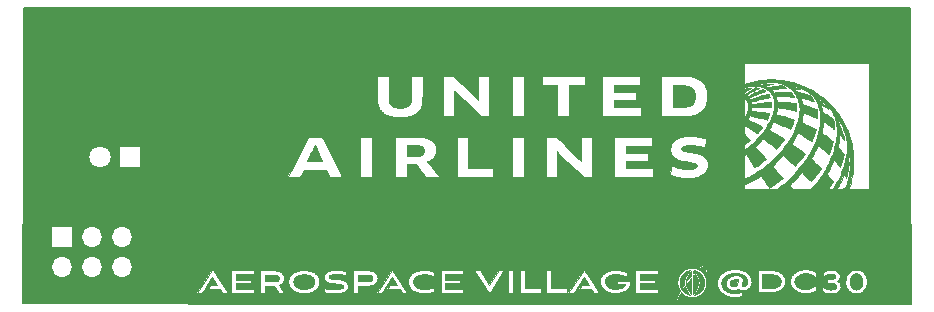
<source format=gbr>
G04 #@! TF.GenerationSoftware,KiCad,Pcbnew,(6.99.0-2452-gdb4f2d9dd8)*
G04 #@! TF.CreationDate,2022-08-02T14:39:38-05:00*
G04 #@! TF.ProjectId,United,556e6974-6564-42e6-9b69-6361645f7063,rev?*
G04 #@! TF.SameCoordinates,Original*
G04 #@! TF.FileFunction,Legend,Top*
G04 #@! TF.FilePolarity,Positive*
%FSLAX46Y46*%
G04 Gerber Fmt 4.6, Leading zero omitted, Abs format (unit mm)*
G04 Created by KiCad (PCBNEW (6.99.0-2452-gdb4f2d9dd8)) date 2022-08-02 14:39:38*
%MOMM*%
%LPD*%
G01*
G04 APERTURE LIST*
%ADD10C,0.150000*%
%ADD11C,0.030000*%
%ADD12C,0.050000*%
%ADD13C,0.120000*%
%ADD14R,1.800000X1.800000*%
%ADD15C,1.800000*%
%ADD16R,1.700000X1.700000*%
%ADD17O,1.700000X1.700000*%
G04 APERTURE END LIST*
D10*
X99862226Y-71500000D02*
X113783372Y-71500000D01*
X113783372Y-71500000D02*
X113783372Y-74914950D01*
X113783372Y-74914950D02*
X99862226Y-74914950D01*
X99862226Y-74914950D02*
X99862226Y-71500000D01*
G36*
X99862226Y-71500000D02*
G01*
X113783372Y-71500000D01*
X113783372Y-74914950D01*
X99862226Y-74914950D01*
X99862226Y-71500000D01*
G37*
X171700000Y-71300000D02*
X175000000Y-71300000D01*
X175000000Y-71300000D02*
X175000000Y-75000000D01*
X175000000Y-75000000D02*
X171700000Y-75000000D01*
X171700000Y-75000000D02*
X171700000Y-71300000D01*
G36*
X171700000Y-71300000D02*
G01*
X175000000Y-71300000D01*
X175000000Y-75000000D01*
X171700000Y-75000000D01*
X171700000Y-71300000D01*
G37*
X99862226Y-68272378D02*
X175000000Y-68272378D01*
X175000000Y-68272378D02*
X175000000Y-71500000D01*
X175000000Y-71500000D02*
X99862226Y-71500000D01*
X99862226Y-71500000D02*
X99862226Y-68272378D01*
G36*
X99862226Y-68272378D02*
G01*
X175000000Y-68272378D01*
X175000000Y-71500000D01*
X99862226Y-71500000D01*
X99862226Y-68272378D01*
G37*
X99900000Y-50000000D02*
X174937775Y-50000000D01*
X174937775Y-50000000D02*
X174937775Y-54327622D01*
X174937775Y-54327622D02*
X99900000Y-54327622D01*
X99900000Y-54327622D02*
X99900000Y-50000000D01*
G36*
X99900000Y-50000000D02*
G01*
X174937775Y-50000000D01*
X174937775Y-54327622D01*
X99900000Y-54327622D01*
X99900000Y-50000000D01*
G37*
D11*
G36*
X163130032Y-72492205D02*
G01*
X163208380Y-72496901D01*
X163288185Y-72505158D01*
X163368433Y-72517328D01*
X163448104Y-72533764D01*
X163487406Y-72543692D01*
X163526183Y-72554818D01*
X163564308Y-72567187D01*
X163601653Y-72580843D01*
X163638092Y-72595829D01*
X163673497Y-72612191D01*
X163707740Y-72629971D01*
X163740696Y-72649214D01*
X163772237Y-72669964D01*
X163802236Y-72692265D01*
X163830565Y-72716160D01*
X163857098Y-72741695D01*
X163881707Y-72768913D01*
X163904265Y-72797859D01*
X163924646Y-72828575D01*
X163942722Y-72861107D01*
X163958365Y-72895497D01*
X163971450Y-72931792D01*
X163981848Y-72970033D01*
X163989432Y-73010266D01*
X163994076Y-73052535D01*
X163995652Y-73096883D01*
X163994076Y-73141231D01*
X163989432Y-73183500D01*
X163981847Y-73223734D01*
X163971449Y-73261977D01*
X163958365Y-73298273D01*
X163942721Y-73332666D01*
X163924646Y-73365200D01*
X163904265Y-73395919D01*
X163881706Y-73424867D01*
X163857097Y-73452088D01*
X163830564Y-73477626D01*
X163802235Y-73501525D01*
X163772236Y-73523830D01*
X163740695Y-73544583D01*
X163707739Y-73563830D01*
X163673495Y-73581613D01*
X163601651Y-73612968D01*
X163526181Y-73639000D01*
X163448102Y-73660061D01*
X163368431Y-73676503D01*
X163288184Y-73688678D01*
X163208378Y-73696939D01*
X163130032Y-73701637D01*
X163054161Y-73703125D01*
X162417457Y-73703125D01*
X162417457Y-72490718D01*
X163054161Y-72490718D01*
X163130032Y-72492205D01*
G37*
X163130032Y-72492205D02*
X163208380Y-72496901D01*
X163288185Y-72505158D01*
X163368433Y-72517328D01*
X163448104Y-72533764D01*
X163487406Y-72543692D01*
X163526183Y-72554818D01*
X163564308Y-72567187D01*
X163601653Y-72580843D01*
X163638092Y-72595829D01*
X163673497Y-72612191D01*
X163707740Y-72629971D01*
X163740696Y-72649214D01*
X163772237Y-72669964D01*
X163802236Y-72692265D01*
X163830565Y-72716160D01*
X163857098Y-72741695D01*
X163881707Y-72768913D01*
X163904265Y-72797859D01*
X163924646Y-72828575D01*
X163942722Y-72861107D01*
X163958365Y-72895497D01*
X163971450Y-72931792D01*
X163981848Y-72970033D01*
X163989432Y-73010266D01*
X163994076Y-73052535D01*
X163995652Y-73096883D01*
X163994076Y-73141231D01*
X163989432Y-73183500D01*
X163981847Y-73223734D01*
X163971449Y-73261977D01*
X163958365Y-73298273D01*
X163942721Y-73332666D01*
X163924646Y-73365200D01*
X163904265Y-73395919D01*
X163881706Y-73424867D01*
X163857097Y-73452088D01*
X163830564Y-73477626D01*
X163802235Y-73501525D01*
X163772236Y-73523830D01*
X163740695Y-73544583D01*
X163707739Y-73563830D01*
X163673495Y-73581613D01*
X163601651Y-73612968D01*
X163526181Y-73639000D01*
X163448102Y-73660061D01*
X163368431Y-73676503D01*
X163288184Y-73688678D01*
X163208378Y-73696939D01*
X163130032Y-73701637D01*
X163054161Y-73703125D01*
X162417457Y-73703125D01*
X162417457Y-72490718D01*
X163054161Y-72490718D01*
X163130032Y-72492205D01*
G36*
X155878765Y-73490512D02*
G01*
X155882906Y-73504791D01*
X155887215Y-73519018D01*
X155891626Y-73533131D01*
X155887213Y-73519022D01*
X155882902Y-73504791D01*
X155878761Y-73490509D01*
X155874833Y-73476162D01*
X155878765Y-73490512D01*
G37*
X155878765Y-73490512D02*
X155882906Y-73504791D01*
X155887215Y-73519018D01*
X155891626Y-73533131D01*
X155887213Y-73519022D01*
X155882902Y-73504791D01*
X155878761Y-73490509D01*
X155874833Y-73476162D01*
X155878765Y-73490512D01*
G36*
X155908524Y-73583076D02*
G01*
X155927281Y-73632263D01*
X155947780Y-73680757D01*
X155969878Y-73728540D01*
X155993431Y-73775594D01*
X156018297Y-73821904D01*
X156044333Y-73867451D01*
X156071395Y-73912218D01*
X156099340Y-73956189D01*
X156128026Y-73999345D01*
X156187046Y-74083147D01*
X156247311Y-74163486D01*
X156307676Y-74240224D01*
X156260026Y-74230673D01*
X156213187Y-74218951D01*
X156167213Y-74205113D01*
X156122158Y-74189212D01*
X156078074Y-74171303D01*
X156035015Y-74151441D01*
X155993036Y-74129679D01*
X155952188Y-74106071D01*
X155912527Y-74080673D01*
X155874105Y-74053539D01*
X155836977Y-74024722D01*
X155801194Y-73994277D01*
X155766812Y-73962258D01*
X155733884Y-73928719D01*
X155702463Y-73893716D01*
X155672602Y-73857301D01*
X155702798Y-73810184D01*
X155717989Y-73786682D01*
X155733370Y-73763276D01*
X155772468Y-73705469D01*
X155811905Y-73647864D01*
X155851645Y-73590450D01*
X155891651Y-73533213D01*
X155908524Y-73583076D01*
G37*
X155908524Y-73583076D02*
X155927281Y-73632263D01*
X155947780Y-73680757D01*
X155969878Y-73728540D01*
X155993431Y-73775594D01*
X156018297Y-73821904D01*
X156044333Y-73867451D01*
X156071395Y-73912218D01*
X156099340Y-73956189D01*
X156128026Y-73999345D01*
X156187046Y-74083147D01*
X156247311Y-74163486D01*
X156307676Y-74240224D01*
X156260026Y-74230673D01*
X156213187Y-74218951D01*
X156167213Y-74205113D01*
X156122158Y-74189212D01*
X156078074Y-74171303D01*
X156035015Y-74151441D01*
X155993036Y-74129679D01*
X155952188Y-74106071D01*
X155912527Y-74080673D01*
X155874105Y-74053539D01*
X155836977Y-74024722D01*
X155801194Y-73994277D01*
X155766812Y-73962258D01*
X155733884Y-73928719D01*
X155702463Y-73893716D01*
X155672602Y-73857301D01*
X155702798Y-73810184D01*
X155717989Y-73786682D01*
X155733370Y-73763276D01*
X155772468Y-73705469D01*
X155811905Y-73647864D01*
X155851645Y-73590450D01*
X155891651Y-73533213D01*
X155908524Y-73583076D01*
G36*
X156227828Y-72270126D02*
G01*
X156148679Y-72378154D01*
X156110195Y-72434383D01*
X156072893Y-72492037D01*
X156037115Y-72551079D01*
X156003203Y-72611470D01*
X155971499Y-72673171D01*
X155942345Y-72736146D01*
X155916083Y-72800355D01*
X155893054Y-72865761D01*
X155873601Y-72932325D01*
X155858065Y-73000009D01*
X155846788Y-73068776D01*
X155840112Y-73138586D01*
X155450445Y-73138586D01*
X155454154Y-73092916D01*
X155459762Y-73047827D01*
X155467227Y-73003361D01*
X155476509Y-72959558D01*
X155487567Y-72916459D01*
X155500359Y-72874105D01*
X155514846Y-72832537D01*
X155530984Y-72791796D01*
X155548735Y-72751922D01*
X155568056Y-72712957D01*
X155588908Y-72674941D01*
X155611248Y-72637915D01*
X155635036Y-72601920D01*
X155660231Y-72566997D01*
X155686791Y-72533187D01*
X155714677Y-72500530D01*
X155743847Y-72469068D01*
X155774259Y-72438841D01*
X155805874Y-72409891D01*
X155838650Y-72382257D01*
X155872546Y-72355981D01*
X155907520Y-72331104D01*
X155943533Y-72307667D01*
X155980543Y-72285710D01*
X156018509Y-72265275D01*
X156057391Y-72246402D01*
X156097146Y-72229132D01*
X156137735Y-72213505D01*
X156179116Y-72199564D01*
X156221249Y-72187348D01*
X156264091Y-72176899D01*
X156307603Y-72168257D01*
X156227828Y-72270126D01*
G37*
X156227828Y-72270126D02*
X156148679Y-72378154D01*
X156110195Y-72434383D01*
X156072893Y-72492037D01*
X156037115Y-72551079D01*
X156003203Y-72611470D01*
X155971499Y-72673171D01*
X155942345Y-72736146D01*
X155916083Y-72800355D01*
X155893054Y-72865761D01*
X155873601Y-72932325D01*
X155858065Y-73000009D01*
X155846788Y-73068776D01*
X155840112Y-73138586D01*
X155450445Y-73138586D01*
X155454154Y-73092916D01*
X155459762Y-73047827D01*
X155467227Y-73003361D01*
X155476509Y-72959558D01*
X155487567Y-72916459D01*
X155500359Y-72874105D01*
X155514846Y-72832537D01*
X155530984Y-72791796D01*
X155548735Y-72751922D01*
X155568056Y-72712957D01*
X155588908Y-72674941D01*
X155611248Y-72637915D01*
X155635036Y-72601920D01*
X155660231Y-72566997D01*
X155686791Y-72533187D01*
X155714677Y-72500530D01*
X155743847Y-72469068D01*
X155774259Y-72438841D01*
X155805874Y-72409891D01*
X155838650Y-72382257D01*
X155872546Y-72355981D01*
X155907520Y-72331104D01*
X155943533Y-72307667D01*
X155980543Y-72285710D01*
X156018509Y-72265275D01*
X156057391Y-72246402D01*
X156097146Y-72229132D01*
X156137735Y-72213505D01*
X156179116Y-72199564D01*
X156221249Y-72187348D01*
X156264091Y-72176899D01*
X156307603Y-72168257D01*
X156227828Y-72270126D01*
G36*
X156995468Y-73333110D02*
G01*
X156984216Y-73395453D01*
X156969063Y-73456983D01*
X156950304Y-73517682D01*
X156928233Y-73577531D01*
X156903145Y-73636511D01*
X156875334Y-73694603D01*
X156845096Y-73751787D01*
X156812726Y-73808046D01*
X156778516Y-73863359D01*
X156742763Y-73917709D01*
X156705761Y-73971076D01*
X156667805Y-74023441D01*
X156629189Y-74074785D01*
X156551156Y-74174336D01*
X156551156Y-73269973D01*
X157002525Y-73269973D01*
X156995468Y-73333110D01*
G37*
X156995468Y-73333110D02*
X156984216Y-73395453D01*
X156969063Y-73456983D01*
X156950304Y-73517682D01*
X156928233Y-73577531D01*
X156903145Y-73636511D01*
X156875334Y-73694603D01*
X156845096Y-73751787D01*
X156812726Y-73808046D01*
X156778516Y-73863359D01*
X156742763Y-73917709D01*
X156705761Y-73971076D01*
X156667805Y-74023441D01*
X156629189Y-74074785D01*
X156551156Y-74174336D01*
X156551156Y-73269973D01*
X157002525Y-73269973D01*
X156995468Y-73333110D01*
G36*
X129070998Y-72544816D02*
G01*
X129099928Y-72546160D01*
X129127331Y-72548358D01*
X129153248Y-72551375D01*
X129177717Y-72555175D01*
X129200777Y-72559723D01*
X129222467Y-72564984D01*
X129242827Y-72570924D01*
X129261896Y-72577507D01*
X129279713Y-72584698D01*
X129296317Y-72592463D01*
X129311747Y-72600765D01*
X129326043Y-72609570D01*
X129339243Y-72618843D01*
X129351388Y-72628549D01*
X129362515Y-72638653D01*
X129372664Y-72649120D01*
X129381875Y-72659914D01*
X129390186Y-72671001D01*
X129397637Y-72682346D01*
X129404267Y-72693913D01*
X129410114Y-72705668D01*
X129415219Y-72717575D01*
X129419620Y-72729599D01*
X129423357Y-72741706D01*
X129426468Y-72753860D01*
X129430972Y-72778170D01*
X129433444Y-72802249D01*
X129434199Y-72825815D01*
X129433444Y-72850010D01*
X129430972Y-72874636D01*
X129426468Y-72899419D01*
X129419620Y-72924083D01*
X129410114Y-72948355D01*
X129397637Y-72971958D01*
X129390186Y-72983424D01*
X129381875Y-72994619D01*
X129372664Y-73005509D01*
X129362515Y-73016061D01*
X129351388Y-73026240D01*
X129339243Y-73036011D01*
X129326043Y-73045340D01*
X129311747Y-73054192D01*
X129296317Y-73062534D01*
X129279713Y-73070331D01*
X129261896Y-73077548D01*
X129242827Y-73084152D01*
X129222467Y-73090107D01*
X129200777Y-73095380D01*
X129177717Y-73099936D01*
X129153248Y-73103741D01*
X129127331Y-73106760D01*
X129099928Y-73108959D01*
X129070998Y-73110303D01*
X129040502Y-73110759D01*
X128241636Y-73110759D01*
X128241636Y-72544360D01*
X129040502Y-72544360D01*
X129070998Y-72544816D01*
G37*
X129070998Y-72544816D02*
X129099928Y-72546160D01*
X129127331Y-72548358D01*
X129153248Y-72551375D01*
X129177717Y-72555175D01*
X129200777Y-72559723D01*
X129222467Y-72564984D01*
X129242827Y-72570924D01*
X129261896Y-72577507D01*
X129279713Y-72584698D01*
X129296317Y-72592463D01*
X129311747Y-72600765D01*
X129326043Y-72609570D01*
X129339243Y-72618843D01*
X129351388Y-72628549D01*
X129362515Y-72638653D01*
X129372664Y-72649120D01*
X129381875Y-72659914D01*
X129390186Y-72671001D01*
X129397637Y-72682346D01*
X129404267Y-72693913D01*
X129410114Y-72705668D01*
X129415219Y-72717575D01*
X129419620Y-72729599D01*
X129423357Y-72741706D01*
X129426468Y-72753860D01*
X129430972Y-72778170D01*
X129433444Y-72802249D01*
X129434199Y-72825815D01*
X129433444Y-72850010D01*
X129430972Y-72874636D01*
X129426468Y-72899419D01*
X129419620Y-72924083D01*
X129410114Y-72948355D01*
X129397637Y-72971958D01*
X129390186Y-72983424D01*
X129381875Y-72994619D01*
X129372664Y-73005509D01*
X129362515Y-73016061D01*
X129351388Y-73026240D01*
X129339243Y-73036011D01*
X129326043Y-73045340D01*
X129311747Y-73054192D01*
X129296317Y-73062534D01*
X129279713Y-73070331D01*
X129261896Y-73077548D01*
X129242827Y-73084152D01*
X129222467Y-73090107D01*
X129200777Y-73095380D01*
X129177717Y-73099936D01*
X129153248Y-73103741D01*
X129127331Y-73106760D01*
X129099928Y-73108959D01*
X129070998Y-73110303D01*
X129040502Y-73110759D01*
X128241636Y-73110759D01*
X128241636Y-72544360D01*
X129040502Y-72544360D01*
X129070998Y-72544816D01*
G36*
X155840578Y-73275021D02*
G01*
X155841023Y-73280055D01*
X155842046Y-73290091D01*
X155844300Y-73310125D01*
X155780773Y-73400423D01*
X155718467Y-73491597D01*
X155687861Y-73537570D01*
X155657666Y-73583832D01*
X155627919Y-73630405D01*
X155598655Y-73677312D01*
X155577420Y-73712504D01*
X155564182Y-73687446D01*
X155551595Y-73661991D01*
X155539671Y-73636149D01*
X155528422Y-73609931D01*
X155517860Y-73583348D01*
X155507998Y-73556411D01*
X155498847Y-73529131D01*
X155490420Y-73501519D01*
X155482729Y-73473585D01*
X155475786Y-73445341D01*
X155469604Y-73416798D01*
X155464194Y-73387967D01*
X155459570Y-73358857D01*
X155455742Y-73329481D01*
X155452724Y-73299850D01*
X155450527Y-73269973D01*
X155840194Y-73269973D01*
X155840578Y-73275021D01*
G37*
X155840578Y-73275021D02*
X155841023Y-73280055D01*
X155842046Y-73290091D01*
X155844300Y-73310125D01*
X155780773Y-73400423D01*
X155718467Y-73491597D01*
X155687861Y-73537570D01*
X155657666Y-73583832D01*
X155627919Y-73630405D01*
X155598655Y-73677312D01*
X155577420Y-73712504D01*
X155564182Y-73687446D01*
X155551595Y-73661991D01*
X155539671Y-73636149D01*
X155528422Y-73609931D01*
X155517860Y-73583348D01*
X155507998Y-73556411D01*
X155498847Y-73529131D01*
X155490420Y-73501519D01*
X155482729Y-73473585D01*
X155475786Y-73445341D01*
X155469604Y-73416798D01*
X155464194Y-73387967D01*
X155459570Y-73358857D01*
X155455742Y-73329481D01*
X155452724Y-73299850D01*
X155450527Y-73269973D01*
X155840194Y-73269973D01*
X155840578Y-73275021D01*
G36*
X155642727Y-73817467D02*
G01*
X155648498Y-73825560D01*
X155654342Y-73833594D01*
X155660275Y-73841566D01*
X155654343Y-73833597D01*
X155648496Y-73825559D01*
X155642723Y-73817463D01*
X155637621Y-73810184D01*
X155642727Y-73817467D01*
G37*
X155642727Y-73817467D02*
X155648498Y-73825560D01*
X155654342Y-73833594D01*
X155660275Y-73841566D01*
X155654343Y-73833597D01*
X155648496Y-73825559D01*
X155642723Y-73817463D01*
X155637621Y-73810184D01*
X155642727Y-73817467D01*
G36*
X170418165Y-72440880D02*
G01*
X170449088Y-72443870D01*
X170479034Y-72448773D01*
X170508000Y-72455526D01*
X170535984Y-72464061D01*
X170562984Y-72474316D01*
X170588996Y-72486223D01*
X170614018Y-72499719D01*
X170638048Y-72514737D01*
X170661083Y-72531214D01*
X170683122Y-72549083D01*
X170704160Y-72568280D01*
X170724197Y-72588740D01*
X170743229Y-72610397D01*
X170761254Y-72633186D01*
X170778269Y-72657043D01*
X170809261Y-72707697D01*
X170836185Y-72761839D01*
X170859022Y-72818948D01*
X170877751Y-72878502D01*
X170892352Y-72939981D01*
X170902806Y-73002863D01*
X170909093Y-73066629D01*
X170911193Y-73130757D01*
X170909205Y-73193540D01*
X170903223Y-73255832D01*
X170893223Y-73317143D01*
X170886708Y-73347277D01*
X170879179Y-73376981D01*
X170870634Y-73406194D01*
X170861068Y-73434854D01*
X170850479Y-73462900D01*
X170838864Y-73490272D01*
X170826219Y-73516906D01*
X170812542Y-73542743D01*
X170797830Y-73567720D01*
X170782078Y-73591776D01*
X170765285Y-73614850D01*
X170747447Y-73636880D01*
X170728561Y-73657805D01*
X170708624Y-73677564D01*
X170687633Y-73696095D01*
X170665584Y-73713337D01*
X170642476Y-73729228D01*
X170618303Y-73743706D01*
X170593064Y-73756712D01*
X170566756Y-73768182D01*
X170539374Y-73778057D01*
X170510917Y-73786273D01*
X170481381Y-73792771D01*
X170450762Y-73797488D01*
X170419058Y-73800364D01*
X170386267Y-73801336D01*
X170353753Y-73800334D01*
X170322254Y-73797372D01*
X170291768Y-73792512D01*
X170262299Y-73785818D01*
X170233847Y-73777352D01*
X170206413Y-73767179D01*
X170179999Y-73755361D01*
X170154606Y-73741962D01*
X170130234Y-73727045D01*
X170106886Y-73710673D01*
X170084562Y-73692909D01*
X170063264Y-73673817D01*
X170042993Y-73653460D01*
X170023750Y-73631901D01*
X170005537Y-73609204D01*
X169988354Y-73585432D01*
X169957085Y-73534914D01*
X169929953Y-73480854D01*
X169906969Y-73423757D01*
X169888141Y-73364131D01*
X169873480Y-73302481D01*
X169862996Y-73239313D01*
X169856698Y-73175133D01*
X169854597Y-73110448D01*
X169856661Y-73047664D01*
X169862857Y-72985372D01*
X169867506Y-72954563D01*
X169873190Y-72924061D01*
X169879909Y-72893928D01*
X169887665Y-72864224D01*
X169896457Y-72835011D01*
X169906286Y-72806350D01*
X169917154Y-72778304D01*
X169929060Y-72750933D01*
X169942005Y-72724298D01*
X169955991Y-72698462D01*
X169971017Y-72673485D01*
X169987083Y-72649428D01*
X170004192Y-72626354D01*
X170022343Y-72604324D01*
X170041538Y-72583399D01*
X170061775Y-72563640D01*
X170083058Y-72545109D01*
X170105385Y-72527868D01*
X170128757Y-72511977D01*
X170153176Y-72497498D01*
X170178642Y-72484492D01*
X170205155Y-72473022D01*
X170232717Y-72463147D01*
X170261327Y-72454931D01*
X170290986Y-72448433D01*
X170321695Y-72443716D01*
X170353455Y-72440841D01*
X170386267Y-72439869D01*
X170418165Y-72440880D01*
G37*
X170418165Y-72440880D02*
X170449088Y-72443870D01*
X170479034Y-72448773D01*
X170508000Y-72455526D01*
X170535984Y-72464061D01*
X170562984Y-72474316D01*
X170588996Y-72486223D01*
X170614018Y-72499719D01*
X170638048Y-72514737D01*
X170661083Y-72531214D01*
X170683122Y-72549083D01*
X170704160Y-72568280D01*
X170724197Y-72588740D01*
X170743229Y-72610397D01*
X170761254Y-72633186D01*
X170778269Y-72657043D01*
X170809261Y-72707697D01*
X170836185Y-72761839D01*
X170859022Y-72818948D01*
X170877751Y-72878502D01*
X170892352Y-72939981D01*
X170902806Y-73002863D01*
X170909093Y-73066629D01*
X170911193Y-73130757D01*
X170909205Y-73193540D01*
X170903223Y-73255832D01*
X170893223Y-73317143D01*
X170886708Y-73347277D01*
X170879179Y-73376981D01*
X170870634Y-73406194D01*
X170861068Y-73434854D01*
X170850479Y-73462900D01*
X170838864Y-73490272D01*
X170826219Y-73516906D01*
X170812542Y-73542743D01*
X170797830Y-73567720D01*
X170782078Y-73591776D01*
X170765285Y-73614850D01*
X170747447Y-73636880D01*
X170728561Y-73657805D01*
X170708624Y-73677564D01*
X170687633Y-73696095D01*
X170665584Y-73713337D01*
X170642476Y-73729228D01*
X170618303Y-73743706D01*
X170593064Y-73756712D01*
X170566756Y-73768182D01*
X170539374Y-73778057D01*
X170510917Y-73786273D01*
X170481381Y-73792771D01*
X170450762Y-73797488D01*
X170419058Y-73800364D01*
X170386267Y-73801336D01*
X170353753Y-73800334D01*
X170322254Y-73797372D01*
X170291768Y-73792512D01*
X170262299Y-73785818D01*
X170233847Y-73777352D01*
X170206413Y-73767179D01*
X170179999Y-73755361D01*
X170154606Y-73741962D01*
X170130234Y-73727045D01*
X170106886Y-73710673D01*
X170084562Y-73692909D01*
X170063264Y-73673817D01*
X170042993Y-73653460D01*
X170023750Y-73631901D01*
X170005537Y-73609204D01*
X169988354Y-73585432D01*
X169957085Y-73534914D01*
X169929953Y-73480854D01*
X169906969Y-73423757D01*
X169888141Y-73364131D01*
X169873480Y-73302481D01*
X169862996Y-73239313D01*
X169856698Y-73175133D01*
X169854597Y-73110448D01*
X169856661Y-73047664D01*
X169862857Y-72985372D01*
X169867506Y-72954563D01*
X169873190Y-72924061D01*
X169879909Y-72893928D01*
X169887665Y-72864224D01*
X169896457Y-72835011D01*
X169906286Y-72806350D01*
X169917154Y-72778304D01*
X169929060Y-72750933D01*
X169942005Y-72724298D01*
X169955991Y-72698462D01*
X169971017Y-72673485D01*
X169987083Y-72649428D01*
X170004192Y-72626354D01*
X170022343Y-72604324D01*
X170041538Y-72583399D01*
X170061775Y-72563640D01*
X170083058Y-72545109D01*
X170105385Y-72527868D01*
X170128757Y-72511977D01*
X170153176Y-72497498D01*
X170178642Y-72484492D01*
X170205155Y-72473022D01*
X170232717Y-72463147D01*
X170261327Y-72454931D01*
X170290986Y-72448433D01*
X170321695Y-72443716D01*
X170353455Y-72440841D01*
X170386267Y-72439869D01*
X170418165Y-72440880D01*
G36*
X155474467Y-73919859D02*
G01*
X155482000Y-73930724D01*
X155489643Y-73941502D01*
X155497390Y-73952150D01*
X155489640Y-73941502D01*
X155481995Y-73930726D01*
X155474463Y-73919863D01*
X155467025Y-73908926D01*
X155474467Y-73919859D01*
G37*
X155474467Y-73919859D02*
X155482000Y-73930724D01*
X155489643Y-73941502D01*
X155497390Y-73952150D01*
X155489640Y-73941502D01*
X155481995Y-73930726D01*
X155474463Y-73919863D01*
X155467025Y-73908926D01*
X155474467Y-73919859D01*
G36*
X156823986Y-72378603D02*
G01*
X156824032Y-72378647D01*
X156824076Y-72378691D01*
X156824116Y-72378734D01*
X156824134Y-72378756D01*
X156824151Y-72378778D01*
X156824166Y-72378800D01*
X156824179Y-72378821D01*
X156824185Y-72378834D01*
X156824157Y-72378865D01*
X156823937Y-72378559D01*
X156823986Y-72378603D01*
G37*
X156823986Y-72378603D02*
X156824032Y-72378647D01*
X156824076Y-72378691D01*
X156824116Y-72378734D01*
X156824134Y-72378756D01*
X156824151Y-72378778D01*
X156824166Y-72378800D01*
X156824179Y-72378821D01*
X156824185Y-72378834D01*
X156824157Y-72378865D01*
X156823937Y-72378559D01*
X156823986Y-72378603D01*
G36*
X155845980Y-73327636D02*
G01*
X155845742Y-73325187D01*
X155845088Y-73317887D01*
X155845088Y-73317883D01*
X155845742Y-73325186D01*
X155845980Y-73327636D01*
G37*
X155845980Y-73327636D02*
X155845742Y-73325187D01*
X155845088Y-73317887D01*
X155845088Y-73317883D01*
X155845742Y-73325186D01*
X155845980Y-73327636D01*
G36*
X156803649Y-72202887D02*
G01*
X156814022Y-72206297D01*
X156824347Y-72209815D01*
X156814021Y-72206297D01*
X156803647Y-72202887D01*
X156793231Y-72199573D01*
X156803649Y-72202887D01*
G37*
X156803649Y-72202887D02*
X156814022Y-72206297D01*
X156824347Y-72209815D01*
X156814021Y-72206297D01*
X156803647Y-72202887D01*
X156793231Y-72199573D01*
X156803649Y-72202887D01*
G36*
X156719460Y-72456985D02*
G01*
X156730989Y-72474130D01*
X156725192Y-72465583D01*
X156719457Y-72456988D01*
X156718388Y-72455400D01*
X156719460Y-72456985D01*
G37*
X156719460Y-72456985D02*
X156730989Y-72474130D01*
X156725192Y-72465583D01*
X156719457Y-72456988D01*
X156718388Y-72455400D01*
X156719460Y-72456985D01*
G36*
X171883543Y-71423109D02*
G01*
X171883543Y-75029555D01*
X154758778Y-75029555D01*
X154758778Y-74733478D01*
X155145422Y-74733478D01*
X155145624Y-74746819D01*
X155146287Y-74760338D01*
X155147508Y-74774057D01*
X155148358Y-74780998D01*
X155149383Y-74787996D01*
X155150595Y-74795056D01*
X155152006Y-74802178D01*
X155153629Y-74809366D01*
X155155476Y-74816623D01*
X155158178Y-74824072D01*
X155160943Y-74831483D01*
X155163804Y-74838829D01*
X155165280Y-74842467D01*
X155166792Y-74846078D01*
X155168840Y-74849742D01*
X155170977Y-74853405D01*
X155173189Y-74857061D01*
X155175464Y-74860707D01*
X155177789Y-74864335D01*
X155180150Y-74867942D01*
X155184933Y-74875068D01*
X155187962Y-74878327D01*
X155191053Y-74881566D01*
X155194202Y-74884774D01*
X155197405Y-74887937D01*
X155200657Y-74891042D01*
X155203955Y-74894075D01*
X155207295Y-74897023D01*
X155210673Y-74899873D01*
X155214419Y-74902474D01*
X155218201Y-74904947D01*
X155222021Y-74907291D01*
X155225881Y-74909504D01*
X155229783Y-74911584D01*
X155233728Y-74913528D01*
X155237718Y-74915336D01*
X155241755Y-74917004D01*
X155249963Y-74919816D01*
X155258070Y-74922144D01*
X155266074Y-74924018D01*
X155273973Y-74925466D01*
X155281765Y-74926518D01*
X155289447Y-74927202D01*
X155297017Y-74927547D01*
X155304473Y-74927583D01*
X155311812Y-74927337D01*
X155319033Y-74926840D01*
X155326132Y-74926119D01*
X155333108Y-74925204D01*
X155339958Y-74924124D01*
X155346680Y-74922908D01*
X155359730Y-74920182D01*
X155366177Y-74918625D01*
X155372531Y-74916952D01*
X155378796Y-74915170D01*
X155384976Y-74913286D01*
X155397102Y-74909232D01*
X155408942Y-74904840D01*
X155420533Y-74900155D01*
X155431907Y-74895228D01*
X155443101Y-74890105D01*
X155454148Y-74884835D01*
X155475734Y-74873713D01*
X155496833Y-74862085D01*
X155517489Y-74849997D01*
X155537745Y-74837497D01*
X155557642Y-74824631D01*
X155577224Y-74811445D01*
X155596533Y-74797985D01*
X155615611Y-74784299D01*
X155634472Y-74770452D01*
X155653106Y-74756358D01*
X155671520Y-74742032D01*
X155689726Y-74727490D01*
X155707731Y-74712748D01*
X155725546Y-74697823D01*
X155743181Y-74682730D01*
X155760644Y-74667484D01*
X155795310Y-74636760D01*
X155829415Y-74605480D01*
X155862996Y-74573692D01*
X155896091Y-74541442D01*
X155928736Y-74508775D01*
X155960969Y-74475739D01*
X155992827Y-74442378D01*
X156024348Y-74408741D01*
X155952592Y-74466411D01*
X155880057Y-74522887D01*
X155843480Y-74550614D01*
X155806688Y-74577965D01*
X155769674Y-74604916D01*
X155732432Y-74631440D01*
X155694801Y-74657063D01*
X155656870Y-74682330D01*
X155618612Y-74706953D01*
X155579998Y-74730642D01*
X155541002Y-74753107D01*
X155501595Y-74774059D01*
X155481729Y-74783877D01*
X155461749Y-74793209D01*
X155441653Y-74802017D01*
X155421437Y-74810266D01*
X155411370Y-74813974D01*
X155401295Y-74817487D01*
X155391234Y-74820775D01*
X155381208Y-74823809D01*
X155371240Y-74826560D01*
X155361353Y-74828999D01*
X155351568Y-74831097D01*
X155341909Y-74832823D01*
X155337134Y-74833556D01*
X155332406Y-74834155D01*
X155327739Y-74834621D01*
X155323147Y-74834954D01*
X155318644Y-74835153D01*
X155314243Y-74835220D01*
X155309959Y-74835153D01*
X155305804Y-74834953D01*
X155301793Y-74834620D01*
X155297939Y-74834154D01*
X155294256Y-74833555D01*
X155290758Y-74832822D01*
X155287458Y-74831956D01*
X155284371Y-74830957D01*
X155281510Y-74829825D01*
X155278889Y-74828560D01*
X155276562Y-74827251D01*
X155274371Y-74825847D01*
X155272308Y-74824338D01*
X155270369Y-74822714D01*
X155268548Y-74820963D01*
X155266838Y-74819075D01*
X155265233Y-74817040D01*
X155263728Y-74814846D01*
X155262316Y-74812484D01*
X155260992Y-74809943D01*
X155259750Y-74807213D01*
X155258583Y-74804282D01*
X155257486Y-74801140D01*
X155256453Y-74797777D01*
X155255478Y-74794182D01*
X155254554Y-74790345D01*
X155253880Y-74786359D01*
X155253313Y-74782263D01*
X155252851Y-74778064D01*
X155252489Y-74773768D01*
X155252049Y-74764912D01*
X155251964Y-74755745D01*
X155252203Y-74746320D01*
X155252734Y-74736690D01*
X155253529Y-74726904D01*
X155254554Y-74717016D01*
X155258182Y-74696658D01*
X155262448Y-74676214D01*
X155267318Y-74655697D01*
X155272754Y-74635121D01*
X155278722Y-74614501D01*
X155285185Y-74593849D01*
X155299452Y-74552507D01*
X155315267Y-74511207D01*
X155332343Y-74470060D01*
X155350391Y-74429175D01*
X155369123Y-74388664D01*
X155388636Y-74348256D01*
X155408886Y-74308116D01*
X155429779Y-74268210D01*
X155451218Y-74228505D01*
X155495348Y-74149560D01*
X155540506Y-74071009D01*
X155546113Y-74061617D01*
X155551825Y-74052270D01*
X155557555Y-74042933D01*
X155563220Y-74033570D01*
X155606790Y-74080786D01*
X155652691Y-74125671D01*
X155700828Y-74168125D01*
X155751104Y-74208051D01*
X155803423Y-74245348D01*
X155857689Y-74279919D01*
X155913805Y-74311666D01*
X155971676Y-74340489D01*
X156031205Y-74366291D01*
X156092297Y-74388972D01*
X156154854Y-74408434D01*
X156218781Y-74424578D01*
X156283982Y-74437306D01*
X156350360Y-74446520D01*
X156417819Y-74452120D01*
X156486264Y-74454009D01*
X156549796Y-74452384D01*
X156612490Y-74447561D01*
X156674268Y-74439618D01*
X156735053Y-74428633D01*
X156794767Y-74414685D01*
X156853333Y-74397853D01*
X156910674Y-74378213D01*
X156966713Y-74355846D01*
X157021373Y-74330829D01*
X157074575Y-74303241D01*
X157126243Y-74273159D01*
X157176300Y-74240662D01*
X157224669Y-74205829D01*
X157271271Y-74168738D01*
X157316030Y-74129467D01*
X157358869Y-74088094D01*
X157399710Y-74044698D01*
X157438477Y-73999357D01*
X157475091Y-73952150D01*
X157509475Y-73903155D01*
X157541553Y-73852449D01*
X157571246Y-73800112D01*
X157598479Y-73746222D01*
X157623173Y-73690857D01*
X157645251Y-73634096D01*
X157664636Y-73576016D01*
X157681251Y-73516696D01*
X157695018Y-73456215D01*
X157705860Y-73394650D01*
X157713700Y-73332081D01*
X157718461Y-73268585D01*
X157719025Y-73245943D01*
X158610873Y-73245943D01*
X158613004Y-73311955D01*
X158619311Y-73376609D01*
X158629663Y-73439856D01*
X158643930Y-73501648D01*
X158661983Y-73561937D01*
X158683690Y-73620674D01*
X158708922Y-73677811D01*
X158737548Y-73733299D01*
X158769438Y-73787091D01*
X158804462Y-73839138D01*
X158842490Y-73889392D01*
X158883391Y-73937803D01*
X158927036Y-73984324D01*
X158973294Y-74028907D01*
X159022035Y-74071503D01*
X159073128Y-74112064D01*
X159181853Y-74186886D01*
X159298425Y-74252987D01*
X159421805Y-74309980D01*
X159550949Y-74357478D01*
X159684817Y-74395095D01*
X159822367Y-74422443D01*
X159962557Y-74439135D01*
X160104345Y-74444785D01*
X160160966Y-74443351D01*
X160227747Y-74439021D01*
X160302465Y-74431756D01*
X160382899Y-74421515D01*
X160466825Y-74408257D01*
X160552021Y-74391943D01*
X160636264Y-74372532D01*
X160677334Y-74361653D01*
X160717332Y-74349984D01*
X160717332Y-74041786D01*
X162044920Y-74041786D01*
X163084620Y-74041786D01*
X163192353Y-74038690D01*
X163302590Y-74029244D01*
X163414029Y-74013209D01*
X163525364Y-73990347D01*
X163635290Y-73960421D01*
X163689317Y-73942734D01*
X163742503Y-73923192D01*
X163794684Y-73901765D01*
X163845697Y-73878423D01*
X163895380Y-73853136D01*
X163943568Y-73825874D01*
X163990100Y-73796608D01*
X164034812Y-73765309D01*
X164077541Y-73731945D01*
X164118123Y-73696488D01*
X164156396Y-73658908D01*
X164192197Y-73619175D01*
X164225362Y-73577259D01*
X164255728Y-73533131D01*
X164283133Y-73486760D01*
X164307413Y-73438118D01*
X164328405Y-73387173D01*
X164345946Y-73333897D01*
X164359873Y-73278260D01*
X164370023Y-73220232D01*
X164376232Y-73159782D01*
X164378338Y-73096883D01*
X164784745Y-73096883D01*
X164786468Y-73148952D01*
X164791580Y-73200343D01*
X164800000Y-73250990D01*
X164811644Y-73300832D01*
X164826432Y-73349802D01*
X164844279Y-73397839D01*
X164865104Y-73444877D01*
X164888824Y-73490853D01*
X164915356Y-73535703D01*
X164944619Y-73579363D01*
X164976530Y-73621769D01*
X165011006Y-73662858D01*
X165047965Y-73702565D01*
X165087325Y-73740827D01*
X165172915Y-73812758D01*
X165267117Y-73878141D01*
X165369272Y-73936464D01*
X165478719Y-73987217D01*
X165594801Y-74029888D01*
X165716855Y-74063967D01*
X165844224Y-74088941D01*
X165976247Y-74104301D01*
X166112265Y-74109534D01*
X166174247Y-74108389D01*
X166235699Y-74104977D01*
X166296565Y-74099334D01*
X166356792Y-74091493D01*
X166416324Y-74081489D01*
X166475106Y-74069357D01*
X166533086Y-74055131D01*
X166590206Y-74038847D01*
X166646414Y-74020539D01*
X166701655Y-74000241D01*
X166755874Y-73977989D01*
X166809016Y-73953817D01*
X166836266Y-73940165D01*
X167517764Y-73940165D01*
X167548297Y-73964657D01*
X167582482Y-73987355D01*
X167619922Y-74008288D01*
X167660219Y-74027485D01*
X167702978Y-74044976D01*
X167747801Y-74060790D01*
X167794291Y-74074958D01*
X167842050Y-74087509D01*
X167890683Y-74098472D01*
X167939793Y-74107878D01*
X167988981Y-74115755D01*
X168037851Y-74122133D01*
X168086007Y-74127043D01*
X168133051Y-74130513D01*
X168178587Y-74132573D01*
X168222216Y-74133254D01*
X168309301Y-74131289D01*
X168393750Y-74125321D01*
X168475152Y-74115234D01*
X168514582Y-74108610D01*
X168553096Y-74100914D01*
X168590642Y-74092132D01*
X168627170Y-74082249D01*
X168662626Y-74071250D01*
X168696962Y-74059123D01*
X168730123Y-74045851D01*
X168762060Y-74031422D01*
X168792721Y-74015821D01*
X168822054Y-73999034D01*
X168850008Y-73981046D01*
X168876531Y-73961843D01*
X168901572Y-73941412D01*
X168925080Y-73919737D01*
X168947003Y-73896804D01*
X168967289Y-73872600D01*
X168985888Y-73847109D01*
X169002747Y-73820319D01*
X169017815Y-73792214D01*
X169031042Y-73762780D01*
X169042374Y-73732003D01*
X169051762Y-73699869D01*
X169059153Y-73666363D01*
X169064496Y-73631472D01*
X169067739Y-73595180D01*
X169068832Y-73557475D01*
X169067675Y-73503108D01*
X169066223Y-73477497D01*
X169064182Y-73452900D01*
X169061548Y-73429290D01*
X169058317Y-73406641D01*
X169054484Y-73384927D01*
X169050046Y-73364123D01*
X169044997Y-73344202D01*
X169039334Y-73325138D01*
X169033052Y-73306904D01*
X169026147Y-73289476D01*
X169018614Y-73272827D01*
X169010449Y-73256931D01*
X169001648Y-73241761D01*
X168992206Y-73227293D01*
X168982120Y-73213498D01*
X168971384Y-73200353D01*
X168959995Y-73187830D01*
X168947947Y-73175904D01*
X168935238Y-73164548D01*
X168921861Y-73153736D01*
X168913668Y-73147732D01*
X169475239Y-73147732D01*
X169478773Y-73241400D01*
X169489382Y-73333986D01*
X169497342Y-73379659D01*
X169507075Y-73424806D01*
X169518582Y-73469339D01*
X169531863Y-73513175D01*
X169546920Y-73556226D01*
X169563755Y-73598409D01*
X169582368Y-73639636D01*
X169602761Y-73679823D01*
X169624935Y-73718883D01*
X169648891Y-73756732D01*
X169674631Y-73793284D01*
X169702155Y-73828453D01*
X169731465Y-73862153D01*
X169762562Y-73894299D01*
X169795448Y-73924806D01*
X169830123Y-73953588D01*
X169866590Y-73980559D01*
X169904848Y-74005633D01*
X169944900Y-74028726D01*
X169986746Y-74049751D01*
X170030388Y-74068623D01*
X170075827Y-74085256D01*
X170123064Y-74099566D01*
X170172101Y-74111465D01*
X170222938Y-74120869D01*
X170275577Y-74127692D01*
X170330020Y-74131849D01*
X170386267Y-74133254D01*
X170440716Y-74131742D01*
X170493569Y-74127271D01*
X170544817Y-74119939D01*
X170594452Y-74109843D01*
X170642465Y-74097081D01*
X170688846Y-74081749D01*
X170733588Y-74063945D01*
X170776682Y-74043767D01*
X170818119Y-74021312D01*
X170857890Y-73996677D01*
X170895987Y-73969959D01*
X170932401Y-73941257D01*
X170967123Y-73910666D01*
X171000145Y-73878286D01*
X171031458Y-73844212D01*
X171061053Y-73808543D01*
X171088922Y-73771376D01*
X171115056Y-73732808D01*
X171139446Y-73692936D01*
X171162083Y-73651859D01*
X171202066Y-73566474D01*
X171234935Y-73477434D01*
X171260621Y-73385517D01*
X171279054Y-73291502D01*
X171290165Y-73196168D01*
X171293884Y-73100293D01*
X171290351Y-73006550D01*
X171279749Y-72913750D01*
X171271795Y-72867924D01*
X171262073Y-72822598D01*
X171250580Y-72777860D01*
X171237317Y-72733797D01*
X171222283Y-72690499D01*
X171205478Y-72648053D01*
X171186900Y-72606547D01*
X171166549Y-72566069D01*
X171144425Y-72526708D01*
X171120526Y-72488551D01*
X171094853Y-72451686D01*
X171067405Y-72416201D01*
X171038180Y-72382185D01*
X171007179Y-72349726D01*
X170974400Y-72318911D01*
X170939844Y-72289828D01*
X170903509Y-72262566D01*
X170865395Y-72237213D01*
X170825501Y-72213857D01*
X170783827Y-72192585D01*
X170740372Y-72173486D01*
X170695136Y-72156648D01*
X170648117Y-72142159D01*
X170599315Y-72130107D01*
X170548730Y-72120579D01*
X170496360Y-72113665D01*
X170442206Y-72109452D01*
X170386267Y-72108028D01*
X170331509Y-72109560D01*
X170278368Y-72114086D01*
X170226849Y-72121509D01*
X170176962Y-72131728D01*
X170128714Y-72144644D01*
X170082114Y-72160155D01*
X170037170Y-72178163D01*
X169993889Y-72198568D01*
X169952280Y-72221270D01*
X169912351Y-72246169D01*
X169874110Y-72273166D01*
X169837565Y-72302159D01*
X169802723Y-72333050D01*
X169769594Y-72365739D01*
X169738185Y-72400126D01*
X169708505Y-72436111D01*
X169680560Y-72473594D01*
X169654360Y-72512475D01*
X169629913Y-72552655D01*
X169607226Y-72594033D01*
X169567165Y-72679987D01*
X169534244Y-72769538D01*
X169508526Y-72861886D01*
X169490076Y-72956234D01*
X169478959Y-73051782D01*
X169475239Y-73147732D01*
X168913668Y-73147732D01*
X168907814Y-73143443D01*
X168893092Y-73133642D01*
X168877689Y-73124307D01*
X168861603Y-73115413D01*
X168844829Y-73106932D01*
X168827362Y-73098840D01*
X168790332Y-73083715D01*
X168750480Y-73069830D01*
X168783394Y-73053285D01*
X168813611Y-73035421D01*
X168841209Y-73016266D01*
X168866267Y-72995851D01*
X168888866Y-72974206D01*
X168909084Y-72951360D01*
X168927000Y-72927343D01*
X168942694Y-72902185D01*
X168956245Y-72875916D01*
X168967732Y-72848566D01*
X168977234Y-72820164D01*
X168984831Y-72790740D01*
X168990602Y-72760324D01*
X168994626Y-72728945D01*
X168996983Y-72696634D01*
X168997750Y-72663421D01*
X168996776Y-72633589D01*
X168993883Y-72604429D01*
X168989120Y-72575960D01*
X168982531Y-72548200D01*
X168974164Y-72521166D01*
X168964065Y-72494877D01*
X168952280Y-72469350D01*
X168938857Y-72444604D01*
X168923841Y-72420656D01*
X168907280Y-72397525D01*
X168889219Y-72375229D01*
X168869705Y-72353785D01*
X168848785Y-72333212D01*
X168826505Y-72313527D01*
X168778051Y-72276896D01*
X168724715Y-72244035D01*
X168666871Y-72215088D01*
X168604888Y-72190199D01*
X168539141Y-72169513D01*
X168470000Y-72153173D01*
X168397838Y-72141323D01*
X168323026Y-72134108D01*
X168245938Y-72131670D01*
X168199008Y-72132623D01*
X168151170Y-72135481D01*
X168102786Y-72140245D01*
X168054219Y-72146914D01*
X168005831Y-72155488D01*
X167957983Y-72165967D01*
X167911038Y-72178352D01*
X167865359Y-72192641D01*
X167821306Y-72208835D01*
X167779243Y-72226935D01*
X167739532Y-72246939D01*
X167702534Y-72268848D01*
X167685166Y-72280517D01*
X167668612Y-72292662D01*
X167652918Y-72305283D01*
X167638128Y-72318381D01*
X167624289Y-72331954D01*
X167611445Y-72346004D01*
X167599641Y-72360530D01*
X167588923Y-72375531D01*
X167588923Y-72737912D01*
X167620150Y-72708601D01*
X167652846Y-72680425D01*
X167686969Y-72653489D01*
X167722482Y-72627898D01*
X167759343Y-72603755D01*
X167797514Y-72581165D01*
X167836954Y-72560232D01*
X167877625Y-72541060D01*
X167919486Y-72523754D01*
X167962499Y-72508417D01*
X168006623Y-72495153D01*
X168051819Y-72484068D01*
X168098046Y-72475264D01*
X168145267Y-72468847D01*
X168193440Y-72464920D01*
X168242527Y-72463588D01*
X168266539Y-72463912D01*
X168289685Y-72464870D01*
X168311972Y-72466440D01*
X168333405Y-72468602D01*
X168353993Y-72471335D01*
X168373742Y-72474617D01*
X168392658Y-72478427D01*
X168410750Y-72482745D01*
X168428022Y-72487549D01*
X168444483Y-72492818D01*
X168460139Y-72498531D01*
X168474997Y-72504667D01*
X168489064Y-72511205D01*
X168502346Y-72518124D01*
X168514850Y-72525402D01*
X168526584Y-72533019D01*
X168537554Y-72540953D01*
X168547766Y-72549184D01*
X168557228Y-72557690D01*
X168565947Y-72566451D01*
X168573929Y-72575444D01*
X168581181Y-72584650D01*
X168587710Y-72594046D01*
X168593523Y-72603613D01*
X168598627Y-72613328D01*
X168603027Y-72623171D01*
X168606732Y-72633120D01*
X168609748Y-72643155D01*
X168612082Y-72653255D01*
X168613741Y-72663398D01*
X168614731Y-72673563D01*
X168615060Y-72683730D01*
X168613628Y-72704695D01*
X168609324Y-72725566D01*
X168602132Y-72746168D01*
X168592037Y-72766329D01*
X168579026Y-72785874D01*
X168563082Y-72804631D01*
X168544191Y-72822425D01*
X168522338Y-72839082D01*
X168497509Y-72854430D01*
X168469688Y-72868295D01*
X168438862Y-72880503D01*
X168405014Y-72890880D01*
X168368130Y-72899254D01*
X168328196Y-72905450D01*
X168285197Y-72909295D01*
X168239117Y-72910615D01*
X167937739Y-72910615D01*
X167937739Y-73245943D01*
X168239117Y-73245943D01*
X168268715Y-73246307D01*
X168297194Y-73247381D01*
X168324566Y-73249144D01*
X168350842Y-73251572D01*
X168376034Y-73254643D01*
X168400154Y-73258333D01*
X168423214Y-73262619D01*
X168445225Y-73267479D01*
X168466200Y-73272890D01*
X168486149Y-73278828D01*
X168505086Y-73285272D01*
X168523021Y-73292197D01*
X168539966Y-73299580D01*
X168555933Y-73307400D01*
X168570934Y-73315633D01*
X168584981Y-73324256D01*
X168598086Y-73333246D01*
X168610259Y-73342580D01*
X168621514Y-73352235D01*
X168631861Y-73362189D01*
X168641313Y-73372418D01*
X168649881Y-73382899D01*
X168657578Y-73393610D01*
X168664414Y-73404528D01*
X168670402Y-73415629D01*
X168675553Y-73426890D01*
X168679880Y-73438289D01*
X168683393Y-73449803D01*
X168686105Y-73461409D01*
X168688028Y-73473084D01*
X168689173Y-73484805D01*
X168689552Y-73496548D01*
X168688141Y-73531225D01*
X168683818Y-73564096D01*
X168676449Y-73595101D01*
X168671580Y-73609885D01*
X168665900Y-73624181D01*
X168659392Y-73637981D01*
X168652038Y-73651277D01*
X168643822Y-73664062D01*
X168634728Y-73676329D01*
X168624738Y-73688069D01*
X168613836Y-73699277D01*
X168602005Y-73709943D01*
X168589229Y-73720062D01*
X168575490Y-73729625D01*
X168560772Y-73738625D01*
X168545058Y-73747054D01*
X168528331Y-73754905D01*
X168510575Y-73762171D01*
X168491773Y-73768844D01*
X168450963Y-73780383D01*
X168405767Y-73789460D01*
X168356052Y-73796018D01*
X168301684Y-73799996D01*
X168242527Y-73801336D01*
X168203283Y-73800377D01*
X168160823Y-73797478D01*
X168115664Y-73792604D01*
X168068322Y-73785720D01*
X168019313Y-73776792D01*
X167969154Y-73765785D01*
X167918358Y-73752664D01*
X167867444Y-73737395D01*
X167816927Y-73719944D01*
X167767323Y-73700275D01*
X167719147Y-73678354D01*
X167672917Y-73654146D01*
X167629147Y-73627617D01*
X167588355Y-73598732D01*
X167569236Y-73583395D01*
X167551055Y-73567456D01*
X167533876Y-73550911D01*
X167517764Y-73533755D01*
X167517764Y-73940165D01*
X166836266Y-73940165D01*
X166861027Y-73927759D01*
X166911853Y-73899851D01*
X166961438Y-73870126D01*
X167009728Y-73838620D01*
X167009728Y-73344154D01*
X166967726Y-73393037D01*
X166923104Y-73439305D01*
X166876021Y-73482884D01*
X166826637Y-73523700D01*
X166775109Y-73561679D01*
X166721598Y-73596745D01*
X166666260Y-73628825D01*
X166609256Y-73657843D01*
X166550743Y-73683727D01*
X166490881Y-73706401D01*
X166429829Y-73725790D01*
X166367745Y-73741822D01*
X166304787Y-73754420D01*
X166241116Y-73763511D01*
X166176889Y-73769020D01*
X166112265Y-73770873D01*
X166063677Y-73770006D01*
X166015743Y-73767433D01*
X165968520Y-73763195D01*
X165922068Y-73757331D01*
X165876445Y-73749881D01*
X165831708Y-73740887D01*
X165787916Y-73730388D01*
X165745127Y-73718425D01*
X165703401Y-73705038D01*
X165662794Y-73690268D01*
X165623365Y-73674154D01*
X165585173Y-73656737D01*
X165548276Y-73638058D01*
X165512732Y-73618156D01*
X165478599Y-73597073D01*
X165445936Y-73574847D01*
X165414801Y-73551521D01*
X165385252Y-73527133D01*
X165357347Y-73501725D01*
X165331146Y-73475336D01*
X165306706Y-73448008D01*
X165284085Y-73419779D01*
X165263341Y-73390691D01*
X165244534Y-73360785D01*
X165227721Y-73330099D01*
X165212961Y-73298675D01*
X165200312Y-73266553D01*
X165189832Y-73233773D01*
X165181579Y-73200376D01*
X165175612Y-73166401D01*
X165171989Y-73131890D01*
X165170768Y-73096883D01*
X165171989Y-73061865D01*
X165175612Y-73027326D01*
X165181579Y-72993307D01*
X165189832Y-72959849D01*
X165200312Y-72926994D01*
X165212961Y-72894783D01*
X165227721Y-72863258D01*
X165244534Y-72832460D01*
X165263341Y-72802431D01*
X165284085Y-72773213D01*
X165306706Y-72744847D01*
X165331146Y-72717374D01*
X165357347Y-72690837D01*
X165385252Y-72665276D01*
X165445936Y-72617251D01*
X165512732Y-72573632D01*
X165585173Y-72534750D01*
X165662794Y-72500937D01*
X165745127Y-72472528D01*
X165831708Y-72449853D01*
X165922068Y-72433245D01*
X166015743Y-72423036D01*
X166112265Y-72419560D01*
X166176926Y-72421489D01*
X166241255Y-72427215D01*
X166305078Y-72436642D01*
X166368221Y-72449677D01*
X166430511Y-72466224D01*
X166491775Y-72486190D01*
X166551837Y-72509480D01*
X166610526Y-72536000D01*
X166667667Y-72565655D01*
X166723086Y-72598351D01*
X166776611Y-72633993D01*
X166828066Y-72672488D01*
X166877279Y-72713740D01*
X166924077Y-72757656D01*
X166968284Y-72804140D01*
X167009728Y-72853099D01*
X167009728Y-72355223D01*
X166961996Y-72323678D01*
X166912825Y-72293846D01*
X166862285Y-72265769D01*
X166810445Y-72239493D01*
X166757375Y-72215063D01*
X166703144Y-72192522D01*
X166647821Y-72171917D01*
X166591477Y-72153291D01*
X166534180Y-72136688D01*
X166476000Y-72122155D01*
X166417006Y-72109735D01*
X166357268Y-72099473D01*
X166296856Y-72091413D01*
X166235838Y-72085601D01*
X166174284Y-72082082D01*
X166112265Y-72080898D01*
X166043798Y-72082227D01*
X165976247Y-72086169D01*
X165909695Y-72092660D01*
X165844224Y-72101634D01*
X165779916Y-72113027D01*
X165716855Y-72126773D01*
X165655122Y-72142807D01*
X165594801Y-72161065D01*
X165535972Y-72181480D01*
X165478719Y-72203988D01*
X165423125Y-72228524D01*
X165369272Y-72255023D01*
X165317241Y-72283419D01*
X165267117Y-72313647D01*
X165218980Y-72345643D01*
X165172915Y-72379341D01*
X165129002Y-72414676D01*
X165087325Y-72451583D01*
X165047965Y-72489997D01*
X165011006Y-72529853D01*
X164976530Y-72571085D01*
X164944619Y-72613629D01*
X164915356Y-72657420D01*
X164888824Y-72702392D01*
X164865104Y-72748480D01*
X164844279Y-72795619D01*
X164826432Y-72843744D01*
X164811644Y-72892791D01*
X164800000Y-72942693D01*
X164791580Y-72993385D01*
X164786468Y-73044804D01*
X164784745Y-73096883D01*
X164378338Y-73096883D01*
X164376232Y-73033983D01*
X164370023Y-72973535D01*
X164359873Y-72915507D01*
X164345946Y-72859872D01*
X164328405Y-72806597D01*
X164307413Y-72755655D01*
X164283133Y-72707015D01*
X164255729Y-72660647D01*
X164225363Y-72616521D01*
X164192198Y-72574608D01*
X164156397Y-72534878D01*
X164118124Y-72497301D01*
X164077542Y-72461848D01*
X164034814Y-72428488D01*
X163990102Y-72397192D01*
X163943570Y-72367930D01*
X163845699Y-72315389D01*
X163742505Y-72270626D01*
X163635292Y-72233404D01*
X163525366Y-72203483D01*
X163414031Y-72180627D01*
X163302592Y-72164596D01*
X163192353Y-72155152D01*
X163084620Y-72152057D01*
X162044920Y-72152057D01*
X162044920Y-74041786D01*
X160717332Y-74041786D01*
X160717332Y-73974039D01*
X160669967Y-73991745D01*
X160624317Y-74008059D01*
X160580276Y-74023013D01*
X160537732Y-74036643D01*
X160496577Y-74048984D01*
X160456703Y-74060070D01*
X160417999Y-74069936D01*
X160380357Y-74078616D01*
X160343667Y-74086145D01*
X160307821Y-74092558D01*
X160272709Y-74097890D01*
X160238222Y-74102174D01*
X160204252Y-74105446D01*
X160170688Y-74107740D01*
X160137422Y-74109091D01*
X160104345Y-74109534D01*
X160024149Y-74107018D01*
X159938234Y-74099247D01*
X159848101Y-74085891D01*
X159755254Y-74066615D01*
X159661197Y-74041089D01*
X159567433Y-74008979D01*
X159521131Y-73990352D01*
X159475465Y-73969954D01*
X159430624Y-73947744D01*
X159386795Y-73923680D01*
X159344168Y-73897722D01*
X159302928Y-73869826D01*
X159263265Y-73839953D01*
X159225366Y-73808060D01*
X159189420Y-73774106D01*
X159155613Y-73738049D01*
X159124134Y-73699848D01*
X159095171Y-73659460D01*
X159068912Y-73616846D01*
X159045545Y-73571962D01*
X159025256Y-73524768D01*
X159008236Y-73475222D01*
X158994670Y-73423283D01*
X158984748Y-73368908D01*
X158978657Y-73312057D01*
X158976585Y-73252687D01*
X158977965Y-73211484D01*
X158982071Y-73170473D01*
X158988850Y-73129728D01*
X158998250Y-73089322D01*
X159010216Y-73049327D01*
X159024698Y-73009818D01*
X159041641Y-72970867D01*
X159060994Y-72932547D01*
X159082704Y-72894932D01*
X159106717Y-72858094D01*
X159132981Y-72822107D01*
X159161444Y-72787045D01*
X159224754Y-72719984D01*
X159296225Y-72657497D01*
X159375435Y-72600170D01*
X159461962Y-72548588D01*
X159555384Y-72503335D01*
X159655281Y-72464998D01*
X159707524Y-72448605D01*
X159761229Y-72434161D01*
X159816340Y-72421738D01*
X159872807Y-72411410D01*
X159930575Y-72403250D01*
X159989593Y-72397330D01*
X160049808Y-72393725D01*
X160111166Y-72392507D01*
X160210057Y-72395564D01*
X160308104Y-72404737D01*
X160356572Y-72411619D01*
X160404543Y-72420031D01*
X160451920Y-72429976D01*
X160498609Y-72441452D01*
X160544515Y-72454462D01*
X160589540Y-72469005D01*
X160633591Y-72485082D01*
X160676571Y-72502694D01*
X160718386Y-72521841D01*
X160758939Y-72542525D01*
X160798135Y-72564744D01*
X160835879Y-72588502D01*
X160872075Y-72613797D01*
X160906628Y-72640630D01*
X160939442Y-72669003D01*
X160970422Y-72698916D01*
X160999472Y-72730368D01*
X161026497Y-72763362D01*
X161051401Y-72797898D01*
X161074090Y-72833976D01*
X161094466Y-72871597D01*
X161112436Y-72910761D01*
X161127903Y-72951469D01*
X161140771Y-72993722D01*
X161150947Y-73037521D01*
X161158333Y-73082866D01*
X161162835Y-73129757D01*
X161164357Y-73178196D01*
X161163971Y-73196151D01*
X161162818Y-73213811D01*
X161160905Y-73231157D01*
X161158239Y-73248171D01*
X161154826Y-73264835D01*
X161150673Y-73281132D01*
X161145788Y-73297043D01*
X161140176Y-73312550D01*
X161133845Y-73327636D01*
X161126801Y-73342281D01*
X161119052Y-73356470D01*
X161110604Y-73370182D01*
X161101464Y-73383401D01*
X161091639Y-73396108D01*
X161081136Y-73408286D01*
X161069960Y-73419916D01*
X161058121Y-73430981D01*
X161045623Y-73441462D01*
X161032474Y-73451342D01*
X161018680Y-73460602D01*
X161004249Y-73469224D01*
X160989188Y-73477191D01*
X160973502Y-73484485D01*
X160957200Y-73491087D01*
X160940287Y-73496980D01*
X160922771Y-73502146D01*
X160904658Y-73506566D01*
X160885955Y-73510223D01*
X160866669Y-73513098D01*
X160846808Y-73515175D01*
X160826376Y-73516433D01*
X160805383Y-73516857D01*
X160792929Y-73516732D01*
X160780992Y-73516335D01*
X160769611Y-73515630D01*
X160758825Y-73514582D01*
X160753668Y-73513919D01*
X160748675Y-73513158D01*
X160743850Y-73512294D01*
X160739199Y-73511322D01*
X160734727Y-73510239D01*
X160730438Y-73509039D01*
X160726338Y-73507720D01*
X160722431Y-73506276D01*
X160718723Y-73504703D01*
X160715218Y-73502996D01*
X160711921Y-73501152D01*
X160708837Y-73499166D01*
X160705972Y-73497033D01*
X160703330Y-73494750D01*
X160700916Y-73492312D01*
X160698735Y-73489714D01*
X160696793Y-73486953D01*
X160695093Y-73484023D01*
X160693641Y-73480922D01*
X160692442Y-73477643D01*
X160691501Y-73474183D01*
X160690822Y-73470538D01*
X160690412Y-73466703D01*
X160690274Y-73462674D01*
X160691338Y-73430597D01*
X160694347Y-73399096D01*
X160699022Y-73368112D01*
X160705087Y-73337584D01*
X160712262Y-73307454D01*
X160720270Y-73277661D01*
X160737675Y-73218849D01*
X160755080Y-73160673D01*
X160763088Y-73131674D01*
X160770263Y-73102654D01*
X160776327Y-73073555D01*
X160781003Y-73044317D01*
X160784012Y-73014880D01*
X160785076Y-72985184D01*
X160784309Y-72956932D01*
X160782037Y-72929946D01*
X160778300Y-72904202D01*
X160773142Y-72879674D01*
X160766605Y-72856340D01*
X160758731Y-72834174D01*
X160749562Y-72813154D01*
X160739140Y-72793253D01*
X160727507Y-72774449D01*
X160714706Y-72756717D01*
X160700779Y-72740033D01*
X160685768Y-72724373D01*
X160669715Y-72709713D01*
X160652662Y-72696028D01*
X160634652Y-72683294D01*
X160615727Y-72671487D01*
X160595928Y-72660583D01*
X160575299Y-72650558D01*
X160531716Y-72633047D01*
X160485315Y-72618760D01*
X160436435Y-72607505D01*
X160385411Y-72599088D01*
X160332583Y-72593315D01*
X160278287Y-72589994D01*
X160222860Y-72588929D01*
X160151467Y-72591703D01*
X160077634Y-72600007D01*
X160002333Y-72613817D01*
X159926537Y-72633108D01*
X159851217Y-72657855D01*
X159814040Y-72672267D01*
X159777346Y-72688034D01*
X159741258Y-72705153D01*
X159705897Y-72723621D01*
X159671384Y-72743434D01*
X159637841Y-72764590D01*
X159605389Y-72787085D01*
X159574150Y-72810917D01*
X159544245Y-72836082D01*
X159515797Y-72862577D01*
X159488926Y-72890399D01*
X159463754Y-72919545D01*
X159440402Y-72950012D01*
X159418993Y-72981797D01*
X159399647Y-73014897D01*
X159382487Y-73049309D01*
X159367633Y-73085029D01*
X159355207Y-73122054D01*
X159345331Y-73160382D01*
X159338127Y-73200010D01*
X159333715Y-73240934D01*
X159332217Y-73283150D01*
X159333285Y-73318126D01*
X159336437Y-73351934D01*
X159341592Y-73384579D01*
X159348672Y-73416064D01*
X159357598Y-73446393D01*
X159368289Y-73475570D01*
X159380667Y-73503599D01*
X159394653Y-73530483D01*
X159410166Y-73556226D01*
X159427127Y-73580832D01*
X159445458Y-73604304D01*
X159465079Y-73626646D01*
X159485910Y-73647863D01*
X159507872Y-73667956D01*
X159530885Y-73686932D01*
X159554871Y-73704792D01*
X159579750Y-73721541D01*
X159605443Y-73737182D01*
X159658952Y-73765157D01*
X159714763Y-73788747D01*
X159772241Y-73807980D01*
X159830751Y-73822888D01*
X159889659Y-73833500D01*
X159948329Y-73839845D01*
X160006127Y-73841953D01*
X160056150Y-73840948D01*
X160109112Y-73837720D01*
X160136422Y-73835173D01*
X160164139Y-73831951D01*
X160192155Y-73828015D01*
X160220359Y-73823325D01*
X160248642Y-73817841D01*
X160276895Y-73811524D01*
X160305010Y-73804334D01*
X160332876Y-73796231D01*
X160360384Y-73787175D01*
X160387426Y-73777127D01*
X160413891Y-73766048D01*
X160439671Y-73753897D01*
X160459811Y-73767278D01*
X160480785Y-73779508D01*
X160502472Y-73790627D01*
X160524754Y-73800675D01*
X160547511Y-73809690D01*
X160570626Y-73817713D01*
X160593979Y-73824784D01*
X160617450Y-73830942D01*
X160640922Y-73836227D01*
X160664274Y-73840678D01*
X160687389Y-73844336D01*
X160710147Y-73847240D01*
X160732429Y-73849429D01*
X160754116Y-73850944D01*
X160775089Y-73851823D01*
X160795230Y-73852108D01*
X160839361Y-73851058D01*
X160882214Y-73847959D01*
X160923781Y-73842883D01*
X160964054Y-73835903D01*
X161003025Y-73827092D01*
X161040686Y-73816524D01*
X161077029Y-73804272D01*
X161112045Y-73790409D01*
X161145727Y-73775009D01*
X161178067Y-73758143D01*
X161209056Y-73739886D01*
X161238687Y-73720311D01*
X161266951Y-73699490D01*
X161293840Y-73677497D01*
X161319346Y-73654406D01*
X161343462Y-73630289D01*
X161366178Y-73605219D01*
X161387488Y-73579270D01*
X161407382Y-73552515D01*
X161425853Y-73525027D01*
X161442893Y-73496880D01*
X161458493Y-73468145D01*
X161472646Y-73438897D01*
X161485344Y-73409209D01*
X161496578Y-73379153D01*
X161506340Y-73348804D01*
X161514623Y-73318233D01*
X161521417Y-73287515D01*
X161526716Y-73256723D01*
X161530511Y-73225929D01*
X161532794Y-73195207D01*
X161533557Y-73164631D01*
X161531370Y-73096199D01*
X161524912Y-73029968D01*
X161514338Y-72965937D01*
X161499802Y-72904102D01*
X161481459Y-72844462D01*
X161459463Y-72787016D01*
X161433967Y-72731761D01*
X161405128Y-72678695D01*
X161373098Y-72627818D01*
X161338034Y-72579126D01*
X161300088Y-72532618D01*
X161259415Y-72488293D01*
X161216170Y-72446147D01*
X161170508Y-72406181D01*
X161122582Y-72368391D01*
X161072547Y-72332775D01*
X160966767Y-72268061D01*
X160854405Y-72212024D01*
X160736695Y-72164648D01*
X160614872Y-72125920D01*
X160490172Y-72095823D01*
X160363830Y-72074344D01*
X160237081Y-72061468D01*
X160111165Y-72057179D01*
X160003888Y-72060245D01*
X159895851Y-72069482D01*
X159787733Y-72084951D01*
X159680211Y-72106711D01*
X159573957Y-72134821D01*
X159469648Y-72169340D01*
X159418433Y-72189022D01*
X159367958Y-72210328D01*
X159318306Y-72233267D01*
X159269562Y-72257846D01*
X159221810Y-72284071D01*
X159175134Y-72311951D01*
X159129620Y-72341493D01*
X159085350Y-72372704D01*
X159042410Y-72405591D01*
X159000885Y-72440164D01*
X158960857Y-72476427D01*
X158922412Y-72514390D01*
X158885634Y-72554059D01*
X158850607Y-72595443D01*
X158817417Y-72638547D01*
X158786146Y-72683381D01*
X158756879Y-72729951D01*
X158729702Y-72778264D01*
X158704697Y-72828329D01*
X158681950Y-72880152D01*
X158673339Y-72901821D01*
X158665285Y-72923651D01*
X158657787Y-72945639D01*
X158650845Y-72967787D01*
X158644458Y-72990093D01*
X158638628Y-73012559D01*
X158633353Y-73035184D01*
X158628634Y-73057968D01*
X158624471Y-73080910D01*
X158620862Y-73104011D01*
X158617810Y-73127270D01*
X158615312Y-73150688D01*
X158613370Y-73174265D01*
X158611983Y-73198000D01*
X158611150Y-73221892D01*
X158610873Y-73245943D01*
X157719025Y-73245943D01*
X157720065Y-73204241D01*
X157719319Y-73160330D01*
X157717096Y-73116802D01*
X157713421Y-73073682D01*
X157708319Y-73030995D01*
X157701815Y-72988764D01*
X157693931Y-72947015D01*
X157684694Y-72905773D01*
X157674127Y-72865062D01*
X157662255Y-72824906D01*
X157649102Y-72785330D01*
X157634693Y-72746360D01*
X157619052Y-72708019D01*
X157602203Y-72670333D01*
X157584172Y-72633326D01*
X157564983Y-72597023D01*
X157544660Y-72561448D01*
X157523227Y-72526626D01*
X157500709Y-72492581D01*
X157477130Y-72459339D01*
X157452515Y-72426925D01*
X157426889Y-72395362D01*
X157400275Y-72364675D01*
X157372699Y-72334890D01*
X157344184Y-72306030D01*
X157314755Y-72278120D01*
X157284437Y-72251186D01*
X157253254Y-72225252D01*
X157221230Y-72200342D01*
X157188391Y-72176481D01*
X157154759Y-72153693D01*
X157120361Y-72132005D01*
X157085220Y-72111439D01*
X157093526Y-72103330D01*
X157101771Y-72095159D01*
X157110034Y-72087008D01*
X157114197Y-72082966D01*
X157118394Y-72078960D01*
X157151094Y-72047612D01*
X157184076Y-72016588D01*
X157217351Y-71985931D01*
X157250932Y-71955682D01*
X157284829Y-71925882D01*
X157319054Y-71896573D01*
X157353619Y-71867797D01*
X157388534Y-71839595D01*
X157423886Y-71812219D01*
X157441712Y-71798802D01*
X157459642Y-71785591D01*
X157477681Y-71772605D01*
X157495830Y-71759863D01*
X157514095Y-71747382D01*
X157532478Y-71735183D01*
X157550890Y-71723272D01*
X157569475Y-71711718D01*
X157588200Y-71700628D01*
X157607032Y-71690113D01*
X157625940Y-71680280D01*
X157644889Y-71671238D01*
X157654370Y-71667048D01*
X157663848Y-71663096D01*
X157673321Y-71659397D01*
X157682785Y-71655963D01*
X157687506Y-71654196D01*
X157692212Y-71652557D01*
X157696895Y-71651045D01*
X157701549Y-71649660D01*
X157706167Y-71648400D01*
X157710743Y-71647265D01*
X157715270Y-71646255D01*
X157719740Y-71645368D01*
X157724149Y-71644604D01*
X157728488Y-71643962D01*
X157732752Y-71643441D01*
X157736933Y-71643041D01*
X157741026Y-71642760D01*
X157745023Y-71642599D01*
X157748917Y-71642556D01*
X157752703Y-71642631D01*
X157756326Y-71642938D01*
X157759745Y-71643336D01*
X157762971Y-71643830D01*
X157766018Y-71644430D01*
X157768899Y-71645145D01*
X157770280Y-71645547D01*
X157771625Y-71645982D01*
X157772934Y-71646449D01*
X157774209Y-71646950D01*
X157775452Y-71647485D01*
X157776664Y-71648057D01*
X157777848Y-71648665D01*
X157779003Y-71649312D01*
X157780133Y-71649998D01*
X157781238Y-71650723D01*
X157782320Y-71651490D01*
X157783381Y-71652299D01*
X157784422Y-71653151D01*
X157785445Y-71654048D01*
X157786452Y-71654989D01*
X157787443Y-71655978D01*
X157788422Y-71657013D01*
X157789388Y-71658097D01*
X157791291Y-71660415D01*
X157793165Y-71662939D01*
X157794973Y-71665762D01*
X157796667Y-71668828D01*
X157798248Y-71672122D01*
X157799718Y-71675630D01*
X157801078Y-71679337D01*
X157802331Y-71683229D01*
X157803476Y-71687292D01*
X157804516Y-71691510D01*
X157805452Y-71695870D01*
X157806285Y-71700357D01*
X157807017Y-71704956D01*
X157807650Y-71709654D01*
X157808621Y-71719286D01*
X157809210Y-71729137D01*
X157809516Y-71739215D01*
X157809498Y-71749458D01*
X157809173Y-71759843D01*
X157808562Y-71770351D01*
X157807683Y-71780958D01*
X157806555Y-71791643D01*
X157805198Y-71802385D01*
X157803630Y-71813163D01*
X157797417Y-71847402D01*
X157789922Y-71881652D01*
X157781276Y-71915895D01*
X157771608Y-71950115D01*
X157761049Y-71984293D01*
X157749731Y-72018412D01*
X157737784Y-72052454D01*
X157725338Y-72086402D01*
X157608911Y-71947573D01*
X157573567Y-72440179D01*
X157951061Y-72121749D01*
X157767274Y-72108959D01*
X157783805Y-72075437D01*
X157792406Y-72057179D01*
X157799765Y-72041558D01*
X157815049Y-72007263D01*
X157829549Y-71972493D01*
X157843159Y-71937190D01*
X157855771Y-71901296D01*
X157867280Y-71864753D01*
X157877577Y-71827503D01*
X157880416Y-71815723D01*
X157883058Y-71803818D01*
X157885469Y-71791775D01*
X157887621Y-71779585D01*
X157889480Y-71767237D01*
X157891017Y-71754720D01*
X157892200Y-71742023D01*
X157892999Y-71729137D01*
X157893352Y-71716114D01*
X157893221Y-71702769D01*
X157892918Y-71695984D01*
X157892427Y-71689128D01*
X157891725Y-71682205D01*
X157890790Y-71675219D01*
X157889599Y-71668172D01*
X157888131Y-71661068D01*
X157886362Y-71653910D01*
X157884270Y-71646703D01*
X157881833Y-71639448D01*
X157879028Y-71632150D01*
X157875833Y-71624813D01*
X157872225Y-71617438D01*
X157870007Y-71613831D01*
X157867839Y-71610218D01*
X157865659Y-71606622D01*
X157863408Y-71603069D01*
X157862237Y-71601316D01*
X157861024Y-71599583D01*
X157859763Y-71597872D01*
X157858445Y-71596187D01*
X157857064Y-71594531D01*
X157855611Y-71592907D01*
X157854078Y-71591317D01*
X157852459Y-71589766D01*
X157840054Y-71577131D01*
X157838308Y-71575765D01*
X157836532Y-71574457D01*
X157834730Y-71573195D01*
X157832906Y-71571970D01*
X157829213Y-71569583D01*
X157825488Y-71567209D01*
X157821729Y-71564818D01*
X157819829Y-71563637D01*
X157817919Y-71562474D01*
X157816001Y-71561337D01*
X157814076Y-71560231D01*
X157812148Y-71559163D01*
X157810217Y-71558139D01*
X157794635Y-71552481D01*
X157792608Y-71551708D01*
X157790589Y-71550988D01*
X157788578Y-71550317D01*
X157786574Y-71549694D01*
X157782589Y-71548584D01*
X157778637Y-71547639D01*
X157774717Y-71546845D01*
X157770832Y-71546183D01*
X157766982Y-71545639D01*
X157763168Y-71545195D01*
X157759320Y-71544776D01*
X157755498Y-71544417D01*
X157751702Y-71544118D01*
X157747931Y-71543878D01*
X157744184Y-71543696D01*
X157740462Y-71543571D01*
X157736763Y-71543502D01*
X157733199Y-71543490D01*
X157727761Y-71543570D01*
X157722352Y-71543763D01*
X157717000Y-71544066D01*
X157711704Y-71544472D01*
X157701281Y-71545580D01*
X157691083Y-71547049D01*
X157681109Y-71548844D01*
X157671359Y-71550927D01*
X157661833Y-71553263D01*
X157652531Y-71555814D01*
X157628046Y-71563418D01*
X157604174Y-71571749D01*
X157580875Y-71580758D01*
X157558110Y-71590397D01*
X157535840Y-71600616D01*
X157514024Y-71611368D01*
X157492625Y-71622604D01*
X157471602Y-71634275D01*
X157450915Y-71646334D01*
X157430527Y-71658731D01*
X157390486Y-71684347D01*
X157351163Y-71710736D01*
X157312243Y-71737508D01*
X157274146Y-71765140D01*
X157236544Y-71793278D01*
X157199412Y-71821896D01*
X157162723Y-71850966D01*
X157126450Y-71880460D01*
X157090566Y-71910351D01*
X157055045Y-71940612D01*
X157019860Y-71971215D01*
X157000255Y-71988947D01*
X156980825Y-72006835D01*
X156942109Y-72042761D01*
X156915526Y-72032416D01*
X156888653Y-72022671D01*
X156861500Y-72013537D01*
X156834072Y-72005021D01*
X156806380Y-71997133D01*
X156778428Y-71989883D01*
X156750227Y-71983279D01*
X156721782Y-71977332D01*
X156693103Y-71972049D01*
X156664195Y-71967441D01*
X156635068Y-71963517D01*
X156605729Y-71960285D01*
X156576185Y-71957756D01*
X156546443Y-71955938D01*
X156516513Y-71954840D01*
X156486401Y-71954472D01*
X156422867Y-71956097D01*
X156360172Y-71960920D01*
X156298392Y-71968863D01*
X156237604Y-71979848D01*
X156177886Y-71993796D01*
X156119316Y-72010629D01*
X156061970Y-72030268D01*
X156005926Y-72052635D01*
X155951261Y-72077652D01*
X155898052Y-72105240D01*
X155846378Y-72135322D01*
X155796314Y-72167819D01*
X155747939Y-72202652D01*
X155701330Y-72239743D01*
X155656564Y-72279014D01*
X155613718Y-72320387D01*
X155572870Y-72363783D01*
X155534097Y-72409124D01*
X155497476Y-72456331D01*
X155463085Y-72505326D01*
X155431001Y-72556032D01*
X155401301Y-72608369D01*
X155374063Y-72662259D01*
X155349364Y-72717624D01*
X155327280Y-72774386D01*
X155307891Y-72832465D01*
X155291272Y-72891785D01*
X155277502Y-72952266D01*
X155266657Y-73013831D01*
X155258815Y-73076400D01*
X155254053Y-73139896D01*
X155252449Y-73204241D01*
X155253358Y-73252709D01*
X155256065Y-73300709D01*
X155260536Y-73348206D01*
X155266739Y-73395169D01*
X155274640Y-73441562D01*
X155284206Y-73487353D01*
X155295406Y-73532509D01*
X155308204Y-73576996D01*
X155322569Y-73620781D01*
X155338468Y-73663830D01*
X155355868Y-73706111D01*
X155374735Y-73747590D01*
X155395038Y-73788233D01*
X155416742Y-73828008D01*
X155439815Y-73866880D01*
X155464224Y-73904818D01*
X155434789Y-73957155D01*
X155405921Y-74009852D01*
X155377707Y-74062956D01*
X155350231Y-74116515D01*
X155323580Y-74170577D01*
X155297838Y-74225191D01*
X155273090Y-74280404D01*
X155249423Y-74336264D01*
X155231859Y-74380078D01*
X155223335Y-74402117D01*
X155215027Y-74424274D01*
X155206969Y-74446573D01*
X155199194Y-74469037D01*
X155191733Y-74491687D01*
X155184622Y-74514548D01*
X155177812Y-74537613D01*
X155171421Y-74560889D01*
X155165523Y-74584416D01*
X155160191Y-74608235D01*
X155155500Y-74632387D01*
X155151525Y-74656913D01*
X155148340Y-74681854D01*
X155146018Y-74707250D01*
X155145586Y-74720296D01*
X155145422Y-74733478D01*
X154758778Y-74733478D01*
X154758778Y-71543489D01*
X157733088Y-71543489D01*
X157733199Y-71543490D01*
X157733226Y-71543489D01*
X157733088Y-71543489D01*
X154758778Y-71543489D01*
X154758778Y-71423109D01*
X171883543Y-71423109D01*
G37*
X171883543Y-71423109D02*
X171883543Y-75029555D01*
X154758778Y-75029555D01*
X154758778Y-74733478D01*
X155145422Y-74733478D01*
X155145624Y-74746819D01*
X155146287Y-74760338D01*
X155147508Y-74774057D01*
X155148358Y-74780998D01*
X155149383Y-74787996D01*
X155150595Y-74795056D01*
X155152006Y-74802178D01*
X155153629Y-74809366D01*
X155155476Y-74816623D01*
X155158178Y-74824072D01*
X155160943Y-74831483D01*
X155163804Y-74838829D01*
X155165280Y-74842467D01*
X155166792Y-74846078D01*
X155168840Y-74849742D01*
X155170977Y-74853405D01*
X155173189Y-74857061D01*
X155175464Y-74860707D01*
X155177789Y-74864335D01*
X155180150Y-74867942D01*
X155184933Y-74875068D01*
X155187962Y-74878327D01*
X155191053Y-74881566D01*
X155194202Y-74884774D01*
X155197405Y-74887937D01*
X155200657Y-74891042D01*
X155203955Y-74894075D01*
X155207295Y-74897023D01*
X155210673Y-74899873D01*
X155214419Y-74902474D01*
X155218201Y-74904947D01*
X155222021Y-74907291D01*
X155225881Y-74909504D01*
X155229783Y-74911584D01*
X155233728Y-74913528D01*
X155237718Y-74915336D01*
X155241755Y-74917004D01*
X155249963Y-74919816D01*
X155258070Y-74922144D01*
X155266074Y-74924018D01*
X155273973Y-74925466D01*
X155281765Y-74926518D01*
X155289447Y-74927202D01*
X155297017Y-74927547D01*
X155304473Y-74927583D01*
X155311812Y-74927337D01*
X155319033Y-74926840D01*
X155326132Y-74926119D01*
X155333108Y-74925204D01*
X155339958Y-74924124D01*
X155346680Y-74922908D01*
X155359730Y-74920182D01*
X155366177Y-74918625D01*
X155372531Y-74916952D01*
X155378796Y-74915170D01*
X155384976Y-74913286D01*
X155397102Y-74909232D01*
X155408942Y-74904840D01*
X155420533Y-74900155D01*
X155431907Y-74895228D01*
X155443101Y-74890105D01*
X155454148Y-74884835D01*
X155475734Y-74873713D01*
X155496833Y-74862085D01*
X155517489Y-74849997D01*
X155537745Y-74837497D01*
X155557642Y-74824631D01*
X155577224Y-74811445D01*
X155596533Y-74797985D01*
X155615611Y-74784299D01*
X155634472Y-74770452D01*
X155653106Y-74756358D01*
X155671520Y-74742032D01*
X155689726Y-74727490D01*
X155707731Y-74712748D01*
X155725546Y-74697823D01*
X155743181Y-74682730D01*
X155760644Y-74667484D01*
X155795310Y-74636760D01*
X155829415Y-74605480D01*
X155862996Y-74573692D01*
X155896091Y-74541442D01*
X155928736Y-74508775D01*
X155960969Y-74475739D01*
X155992827Y-74442378D01*
X156024348Y-74408741D01*
X155952592Y-74466411D01*
X155880057Y-74522887D01*
X155843480Y-74550614D01*
X155806688Y-74577965D01*
X155769674Y-74604916D01*
X155732432Y-74631440D01*
X155694801Y-74657063D01*
X155656870Y-74682330D01*
X155618612Y-74706953D01*
X155579998Y-74730642D01*
X155541002Y-74753107D01*
X155501595Y-74774059D01*
X155481729Y-74783877D01*
X155461749Y-74793209D01*
X155441653Y-74802017D01*
X155421437Y-74810266D01*
X155411370Y-74813974D01*
X155401295Y-74817487D01*
X155391234Y-74820775D01*
X155381208Y-74823809D01*
X155371240Y-74826560D01*
X155361353Y-74828999D01*
X155351568Y-74831097D01*
X155341909Y-74832823D01*
X155337134Y-74833556D01*
X155332406Y-74834155D01*
X155327739Y-74834621D01*
X155323147Y-74834954D01*
X155318644Y-74835153D01*
X155314243Y-74835220D01*
X155309959Y-74835153D01*
X155305804Y-74834953D01*
X155301793Y-74834620D01*
X155297939Y-74834154D01*
X155294256Y-74833555D01*
X155290758Y-74832822D01*
X155287458Y-74831956D01*
X155284371Y-74830957D01*
X155281510Y-74829825D01*
X155278889Y-74828560D01*
X155276562Y-74827251D01*
X155274371Y-74825847D01*
X155272308Y-74824338D01*
X155270369Y-74822714D01*
X155268548Y-74820963D01*
X155266838Y-74819075D01*
X155265233Y-74817040D01*
X155263728Y-74814846D01*
X155262316Y-74812484D01*
X155260992Y-74809943D01*
X155259750Y-74807213D01*
X155258583Y-74804282D01*
X155257486Y-74801140D01*
X155256453Y-74797777D01*
X155255478Y-74794182D01*
X155254554Y-74790345D01*
X155253880Y-74786359D01*
X155253313Y-74782263D01*
X155252851Y-74778064D01*
X155252489Y-74773768D01*
X155252049Y-74764912D01*
X155251964Y-74755745D01*
X155252203Y-74746320D01*
X155252734Y-74736690D01*
X155253529Y-74726904D01*
X155254554Y-74717016D01*
X155258182Y-74696658D01*
X155262448Y-74676214D01*
X155267318Y-74655697D01*
X155272754Y-74635121D01*
X155278722Y-74614501D01*
X155285185Y-74593849D01*
X155299452Y-74552507D01*
X155315267Y-74511207D01*
X155332343Y-74470060D01*
X155350391Y-74429175D01*
X155369123Y-74388664D01*
X155388636Y-74348256D01*
X155408886Y-74308116D01*
X155429779Y-74268210D01*
X155451218Y-74228505D01*
X155495348Y-74149560D01*
X155540506Y-74071009D01*
X155546113Y-74061617D01*
X155551825Y-74052270D01*
X155557555Y-74042933D01*
X155563220Y-74033570D01*
X155606790Y-74080786D01*
X155652691Y-74125671D01*
X155700828Y-74168125D01*
X155751104Y-74208051D01*
X155803423Y-74245348D01*
X155857689Y-74279919D01*
X155913805Y-74311666D01*
X155971676Y-74340489D01*
X156031205Y-74366291D01*
X156092297Y-74388972D01*
X156154854Y-74408434D01*
X156218781Y-74424578D01*
X156283982Y-74437306D01*
X156350360Y-74446520D01*
X156417819Y-74452120D01*
X156486264Y-74454009D01*
X156549796Y-74452384D01*
X156612490Y-74447561D01*
X156674268Y-74439618D01*
X156735053Y-74428633D01*
X156794767Y-74414685D01*
X156853333Y-74397853D01*
X156910674Y-74378213D01*
X156966713Y-74355846D01*
X157021373Y-74330829D01*
X157074575Y-74303241D01*
X157126243Y-74273159D01*
X157176300Y-74240662D01*
X157224669Y-74205829D01*
X157271271Y-74168738D01*
X157316030Y-74129467D01*
X157358869Y-74088094D01*
X157399710Y-74044698D01*
X157438477Y-73999357D01*
X157475091Y-73952150D01*
X157509475Y-73903155D01*
X157541553Y-73852449D01*
X157571246Y-73800112D01*
X157598479Y-73746222D01*
X157623173Y-73690857D01*
X157645251Y-73634096D01*
X157664636Y-73576016D01*
X157681251Y-73516696D01*
X157695018Y-73456215D01*
X157705860Y-73394650D01*
X157713700Y-73332081D01*
X157718461Y-73268585D01*
X157719025Y-73245943D01*
X158610873Y-73245943D01*
X158613004Y-73311955D01*
X158619311Y-73376609D01*
X158629663Y-73439856D01*
X158643930Y-73501648D01*
X158661983Y-73561937D01*
X158683690Y-73620674D01*
X158708922Y-73677811D01*
X158737548Y-73733299D01*
X158769438Y-73787091D01*
X158804462Y-73839138D01*
X158842490Y-73889392D01*
X158883391Y-73937803D01*
X158927036Y-73984324D01*
X158973294Y-74028907D01*
X159022035Y-74071503D01*
X159073128Y-74112064D01*
X159181853Y-74186886D01*
X159298425Y-74252987D01*
X159421805Y-74309980D01*
X159550949Y-74357478D01*
X159684817Y-74395095D01*
X159822367Y-74422443D01*
X159962557Y-74439135D01*
X160104345Y-74444785D01*
X160160966Y-74443351D01*
X160227747Y-74439021D01*
X160302465Y-74431756D01*
X160382899Y-74421515D01*
X160466825Y-74408257D01*
X160552021Y-74391943D01*
X160636264Y-74372532D01*
X160677334Y-74361653D01*
X160717332Y-74349984D01*
X160717332Y-74041786D01*
X162044920Y-74041786D01*
X163084620Y-74041786D01*
X163192353Y-74038690D01*
X163302590Y-74029244D01*
X163414029Y-74013209D01*
X163525364Y-73990347D01*
X163635290Y-73960421D01*
X163689317Y-73942734D01*
X163742503Y-73923192D01*
X163794684Y-73901765D01*
X163845697Y-73878423D01*
X163895380Y-73853136D01*
X163943568Y-73825874D01*
X163990100Y-73796608D01*
X164034812Y-73765309D01*
X164077541Y-73731945D01*
X164118123Y-73696488D01*
X164156396Y-73658908D01*
X164192197Y-73619175D01*
X164225362Y-73577259D01*
X164255728Y-73533131D01*
X164283133Y-73486760D01*
X164307413Y-73438118D01*
X164328405Y-73387173D01*
X164345946Y-73333897D01*
X164359873Y-73278260D01*
X164370023Y-73220232D01*
X164376232Y-73159782D01*
X164378338Y-73096883D01*
X164784745Y-73096883D01*
X164786468Y-73148952D01*
X164791580Y-73200343D01*
X164800000Y-73250990D01*
X164811644Y-73300832D01*
X164826432Y-73349802D01*
X164844279Y-73397839D01*
X164865104Y-73444877D01*
X164888824Y-73490853D01*
X164915356Y-73535703D01*
X164944619Y-73579363D01*
X164976530Y-73621769D01*
X165011006Y-73662858D01*
X165047965Y-73702565D01*
X165087325Y-73740827D01*
X165172915Y-73812758D01*
X165267117Y-73878141D01*
X165369272Y-73936464D01*
X165478719Y-73987217D01*
X165594801Y-74029888D01*
X165716855Y-74063967D01*
X165844224Y-74088941D01*
X165976247Y-74104301D01*
X166112265Y-74109534D01*
X166174247Y-74108389D01*
X166235699Y-74104977D01*
X166296565Y-74099334D01*
X166356792Y-74091493D01*
X166416324Y-74081489D01*
X166475106Y-74069357D01*
X166533086Y-74055131D01*
X166590206Y-74038847D01*
X166646414Y-74020539D01*
X166701655Y-74000241D01*
X166755874Y-73977989D01*
X166809016Y-73953817D01*
X166836266Y-73940165D01*
X167517764Y-73940165D01*
X167548297Y-73964657D01*
X167582482Y-73987355D01*
X167619922Y-74008288D01*
X167660219Y-74027485D01*
X167702978Y-74044976D01*
X167747801Y-74060790D01*
X167794291Y-74074958D01*
X167842050Y-74087509D01*
X167890683Y-74098472D01*
X167939793Y-74107878D01*
X167988981Y-74115755D01*
X168037851Y-74122133D01*
X168086007Y-74127043D01*
X168133051Y-74130513D01*
X168178587Y-74132573D01*
X168222216Y-74133254D01*
X168309301Y-74131289D01*
X168393750Y-74125321D01*
X168475152Y-74115234D01*
X168514582Y-74108610D01*
X168553096Y-74100914D01*
X168590642Y-74092132D01*
X168627170Y-74082249D01*
X168662626Y-74071250D01*
X168696962Y-74059123D01*
X168730123Y-74045851D01*
X168762060Y-74031422D01*
X168792721Y-74015821D01*
X168822054Y-73999034D01*
X168850008Y-73981046D01*
X168876531Y-73961843D01*
X168901572Y-73941412D01*
X168925080Y-73919737D01*
X168947003Y-73896804D01*
X168967289Y-73872600D01*
X168985888Y-73847109D01*
X169002747Y-73820319D01*
X169017815Y-73792214D01*
X169031042Y-73762780D01*
X169042374Y-73732003D01*
X169051762Y-73699869D01*
X169059153Y-73666363D01*
X169064496Y-73631472D01*
X169067739Y-73595180D01*
X169068832Y-73557475D01*
X169067675Y-73503108D01*
X169066223Y-73477497D01*
X169064182Y-73452900D01*
X169061548Y-73429290D01*
X169058317Y-73406641D01*
X169054484Y-73384927D01*
X169050046Y-73364123D01*
X169044997Y-73344202D01*
X169039334Y-73325138D01*
X169033052Y-73306904D01*
X169026147Y-73289476D01*
X169018614Y-73272827D01*
X169010449Y-73256931D01*
X169001648Y-73241761D01*
X168992206Y-73227293D01*
X168982120Y-73213498D01*
X168971384Y-73200353D01*
X168959995Y-73187830D01*
X168947947Y-73175904D01*
X168935238Y-73164548D01*
X168921861Y-73153736D01*
X168913668Y-73147732D01*
X169475239Y-73147732D01*
X169478773Y-73241400D01*
X169489382Y-73333986D01*
X169497342Y-73379659D01*
X169507075Y-73424806D01*
X169518582Y-73469339D01*
X169531863Y-73513175D01*
X169546920Y-73556226D01*
X169563755Y-73598409D01*
X169582368Y-73639636D01*
X169602761Y-73679823D01*
X169624935Y-73718883D01*
X169648891Y-73756732D01*
X169674631Y-73793284D01*
X169702155Y-73828453D01*
X169731465Y-73862153D01*
X169762562Y-73894299D01*
X169795448Y-73924806D01*
X169830123Y-73953588D01*
X169866590Y-73980559D01*
X169904848Y-74005633D01*
X169944900Y-74028726D01*
X169986746Y-74049751D01*
X170030388Y-74068623D01*
X170075827Y-74085256D01*
X170123064Y-74099566D01*
X170172101Y-74111465D01*
X170222938Y-74120869D01*
X170275577Y-74127692D01*
X170330020Y-74131849D01*
X170386267Y-74133254D01*
X170440716Y-74131742D01*
X170493569Y-74127271D01*
X170544817Y-74119939D01*
X170594452Y-74109843D01*
X170642465Y-74097081D01*
X170688846Y-74081749D01*
X170733588Y-74063945D01*
X170776682Y-74043767D01*
X170818119Y-74021312D01*
X170857890Y-73996677D01*
X170895987Y-73969959D01*
X170932401Y-73941257D01*
X170967123Y-73910666D01*
X171000145Y-73878286D01*
X171031458Y-73844212D01*
X171061053Y-73808543D01*
X171088922Y-73771376D01*
X171115056Y-73732808D01*
X171139446Y-73692936D01*
X171162083Y-73651859D01*
X171202066Y-73566474D01*
X171234935Y-73477434D01*
X171260621Y-73385517D01*
X171279054Y-73291502D01*
X171290165Y-73196168D01*
X171293884Y-73100293D01*
X171290351Y-73006550D01*
X171279749Y-72913750D01*
X171271795Y-72867924D01*
X171262073Y-72822598D01*
X171250580Y-72777860D01*
X171237317Y-72733797D01*
X171222283Y-72690499D01*
X171205478Y-72648053D01*
X171186900Y-72606547D01*
X171166549Y-72566069D01*
X171144425Y-72526708D01*
X171120526Y-72488551D01*
X171094853Y-72451686D01*
X171067405Y-72416201D01*
X171038180Y-72382185D01*
X171007179Y-72349726D01*
X170974400Y-72318911D01*
X170939844Y-72289828D01*
X170903509Y-72262566D01*
X170865395Y-72237213D01*
X170825501Y-72213857D01*
X170783827Y-72192585D01*
X170740372Y-72173486D01*
X170695136Y-72156648D01*
X170648117Y-72142159D01*
X170599315Y-72130107D01*
X170548730Y-72120579D01*
X170496360Y-72113665D01*
X170442206Y-72109452D01*
X170386267Y-72108028D01*
X170331509Y-72109560D01*
X170278368Y-72114086D01*
X170226849Y-72121509D01*
X170176962Y-72131728D01*
X170128714Y-72144644D01*
X170082114Y-72160155D01*
X170037170Y-72178163D01*
X169993889Y-72198568D01*
X169952280Y-72221270D01*
X169912351Y-72246169D01*
X169874110Y-72273166D01*
X169837565Y-72302159D01*
X169802723Y-72333050D01*
X169769594Y-72365739D01*
X169738185Y-72400126D01*
X169708505Y-72436111D01*
X169680560Y-72473594D01*
X169654360Y-72512475D01*
X169629913Y-72552655D01*
X169607226Y-72594033D01*
X169567165Y-72679987D01*
X169534244Y-72769538D01*
X169508526Y-72861886D01*
X169490076Y-72956234D01*
X169478959Y-73051782D01*
X169475239Y-73147732D01*
X168913668Y-73147732D01*
X168907814Y-73143443D01*
X168893092Y-73133642D01*
X168877689Y-73124307D01*
X168861603Y-73115413D01*
X168844829Y-73106932D01*
X168827362Y-73098840D01*
X168790332Y-73083715D01*
X168750480Y-73069830D01*
X168783394Y-73053285D01*
X168813611Y-73035421D01*
X168841209Y-73016266D01*
X168866267Y-72995851D01*
X168888866Y-72974206D01*
X168909084Y-72951360D01*
X168927000Y-72927343D01*
X168942694Y-72902185D01*
X168956245Y-72875916D01*
X168967732Y-72848566D01*
X168977234Y-72820164D01*
X168984831Y-72790740D01*
X168990602Y-72760324D01*
X168994626Y-72728945D01*
X168996983Y-72696634D01*
X168997750Y-72663421D01*
X168996776Y-72633589D01*
X168993883Y-72604429D01*
X168989120Y-72575960D01*
X168982531Y-72548200D01*
X168974164Y-72521166D01*
X168964065Y-72494877D01*
X168952280Y-72469350D01*
X168938857Y-72444604D01*
X168923841Y-72420656D01*
X168907280Y-72397525D01*
X168889219Y-72375229D01*
X168869705Y-72353785D01*
X168848785Y-72333212D01*
X168826505Y-72313527D01*
X168778051Y-72276896D01*
X168724715Y-72244035D01*
X168666871Y-72215088D01*
X168604888Y-72190199D01*
X168539141Y-72169513D01*
X168470000Y-72153173D01*
X168397838Y-72141323D01*
X168323026Y-72134108D01*
X168245938Y-72131670D01*
X168199008Y-72132623D01*
X168151170Y-72135481D01*
X168102786Y-72140245D01*
X168054219Y-72146914D01*
X168005831Y-72155488D01*
X167957983Y-72165967D01*
X167911038Y-72178352D01*
X167865359Y-72192641D01*
X167821306Y-72208835D01*
X167779243Y-72226935D01*
X167739532Y-72246939D01*
X167702534Y-72268848D01*
X167685166Y-72280517D01*
X167668612Y-72292662D01*
X167652918Y-72305283D01*
X167638128Y-72318381D01*
X167624289Y-72331954D01*
X167611445Y-72346004D01*
X167599641Y-72360530D01*
X167588923Y-72375531D01*
X167588923Y-72737912D01*
X167620150Y-72708601D01*
X167652846Y-72680425D01*
X167686969Y-72653489D01*
X167722482Y-72627898D01*
X167759343Y-72603755D01*
X167797514Y-72581165D01*
X167836954Y-72560232D01*
X167877625Y-72541060D01*
X167919486Y-72523754D01*
X167962499Y-72508417D01*
X168006623Y-72495153D01*
X168051819Y-72484068D01*
X168098046Y-72475264D01*
X168145267Y-72468847D01*
X168193440Y-72464920D01*
X168242527Y-72463588D01*
X168266539Y-72463912D01*
X168289685Y-72464870D01*
X168311972Y-72466440D01*
X168333405Y-72468602D01*
X168353993Y-72471335D01*
X168373742Y-72474617D01*
X168392658Y-72478427D01*
X168410750Y-72482745D01*
X168428022Y-72487549D01*
X168444483Y-72492818D01*
X168460139Y-72498531D01*
X168474997Y-72504667D01*
X168489064Y-72511205D01*
X168502346Y-72518124D01*
X168514850Y-72525402D01*
X168526584Y-72533019D01*
X168537554Y-72540953D01*
X168547766Y-72549184D01*
X168557228Y-72557690D01*
X168565947Y-72566451D01*
X168573929Y-72575444D01*
X168581181Y-72584650D01*
X168587710Y-72594046D01*
X168593523Y-72603613D01*
X168598627Y-72613328D01*
X168603027Y-72623171D01*
X168606732Y-72633120D01*
X168609748Y-72643155D01*
X168612082Y-72653255D01*
X168613741Y-72663398D01*
X168614731Y-72673563D01*
X168615060Y-72683730D01*
X168613628Y-72704695D01*
X168609324Y-72725566D01*
X168602132Y-72746168D01*
X168592037Y-72766329D01*
X168579026Y-72785874D01*
X168563082Y-72804631D01*
X168544191Y-72822425D01*
X168522338Y-72839082D01*
X168497509Y-72854430D01*
X168469688Y-72868295D01*
X168438862Y-72880503D01*
X168405014Y-72890880D01*
X168368130Y-72899254D01*
X168328196Y-72905450D01*
X168285197Y-72909295D01*
X168239117Y-72910615D01*
X167937739Y-72910615D01*
X167937739Y-73245943D01*
X168239117Y-73245943D01*
X168268715Y-73246307D01*
X168297194Y-73247381D01*
X168324566Y-73249144D01*
X168350842Y-73251572D01*
X168376034Y-73254643D01*
X168400154Y-73258333D01*
X168423214Y-73262619D01*
X168445225Y-73267479D01*
X168466200Y-73272890D01*
X168486149Y-73278828D01*
X168505086Y-73285272D01*
X168523021Y-73292197D01*
X168539966Y-73299580D01*
X168555933Y-73307400D01*
X168570934Y-73315633D01*
X168584981Y-73324256D01*
X168598086Y-73333246D01*
X168610259Y-73342580D01*
X168621514Y-73352235D01*
X168631861Y-73362189D01*
X168641313Y-73372418D01*
X168649881Y-73382899D01*
X168657578Y-73393610D01*
X168664414Y-73404528D01*
X168670402Y-73415629D01*
X168675553Y-73426890D01*
X168679880Y-73438289D01*
X168683393Y-73449803D01*
X168686105Y-73461409D01*
X168688028Y-73473084D01*
X168689173Y-73484805D01*
X168689552Y-73496548D01*
X168688141Y-73531225D01*
X168683818Y-73564096D01*
X168676449Y-73595101D01*
X168671580Y-73609885D01*
X168665900Y-73624181D01*
X168659392Y-73637981D01*
X168652038Y-73651277D01*
X168643822Y-73664062D01*
X168634728Y-73676329D01*
X168624738Y-73688069D01*
X168613836Y-73699277D01*
X168602005Y-73709943D01*
X168589229Y-73720062D01*
X168575490Y-73729625D01*
X168560772Y-73738625D01*
X168545058Y-73747054D01*
X168528331Y-73754905D01*
X168510575Y-73762171D01*
X168491773Y-73768844D01*
X168450963Y-73780383D01*
X168405767Y-73789460D01*
X168356052Y-73796018D01*
X168301684Y-73799996D01*
X168242527Y-73801336D01*
X168203283Y-73800377D01*
X168160823Y-73797478D01*
X168115664Y-73792604D01*
X168068322Y-73785720D01*
X168019313Y-73776792D01*
X167969154Y-73765785D01*
X167918358Y-73752664D01*
X167867444Y-73737395D01*
X167816927Y-73719944D01*
X167767323Y-73700275D01*
X167719147Y-73678354D01*
X167672917Y-73654146D01*
X167629147Y-73627617D01*
X167588355Y-73598732D01*
X167569236Y-73583395D01*
X167551055Y-73567456D01*
X167533876Y-73550911D01*
X167517764Y-73533755D01*
X167517764Y-73940165D01*
X166836266Y-73940165D01*
X166861027Y-73927759D01*
X166911853Y-73899851D01*
X166961438Y-73870126D01*
X167009728Y-73838620D01*
X167009728Y-73344154D01*
X166967726Y-73393037D01*
X166923104Y-73439305D01*
X166876021Y-73482884D01*
X166826637Y-73523700D01*
X166775109Y-73561679D01*
X166721598Y-73596745D01*
X166666260Y-73628825D01*
X166609256Y-73657843D01*
X166550743Y-73683727D01*
X166490881Y-73706401D01*
X166429829Y-73725790D01*
X166367745Y-73741822D01*
X166304787Y-73754420D01*
X166241116Y-73763511D01*
X166176889Y-73769020D01*
X166112265Y-73770873D01*
X166063677Y-73770006D01*
X166015743Y-73767433D01*
X165968520Y-73763195D01*
X165922068Y-73757331D01*
X165876445Y-73749881D01*
X165831708Y-73740887D01*
X165787916Y-73730388D01*
X165745127Y-73718425D01*
X165703401Y-73705038D01*
X165662794Y-73690268D01*
X165623365Y-73674154D01*
X165585173Y-73656737D01*
X165548276Y-73638058D01*
X165512732Y-73618156D01*
X165478599Y-73597073D01*
X165445936Y-73574847D01*
X165414801Y-73551521D01*
X165385252Y-73527133D01*
X165357347Y-73501725D01*
X165331146Y-73475336D01*
X165306706Y-73448008D01*
X165284085Y-73419779D01*
X165263341Y-73390691D01*
X165244534Y-73360785D01*
X165227721Y-73330099D01*
X165212961Y-73298675D01*
X165200312Y-73266553D01*
X165189832Y-73233773D01*
X165181579Y-73200376D01*
X165175612Y-73166401D01*
X165171989Y-73131890D01*
X165170768Y-73096883D01*
X165171989Y-73061865D01*
X165175612Y-73027326D01*
X165181579Y-72993307D01*
X165189832Y-72959849D01*
X165200312Y-72926994D01*
X165212961Y-72894783D01*
X165227721Y-72863258D01*
X165244534Y-72832460D01*
X165263341Y-72802431D01*
X165284085Y-72773213D01*
X165306706Y-72744847D01*
X165331146Y-72717374D01*
X165357347Y-72690837D01*
X165385252Y-72665276D01*
X165445936Y-72617251D01*
X165512732Y-72573632D01*
X165585173Y-72534750D01*
X165662794Y-72500937D01*
X165745127Y-72472528D01*
X165831708Y-72449853D01*
X165922068Y-72433245D01*
X166015743Y-72423036D01*
X166112265Y-72419560D01*
X166176926Y-72421489D01*
X166241255Y-72427215D01*
X166305078Y-72436642D01*
X166368221Y-72449677D01*
X166430511Y-72466224D01*
X166491775Y-72486190D01*
X166551837Y-72509480D01*
X166610526Y-72536000D01*
X166667667Y-72565655D01*
X166723086Y-72598351D01*
X166776611Y-72633993D01*
X166828066Y-72672488D01*
X166877279Y-72713740D01*
X166924077Y-72757656D01*
X166968284Y-72804140D01*
X167009728Y-72853099D01*
X167009728Y-72355223D01*
X166961996Y-72323678D01*
X166912825Y-72293846D01*
X166862285Y-72265769D01*
X166810445Y-72239493D01*
X166757375Y-72215063D01*
X166703144Y-72192522D01*
X166647821Y-72171917D01*
X166591477Y-72153291D01*
X166534180Y-72136688D01*
X166476000Y-72122155D01*
X166417006Y-72109735D01*
X166357268Y-72099473D01*
X166296856Y-72091413D01*
X166235838Y-72085601D01*
X166174284Y-72082082D01*
X166112265Y-72080898D01*
X166043798Y-72082227D01*
X165976247Y-72086169D01*
X165909695Y-72092660D01*
X165844224Y-72101634D01*
X165779916Y-72113027D01*
X165716855Y-72126773D01*
X165655122Y-72142807D01*
X165594801Y-72161065D01*
X165535972Y-72181480D01*
X165478719Y-72203988D01*
X165423125Y-72228524D01*
X165369272Y-72255023D01*
X165317241Y-72283419D01*
X165267117Y-72313647D01*
X165218980Y-72345643D01*
X165172915Y-72379341D01*
X165129002Y-72414676D01*
X165087325Y-72451583D01*
X165047965Y-72489997D01*
X165011006Y-72529853D01*
X164976530Y-72571085D01*
X164944619Y-72613629D01*
X164915356Y-72657420D01*
X164888824Y-72702392D01*
X164865104Y-72748480D01*
X164844279Y-72795619D01*
X164826432Y-72843744D01*
X164811644Y-72892791D01*
X164800000Y-72942693D01*
X164791580Y-72993385D01*
X164786468Y-73044804D01*
X164784745Y-73096883D01*
X164378338Y-73096883D01*
X164376232Y-73033983D01*
X164370023Y-72973535D01*
X164359873Y-72915507D01*
X164345946Y-72859872D01*
X164328405Y-72806597D01*
X164307413Y-72755655D01*
X164283133Y-72707015D01*
X164255729Y-72660647D01*
X164225363Y-72616521D01*
X164192198Y-72574608D01*
X164156397Y-72534878D01*
X164118124Y-72497301D01*
X164077542Y-72461848D01*
X164034814Y-72428488D01*
X163990102Y-72397192D01*
X163943570Y-72367930D01*
X163845699Y-72315389D01*
X163742505Y-72270626D01*
X163635292Y-72233404D01*
X163525366Y-72203483D01*
X163414031Y-72180627D01*
X163302592Y-72164596D01*
X163192353Y-72155152D01*
X163084620Y-72152057D01*
X162044920Y-72152057D01*
X162044920Y-74041786D01*
X160717332Y-74041786D01*
X160717332Y-73974039D01*
X160669967Y-73991745D01*
X160624317Y-74008059D01*
X160580276Y-74023013D01*
X160537732Y-74036643D01*
X160496577Y-74048984D01*
X160456703Y-74060070D01*
X160417999Y-74069936D01*
X160380357Y-74078616D01*
X160343667Y-74086145D01*
X160307821Y-74092558D01*
X160272709Y-74097890D01*
X160238222Y-74102174D01*
X160204252Y-74105446D01*
X160170688Y-74107740D01*
X160137422Y-74109091D01*
X160104345Y-74109534D01*
X160024149Y-74107018D01*
X159938234Y-74099247D01*
X159848101Y-74085891D01*
X159755254Y-74066615D01*
X159661197Y-74041089D01*
X159567433Y-74008979D01*
X159521131Y-73990352D01*
X159475465Y-73969954D01*
X159430624Y-73947744D01*
X159386795Y-73923680D01*
X159344168Y-73897722D01*
X159302928Y-73869826D01*
X159263265Y-73839953D01*
X159225366Y-73808060D01*
X159189420Y-73774106D01*
X159155613Y-73738049D01*
X159124134Y-73699848D01*
X159095171Y-73659460D01*
X159068912Y-73616846D01*
X159045545Y-73571962D01*
X159025256Y-73524768D01*
X159008236Y-73475222D01*
X158994670Y-73423283D01*
X158984748Y-73368908D01*
X158978657Y-73312057D01*
X158976585Y-73252687D01*
X158977965Y-73211484D01*
X158982071Y-73170473D01*
X158988850Y-73129728D01*
X158998250Y-73089322D01*
X159010216Y-73049327D01*
X159024698Y-73009818D01*
X159041641Y-72970867D01*
X159060994Y-72932547D01*
X159082704Y-72894932D01*
X159106717Y-72858094D01*
X159132981Y-72822107D01*
X159161444Y-72787045D01*
X159224754Y-72719984D01*
X159296225Y-72657497D01*
X159375435Y-72600170D01*
X159461962Y-72548588D01*
X159555384Y-72503335D01*
X159655281Y-72464998D01*
X159707524Y-72448605D01*
X159761229Y-72434161D01*
X159816340Y-72421738D01*
X159872807Y-72411410D01*
X159930575Y-72403250D01*
X159989593Y-72397330D01*
X160049808Y-72393725D01*
X160111166Y-72392507D01*
X160210057Y-72395564D01*
X160308104Y-72404737D01*
X160356572Y-72411619D01*
X160404543Y-72420031D01*
X160451920Y-72429976D01*
X160498609Y-72441452D01*
X160544515Y-72454462D01*
X160589540Y-72469005D01*
X160633591Y-72485082D01*
X160676571Y-72502694D01*
X160718386Y-72521841D01*
X160758939Y-72542525D01*
X160798135Y-72564744D01*
X160835879Y-72588502D01*
X160872075Y-72613797D01*
X160906628Y-72640630D01*
X160939442Y-72669003D01*
X160970422Y-72698916D01*
X160999472Y-72730368D01*
X161026497Y-72763362D01*
X161051401Y-72797898D01*
X161074090Y-72833976D01*
X161094466Y-72871597D01*
X161112436Y-72910761D01*
X161127903Y-72951469D01*
X161140771Y-72993722D01*
X161150947Y-73037521D01*
X161158333Y-73082866D01*
X161162835Y-73129757D01*
X161164357Y-73178196D01*
X161163971Y-73196151D01*
X161162818Y-73213811D01*
X161160905Y-73231157D01*
X161158239Y-73248171D01*
X161154826Y-73264835D01*
X161150673Y-73281132D01*
X161145788Y-73297043D01*
X161140176Y-73312550D01*
X161133845Y-73327636D01*
X161126801Y-73342281D01*
X161119052Y-73356470D01*
X161110604Y-73370182D01*
X161101464Y-73383401D01*
X161091639Y-73396108D01*
X161081136Y-73408286D01*
X161069960Y-73419916D01*
X161058121Y-73430981D01*
X161045623Y-73441462D01*
X161032474Y-73451342D01*
X161018680Y-73460602D01*
X161004249Y-73469224D01*
X160989188Y-73477191D01*
X160973502Y-73484485D01*
X160957200Y-73491087D01*
X160940287Y-73496980D01*
X160922771Y-73502146D01*
X160904658Y-73506566D01*
X160885955Y-73510223D01*
X160866669Y-73513098D01*
X160846808Y-73515175D01*
X160826376Y-73516433D01*
X160805383Y-73516857D01*
X160792929Y-73516732D01*
X160780992Y-73516335D01*
X160769611Y-73515630D01*
X160758825Y-73514582D01*
X160753668Y-73513919D01*
X160748675Y-73513158D01*
X160743850Y-73512294D01*
X160739199Y-73511322D01*
X160734727Y-73510239D01*
X160730438Y-73509039D01*
X160726338Y-73507720D01*
X160722431Y-73506276D01*
X160718723Y-73504703D01*
X160715218Y-73502996D01*
X160711921Y-73501152D01*
X160708837Y-73499166D01*
X160705972Y-73497033D01*
X160703330Y-73494750D01*
X160700916Y-73492312D01*
X160698735Y-73489714D01*
X160696793Y-73486953D01*
X160695093Y-73484023D01*
X160693641Y-73480922D01*
X160692442Y-73477643D01*
X160691501Y-73474183D01*
X160690822Y-73470538D01*
X160690412Y-73466703D01*
X160690274Y-73462674D01*
X160691338Y-73430597D01*
X160694347Y-73399096D01*
X160699022Y-73368112D01*
X160705087Y-73337584D01*
X160712262Y-73307454D01*
X160720270Y-73277661D01*
X160737675Y-73218849D01*
X160755080Y-73160673D01*
X160763088Y-73131674D01*
X160770263Y-73102654D01*
X160776327Y-73073555D01*
X160781003Y-73044317D01*
X160784012Y-73014880D01*
X160785076Y-72985184D01*
X160784309Y-72956932D01*
X160782037Y-72929946D01*
X160778300Y-72904202D01*
X160773142Y-72879674D01*
X160766605Y-72856340D01*
X160758731Y-72834174D01*
X160749562Y-72813154D01*
X160739140Y-72793253D01*
X160727507Y-72774449D01*
X160714706Y-72756717D01*
X160700779Y-72740033D01*
X160685768Y-72724373D01*
X160669715Y-72709713D01*
X160652662Y-72696028D01*
X160634652Y-72683294D01*
X160615727Y-72671487D01*
X160595928Y-72660583D01*
X160575299Y-72650558D01*
X160531716Y-72633047D01*
X160485315Y-72618760D01*
X160436435Y-72607505D01*
X160385411Y-72599088D01*
X160332583Y-72593315D01*
X160278287Y-72589994D01*
X160222860Y-72588929D01*
X160151467Y-72591703D01*
X160077634Y-72600007D01*
X160002333Y-72613817D01*
X159926537Y-72633108D01*
X159851217Y-72657855D01*
X159814040Y-72672267D01*
X159777346Y-72688034D01*
X159741258Y-72705153D01*
X159705897Y-72723621D01*
X159671384Y-72743434D01*
X159637841Y-72764590D01*
X159605389Y-72787085D01*
X159574150Y-72810917D01*
X159544245Y-72836082D01*
X159515797Y-72862577D01*
X159488926Y-72890399D01*
X159463754Y-72919545D01*
X159440402Y-72950012D01*
X159418993Y-72981797D01*
X159399647Y-73014897D01*
X159382487Y-73049309D01*
X159367633Y-73085029D01*
X159355207Y-73122054D01*
X159345331Y-73160382D01*
X159338127Y-73200010D01*
X159333715Y-73240934D01*
X159332217Y-73283150D01*
X159333285Y-73318126D01*
X159336437Y-73351934D01*
X159341592Y-73384579D01*
X159348672Y-73416064D01*
X159357598Y-73446393D01*
X159368289Y-73475570D01*
X159380667Y-73503599D01*
X159394653Y-73530483D01*
X159410166Y-73556226D01*
X159427127Y-73580832D01*
X159445458Y-73604304D01*
X159465079Y-73626646D01*
X159485910Y-73647863D01*
X159507872Y-73667956D01*
X159530885Y-73686932D01*
X159554871Y-73704792D01*
X159579750Y-73721541D01*
X159605443Y-73737182D01*
X159658952Y-73765157D01*
X159714763Y-73788747D01*
X159772241Y-73807980D01*
X159830751Y-73822888D01*
X159889659Y-73833500D01*
X159948329Y-73839845D01*
X160006127Y-73841953D01*
X160056150Y-73840948D01*
X160109112Y-73837720D01*
X160136422Y-73835173D01*
X160164139Y-73831951D01*
X160192155Y-73828015D01*
X160220359Y-73823325D01*
X160248642Y-73817841D01*
X160276895Y-73811524D01*
X160305010Y-73804334D01*
X160332876Y-73796231D01*
X160360384Y-73787175D01*
X160387426Y-73777127D01*
X160413891Y-73766048D01*
X160439671Y-73753897D01*
X160459811Y-73767278D01*
X160480785Y-73779508D01*
X160502472Y-73790627D01*
X160524754Y-73800675D01*
X160547511Y-73809690D01*
X160570626Y-73817713D01*
X160593979Y-73824784D01*
X160617450Y-73830942D01*
X160640922Y-73836227D01*
X160664274Y-73840678D01*
X160687389Y-73844336D01*
X160710147Y-73847240D01*
X160732429Y-73849429D01*
X160754116Y-73850944D01*
X160775089Y-73851823D01*
X160795230Y-73852108D01*
X160839361Y-73851058D01*
X160882214Y-73847959D01*
X160923781Y-73842883D01*
X160964054Y-73835903D01*
X161003025Y-73827092D01*
X161040686Y-73816524D01*
X161077029Y-73804272D01*
X161112045Y-73790409D01*
X161145727Y-73775009D01*
X161178067Y-73758143D01*
X161209056Y-73739886D01*
X161238687Y-73720311D01*
X161266951Y-73699490D01*
X161293840Y-73677497D01*
X161319346Y-73654406D01*
X161343462Y-73630289D01*
X161366178Y-73605219D01*
X161387488Y-73579270D01*
X161407382Y-73552515D01*
X161425853Y-73525027D01*
X161442893Y-73496880D01*
X161458493Y-73468145D01*
X161472646Y-73438897D01*
X161485344Y-73409209D01*
X161496578Y-73379153D01*
X161506340Y-73348804D01*
X161514623Y-73318233D01*
X161521417Y-73287515D01*
X161526716Y-73256723D01*
X161530511Y-73225929D01*
X161532794Y-73195207D01*
X161533557Y-73164631D01*
X161531370Y-73096199D01*
X161524912Y-73029968D01*
X161514338Y-72965937D01*
X161499802Y-72904102D01*
X161481459Y-72844462D01*
X161459463Y-72787016D01*
X161433967Y-72731761D01*
X161405128Y-72678695D01*
X161373098Y-72627818D01*
X161338034Y-72579126D01*
X161300088Y-72532618D01*
X161259415Y-72488293D01*
X161216170Y-72446147D01*
X161170508Y-72406181D01*
X161122582Y-72368391D01*
X161072547Y-72332775D01*
X160966767Y-72268061D01*
X160854405Y-72212024D01*
X160736695Y-72164648D01*
X160614872Y-72125920D01*
X160490172Y-72095823D01*
X160363830Y-72074344D01*
X160237081Y-72061468D01*
X160111165Y-72057179D01*
X160003888Y-72060245D01*
X159895851Y-72069482D01*
X159787733Y-72084951D01*
X159680211Y-72106711D01*
X159573957Y-72134821D01*
X159469648Y-72169340D01*
X159418433Y-72189022D01*
X159367958Y-72210328D01*
X159318306Y-72233267D01*
X159269562Y-72257846D01*
X159221810Y-72284071D01*
X159175134Y-72311951D01*
X159129620Y-72341493D01*
X159085350Y-72372704D01*
X159042410Y-72405591D01*
X159000885Y-72440164D01*
X158960857Y-72476427D01*
X158922412Y-72514390D01*
X158885634Y-72554059D01*
X158850607Y-72595443D01*
X158817417Y-72638547D01*
X158786146Y-72683381D01*
X158756879Y-72729951D01*
X158729702Y-72778264D01*
X158704697Y-72828329D01*
X158681950Y-72880152D01*
X158673339Y-72901821D01*
X158665285Y-72923651D01*
X158657787Y-72945639D01*
X158650845Y-72967787D01*
X158644458Y-72990093D01*
X158638628Y-73012559D01*
X158633353Y-73035184D01*
X158628634Y-73057968D01*
X158624471Y-73080910D01*
X158620862Y-73104011D01*
X158617810Y-73127270D01*
X158615312Y-73150688D01*
X158613370Y-73174265D01*
X158611983Y-73198000D01*
X158611150Y-73221892D01*
X158610873Y-73245943D01*
X157719025Y-73245943D01*
X157720065Y-73204241D01*
X157719319Y-73160330D01*
X157717096Y-73116802D01*
X157713421Y-73073682D01*
X157708319Y-73030995D01*
X157701815Y-72988764D01*
X157693931Y-72947015D01*
X157684694Y-72905773D01*
X157674127Y-72865062D01*
X157662255Y-72824906D01*
X157649102Y-72785330D01*
X157634693Y-72746360D01*
X157619052Y-72708019D01*
X157602203Y-72670333D01*
X157584172Y-72633326D01*
X157564983Y-72597023D01*
X157544660Y-72561448D01*
X157523227Y-72526626D01*
X157500709Y-72492581D01*
X157477130Y-72459339D01*
X157452515Y-72426925D01*
X157426889Y-72395362D01*
X157400275Y-72364675D01*
X157372699Y-72334890D01*
X157344184Y-72306030D01*
X157314755Y-72278120D01*
X157284437Y-72251186D01*
X157253254Y-72225252D01*
X157221230Y-72200342D01*
X157188391Y-72176481D01*
X157154759Y-72153693D01*
X157120361Y-72132005D01*
X157085220Y-72111439D01*
X157093526Y-72103330D01*
X157101771Y-72095159D01*
X157110034Y-72087008D01*
X157114197Y-72082966D01*
X157118394Y-72078960D01*
X157151094Y-72047612D01*
X157184076Y-72016588D01*
X157217351Y-71985931D01*
X157250932Y-71955682D01*
X157284829Y-71925882D01*
X157319054Y-71896573D01*
X157353619Y-71867797D01*
X157388534Y-71839595D01*
X157423886Y-71812219D01*
X157441712Y-71798802D01*
X157459642Y-71785591D01*
X157477681Y-71772605D01*
X157495830Y-71759863D01*
X157514095Y-71747382D01*
X157532478Y-71735183D01*
X157550890Y-71723272D01*
X157569475Y-71711718D01*
X157588200Y-71700628D01*
X157607032Y-71690113D01*
X157625940Y-71680280D01*
X157644889Y-71671238D01*
X157654370Y-71667048D01*
X157663848Y-71663096D01*
X157673321Y-71659397D01*
X157682785Y-71655963D01*
X157687506Y-71654196D01*
X157692212Y-71652557D01*
X157696895Y-71651045D01*
X157701549Y-71649660D01*
X157706167Y-71648400D01*
X157710743Y-71647265D01*
X157715270Y-71646255D01*
X157719740Y-71645368D01*
X157724149Y-71644604D01*
X157728488Y-71643962D01*
X157732752Y-71643441D01*
X157736933Y-71643041D01*
X157741026Y-71642760D01*
X157745023Y-71642599D01*
X157748917Y-71642556D01*
X157752703Y-71642631D01*
X157756326Y-71642938D01*
X157759745Y-71643336D01*
X157762971Y-71643830D01*
X157766018Y-71644430D01*
X157768899Y-71645145D01*
X157770280Y-71645547D01*
X157771625Y-71645982D01*
X157772934Y-71646449D01*
X157774209Y-71646950D01*
X157775452Y-71647485D01*
X157776664Y-71648057D01*
X157777848Y-71648665D01*
X157779003Y-71649312D01*
X157780133Y-71649998D01*
X157781238Y-71650723D01*
X157782320Y-71651490D01*
X157783381Y-71652299D01*
X157784422Y-71653151D01*
X157785445Y-71654048D01*
X157786452Y-71654989D01*
X157787443Y-71655978D01*
X157788422Y-71657013D01*
X157789388Y-71658097D01*
X157791291Y-71660415D01*
X157793165Y-71662939D01*
X157794973Y-71665762D01*
X157796667Y-71668828D01*
X157798248Y-71672122D01*
X157799718Y-71675630D01*
X157801078Y-71679337D01*
X157802331Y-71683229D01*
X157803476Y-71687292D01*
X157804516Y-71691510D01*
X157805452Y-71695870D01*
X157806285Y-71700357D01*
X157807017Y-71704956D01*
X157807650Y-71709654D01*
X157808621Y-71719286D01*
X157809210Y-71729137D01*
X157809516Y-71739215D01*
X157809498Y-71749458D01*
X157809173Y-71759843D01*
X157808562Y-71770351D01*
X157807683Y-71780958D01*
X157806555Y-71791643D01*
X157805198Y-71802385D01*
X157803630Y-71813163D01*
X157797417Y-71847402D01*
X157789922Y-71881652D01*
X157781276Y-71915895D01*
X157771608Y-71950115D01*
X157761049Y-71984293D01*
X157749731Y-72018412D01*
X157737784Y-72052454D01*
X157725338Y-72086402D01*
X157608911Y-71947573D01*
X157573567Y-72440179D01*
X157951061Y-72121749D01*
X157767274Y-72108959D01*
X157783805Y-72075437D01*
X157792406Y-72057179D01*
X157799765Y-72041558D01*
X157815049Y-72007263D01*
X157829549Y-71972493D01*
X157843159Y-71937190D01*
X157855771Y-71901296D01*
X157867280Y-71864753D01*
X157877577Y-71827503D01*
X157880416Y-71815723D01*
X157883058Y-71803818D01*
X157885469Y-71791775D01*
X157887621Y-71779585D01*
X157889480Y-71767237D01*
X157891017Y-71754720D01*
X157892200Y-71742023D01*
X157892999Y-71729137D01*
X157893352Y-71716114D01*
X157893221Y-71702769D01*
X157892918Y-71695984D01*
X157892427Y-71689128D01*
X157891725Y-71682205D01*
X157890790Y-71675219D01*
X157889599Y-71668172D01*
X157888131Y-71661068D01*
X157886362Y-71653910D01*
X157884270Y-71646703D01*
X157881833Y-71639448D01*
X157879028Y-71632150D01*
X157875833Y-71624813D01*
X157872225Y-71617438D01*
X157870007Y-71613831D01*
X157867839Y-71610218D01*
X157865659Y-71606622D01*
X157863408Y-71603069D01*
X157862237Y-71601316D01*
X157861024Y-71599583D01*
X157859763Y-71597872D01*
X157858445Y-71596187D01*
X157857064Y-71594531D01*
X157855611Y-71592907D01*
X157854078Y-71591317D01*
X157852459Y-71589766D01*
X157840054Y-71577131D01*
X157838308Y-71575765D01*
X157836532Y-71574457D01*
X157834730Y-71573195D01*
X157832906Y-71571970D01*
X157829213Y-71569583D01*
X157825488Y-71567209D01*
X157821729Y-71564818D01*
X157819829Y-71563637D01*
X157817919Y-71562474D01*
X157816001Y-71561337D01*
X157814076Y-71560231D01*
X157812148Y-71559163D01*
X157810217Y-71558139D01*
X157794635Y-71552481D01*
X157792608Y-71551708D01*
X157790589Y-71550988D01*
X157788578Y-71550317D01*
X157786574Y-71549694D01*
X157782589Y-71548584D01*
X157778637Y-71547639D01*
X157774717Y-71546845D01*
X157770832Y-71546183D01*
X157766982Y-71545639D01*
X157763168Y-71545195D01*
X157759320Y-71544776D01*
X157755498Y-71544417D01*
X157751702Y-71544118D01*
X157747931Y-71543878D01*
X157744184Y-71543696D01*
X157740462Y-71543571D01*
X157736763Y-71543502D01*
X157733199Y-71543490D01*
X157727761Y-71543570D01*
X157722352Y-71543763D01*
X157717000Y-71544066D01*
X157711704Y-71544472D01*
X157701281Y-71545580D01*
X157691083Y-71547049D01*
X157681109Y-71548844D01*
X157671359Y-71550927D01*
X157661833Y-71553263D01*
X157652531Y-71555814D01*
X157628046Y-71563418D01*
X157604174Y-71571749D01*
X157580875Y-71580758D01*
X157558110Y-71590397D01*
X157535840Y-71600616D01*
X157514024Y-71611368D01*
X157492625Y-71622604D01*
X157471602Y-71634275D01*
X157450915Y-71646334D01*
X157430527Y-71658731D01*
X157390486Y-71684347D01*
X157351163Y-71710736D01*
X157312243Y-71737508D01*
X157274146Y-71765140D01*
X157236544Y-71793278D01*
X157199412Y-71821896D01*
X157162723Y-71850966D01*
X157126450Y-71880460D01*
X157090566Y-71910351D01*
X157055045Y-71940612D01*
X157019860Y-71971215D01*
X157000255Y-71988947D01*
X156980825Y-72006835D01*
X156942109Y-72042761D01*
X156915526Y-72032416D01*
X156888653Y-72022671D01*
X156861500Y-72013537D01*
X156834072Y-72005021D01*
X156806380Y-71997133D01*
X156778428Y-71989883D01*
X156750227Y-71983279D01*
X156721782Y-71977332D01*
X156693103Y-71972049D01*
X156664195Y-71967441D01*
X156635068Y-71963517D01*
X156605729Y-71960285D01*
X156576185Y-71957756D01*
X156546443Y-71955938D01*
X156516513Y-71954840D01*
X156486401Y-71954472D01*
X156422867Y-71956097D01*
X156360172Y-71960920D01*
X156298392Y-71968863D01*
X156237604Y-71979848D01*
X156177886Y-71993796D01*
X156119316Y-72010629D01*
X156061970Y-72030268D01*
X156005926Y-72052635D01*
X155951261Y-72077652D01*
X155898052Y-72105240D01*
X155846378Y-72135322D01*
X155796314Y-72167819D01*
X155747939Y-72202652D01*
X155701330Y-72239743D01*
X155656564Y-72279014D01*
X155613718Y-72320387D01*
X155572870Y-72363783D01*
X155534097Y-72409124D01*
X155497476Y-72456331D01*
X155463085Y-72505326D01*
X155431001Y-72556032D01*
X155401301Y-72608369D01*
X155374063Y-72662259D01*
X155349364Y-72717624D01*
X155327280Y-72774386D01*
X155307891Y-72832465D01*
X155291272Y-72891785D01*
X155277502Y-72952266D01*
X155266657Y-73013831D01*
X155258815Y-73076400D01*
X155254053Y-73139896D01*
X155252449Y-73204241D01*
X155253358Y-73252709D01*
X155256065Y-73300709D01*
X155260536Y-73348206D01*
X155266739Y-73395169D01*
X155274640Y-73441562D01*
X155284206Y-73487353D01*
X155295406Y-73532509D01*
X155308204Y-73576996D01*
X155322569Y-73620781D01*
X155338468Y-73663830D01*
X155355868Y-73706111D01*
X155374735Y-73747590D01*
X155395038Y-73788233D01*
X155416742Y-73828008D01*
X155439815Y-73866880D01*
X155464224Y-73904818D01*
X155434789Y-73957155D01*
X155405921Y-74009852D01*
X155377707Y-74062956D01*
X155350231Y-74116515D01*
X155323580Y-74170577D01*
X155297838Y-74225191D01*
X155273090Y-74280404D01*
X155249423Y-74336264D01*
X155231859Y-74380078D01*
X155223335Y-74402117D01*
X155215027Y-74424274D01*
X155206969Y-74446573D01*
X155199194Y-74469037D01*
X155191733Y-74491687D01*
X155184622Y-74514548D01*
X155177812Y-74537613D01*
X155171421Y-74560889D01*
X155165523Y-74584416D01*
X155160191Y-74608235D01*
X155155500Y-74632387D01*
X155151525Y-74656913D01*
X155148340Y-74681854D01*
X155146018Y-74707250D01*
X155145586Y-74720296D01*
X155145422Y-74733478D01*
X154758778Y-74733478D01*
X154758778Y-71543489D01*
X157733088Y-71543489D01*
X157733199Y-71543490D01*
X157733226Y-71543489D01*
X157733088Y-71543489D01*
X154758778Y-71543489D01*
X154758778Y-71423109D01*
X171883543Y-71423109D01*
G36*
X155970030Y-73137966D02*
G01*
X155970029Y-73137868D01*
X155970023Y-73137577D01*
X155970022Y-73137481D01*
X155970022Y-73137384D01*
X155970024Y-73137287D01*
X155970030Y-73137190D01*
X155970030Y-73137966D01*
G37*
X155970030Y-73137966D02*
X155970029Y-73137868D01*
X155970023Y-73137577D01*
X155970022Y-73137481D01*
X155970022Y-73137384D01*
X155970024Y-73137287D01*
X155970030Y-73137190D01*
X155970030Y-73137966D01*
G36*
X156679557Y-72170990D02*
G01*
X156694327Y-72173948D01*
X156709019Y-72177125D01*
X156723632Y-72180516D01*
X156738167Y-72184113D01*
X156752622Y-72187911D01*
X156766997Y-72191904D01*
X156781292Y-72196085D01*
X156754591Y-72222565D01*
X156728041Y-72249183D01*
X156696294Y-72208221D01*
X156680468Y-72188060D01*
X156664709Y-72168257D01*
X156679557Y-72170990D01*
G37*
X156679557Y-72170990D02*
X156694327Y-72173948D01*
X156709019Y-72177125D01*
X156723632Y-72180516D01*
X156738167Y-72184113D01*
X156752622Y-72187911D01*
X156766997Y-72191904D01*
X156781292Y-72196085D01*
X156754591Y-72222565D01*
X156728041Y-72249183D01*
X156696294Y-72208221D01*
X156680468Y-72188060D01*
X156664709Y-72168257D01*
X156679557Y-72170990D01*
G36*
X155970032Y-73138121D02*
G01*
X155970035Y-73138276D01*
X155970036Y-73138354D01*
X155970036Y-73138431D01*
X155970034Y-73138508D01*
X155970030Y-73138586D01*
X155969631Y-73138586D01*
X155969668Y-73138566D01*
X155969702Y-73138547D01*
X155969733Y-73138527D01*
X155969763Y-73138507D01*
X155969790Y-73138488D01*
X155969816Y-73138468D01*
X155969840Y-73138449D01*
X155969862Y-73138429D01*
X155969882Y-73138410D01*
X155969900Y-73138391D01*
X155969917Y-73138371D01*
X155969932Y-73138352D01*
X155969946Y-73138332D01*
X155969959Y-73138313D01*
X155969970Y-73138294D01*
X155969980Y-73138274D01*
X155969989Y-73138255D01*
X155969996Y-73138236D01*
X155970003Y-73138216D01*
X155970009Y-73138197D01*
X155970018Y-73138159D01*
X155970024Y-73138120D01*
X155970027Y-73138081D01*
X155970029Y-73138043D01*
X155970030Y-73137966D01*
X155970032Y-73138121D01*
G37*
X155970032Y-73138121D02*
X155970035Y-73138276D01*
X155970036Y-73138354D01*
X155970036Y-73138431D01*
X155970034Y-73138508D01*
X155970030Y-73138586D01*
X155969631Y-73138586D01*
X155969668Y-73138566D01*
X155969702Y-73138547D01*
X155969733Y-73138527D01*
X155969763Y-73138507D01*
X155969790Y-73138488D01*
X155969816Y-73138468D01*
X155969840Y-73138449D01*
X155969862Y-73138429D01*
X155969882Y-73138410D01*
X155969900Y-73138391D01*
X155969917Y-73138371D01*
X155969932Y-73138352D01*
X155969946Y-73138332D01*
X155969959Y-73138313D01*
X155969970Y-73138294D01*
X155969980Y-73138274D01*
X155969989Y-73138255D01*
X155969996Y-73138236D01*
X155970003Y-73138216D01*
X155970009Y-73138197D01*
X155970018Y-73138159D01*
X155970024Y-73138120D01*
X155970027Y-73138081D01*
X155970029Y-73138043D01*
X155970030Y-73137966D01*
X155970032Y-73138121D01*
G36*
X155972942Y-73301619D02*
G01*
X155974842Y-73317366D01*
X155977006Y-73333070D01*
X155974837Y-73317366D01*
X155972938Y-73301619D01*
X155971310Y-73285824D01*
X155972942Y-73301619D01*
G37*
X155972942Y-73301619D02*
X155974842Y-73317366D01*
X155977006Y-73333070D01*
X155974837Y-73317366D01*
X155972938Y-73301619D01*
X155971310Y-73285824D01*
X155972942Y-73301619D01*
G36*
X155979437Y-73348740D02*
G01*
X155982120Y-73364370D01*
X155985057Y-73379950D01*
X155988241Y-73395453D01*
X155985053Y-73379950D01*
X155982114Y-73364370D01*
X155979430Y-73348740D01*
X155977012Y-73333110D01*
X155979437Y-73348740D01*
G37*
X155979437Y-73348740D02*
X155982120Y-73364370D01*
X155985057Y-73379950D01*
X155988241Y-73395453D01*
X155985053Y-73379950D01*
X155982114Y-73364370D01*
X155979430Y-73348740D01*
X155977012Y-73333110D01*
X155979437Y-73348740D01*
G36*
X156763840Y-72295834D02*
G01*
X156783122Y-72321843D01*
X156802289Y-72348206D01*
X156821103Y-72374634D01*
X156802288Y-72348208D01*
X156783120Y-72321844D01*
X156763838Y-72295833D01*
X156745088Y-72270991D01*
X156763840Y-72295834D01*
G37*
X156763840Y-72295834D02*
X156783122Y-72321843D01*
X156802289Y-72348206D01*
X156821103Y-72374634D01*
X156802288Y-72348208D01*
X156783120Y-72321844D01*
X156763838Y-72295833D01*
X156745088Y-72270991D01*
X156763840Y-72295834D01*
G36*
X156572464Y-72260873D02*
G01*
X156593853Y-72288081D01*
X156615213Y-72315587D01*
X156636506Y-72343363D01*
X156614986Y-72366095D01*
X156593599Y-72388961D01*
X156551083Y-72434908D01*
X156551083Y-72233990D01*
X156572464Y-72260873D01*
G37*
X156572464Y-72260873D02*
X156593853Y-72288081D01*
X156615213Y-72315587D01*
X156636506Y-72343363D01*
X156614986Y-72366095D01*
X156593599Y-72388961D01*
X156551083Y-72434908D01*
X156551083Y-72233990D01*
X156572464Y-72260873D01*
G36*
X155847312Y-73339736D02*
G01*
X155846854Y-73336113D01*
X155846448Y-73332478D01*
X155846448Y-73332475D01*
X155846854Y-73336110D01*
X155847312Y-73339736D01*
G37*
X155847312Y-73339736D02*
X155846854Y-73336113D01*
X155846448Y-73332478D01*
X155846448Y-73332475D01*
X155846854Y-73336110D01*
X155847312Y-73339736D01*
G36*
X156783762Y-72553850D02*
G01*
X156807796Y-72592557D01*
X156830950Y-72631735D01*
X156853121Y-72671385D01*
X156874206Y-72711506D01*
X156894099Y-72752097D01*
X156912698Y-72793160D01*
X156929899Y-72834692D01*
X156945599Y-72876696D01*
X156959692Y-72919169D01*
X156972077Y-72962113D01*
X156982648Y-73005527D01*
X156991303Y-73049410D01*
X156997937Y-73093763D01*
X157002447Y-73138586D01*
X156551078Y-73138586D01*
X156551078Y-72685512D01*
X156584866Y-72645981D01*
X156601819Y-72626266D01*
X156618905Y-72606680D01*
X156675990Y-72542111D01*
X156733470Y-72477851D01*
X156783762Y-72553850D01*
G37*
X156783762Y-72553850D02*
X156807796Y-72592557D01*
X156830950Y-72631735D01*
X156853121Y-72671385D01*
X156874206Y-72711506D01*
X156894099Y-72752097D01*
X156912698Y-72793160D01*
X156929899Y-72834692D01*
X156945599Y-72876696D01*
X156959692Y-72919169D01*
X156972077Y-72962113D01*
X156982648Y-73005527D01*
X156991303Y-73049410D01*
X156997937Y-73093763D01*
X157002447Y-73138586D01*
X156551078Y-73138586D01*
X156551078Y-72685512D01*
X156584866Y-72645981D01*
X156601819Y-72626266D01*
X156618905Y-72606680D01*
X156675990Y-72542111D01*
X156733470Y-72477851D01*
X156783762Y-72553850D01*
G36*
X121160800Y-72552411D02*
G01*
X121187744Y-72553754D01*
X121213248Y-72555951D01*
X121237352Y-72558967D01*
X121260093Y-72562765D01*
X121281508Y-72567311D01*
X121301635Y-72572570D01*
X121320511Y-72578507D01*
X121338175Y-72585087D01*
X121354664Y-72592276D01*
X121370015Y-72600037D01*
X121384267Y-72608335D01*
X121397456Y-72617137D01*
X121409621Y-72626407D01*
X121420799Y-72636109D01*
X121431028Y-72646210D01*
X121440345Y-72656673D01*
X121448788Y-72667463D01*
X121456395Y-72678547D01*
X121463204Y-72689888D01*
X121469251Y-72701452D01*
X121474575Y-72713203D01*
X121479213Y-72725107D01*
X121483203Y-72737129D01*
X121486583Y-72749233D01*
X121489390Y-72761385D01*
X121493437Y-72785691D01*
X121495643Y-72809767D01*
X121496312Y-72833333D01*
X121495643Y-72858810D01*
X121493437Y-72884472D01*
X121489390Y-72910065D01*
X121483203Y-72935339D01*
X121474575Y-72960041D01*
X121469251Y-72972098D01*
X121463203Y-72983918D01*
X121456395Y-72995468D01*
X121448788Y-73006718D01*
X121440345Y-73017636D01*
X121431028Y-73028189D01*
X121420799Y-73038348D01*
X121409621Y-73048079D01*
X121397456Y-73057352D01*
X121384266Y-73066135D01*
X121370015Y-73074397D01*
X121354664Y-73082106D01*
X121338175Y-73089230D01*
X121320511Y-73095738D01*
X121301635Y-73101599D01*
X121281508Y-73106780D01*
X121260093Y-73111251D01*
X121237352Y-73114980D01*
X121213248Y-73117935D01*
X121187743Y-73120085D01*
X121160800Y-73121398D01*
X121132380Y-73121842D01*
X120314446Y-73121842D01*
X120314446Y-72551955D01*
X121132380Y-72551955D01*
X121160800Y-72552411D01*
G37*
X121160800Y-72552411D02*
X121187744Y-72553754D01*
X121213248Y-72555951D01*
X121237352Y-72558967D01*
X121260093Y-72562765D01*
X121281508Y-72567311D01*
X121301635Y-72572570D01*
X121320511Y-72578507D01*
X121338175Y-72585087D01*
X121354664Y-72592276D01*
X121370015Y-72600037D01*
X121384267Y-72608335D01*
X121397456Y-72617137D01*
X121409621Y-72626407D01*
X121420799Y-72636109D01*
X121431028Y-72646210D01*
X121440345Y-72656673D01*
X121448788Y-72667463D01*
X121456395Y-72678547D01*
X121463204Y-72689888D01*
X121469251Y-72701452D01*
X121474575Y-72713203D01*
X121479213Y-72725107D01*
X121483203Y-72737129D01*
X121486583Y-72749233D01*
X121489390Y-72761385D01*
X121493437Y-72785691D01*
X121495643Y-72809767D01*
X121496312Y-72833333D01*
X121495643Y-72858810D01*
X121493437Y-72884472D01*
X121489390Y-72910065D01*
X121483203Y-72935339D01*
X121474575Y-72960041D01*
X121469251Y-72972098D01*
X121463203Y-72983918D01*
X121456395Y-72995468D01*
X121448788Y-73006718D01*
X121440345Y-73017636D01*
X121431028Y-73028189D01*
X121420799Y-73038348D01*
X121409621Y-73048079D01*
X121397456Y-73057352D01*
X121384266Y-73066135D01*
X121370015Y-73074397D01*
X121354664Y-73082106D01*
X121338175Y-73089230D01*
X121320511Y-73095738D01*
X121301635Y-73101599D01*
X121281508Y-73106780D01*
X121260093Y-73111251D01*
X121237352Y-73114980D01*
X121213248Y-73117935D01*
X121187743Y-73120085D01*
X121160800Y-73121398D01*
X121132380Y-73121842D01*
X120314446Y-73121842D01*
X120314446Y-72551955D01*
X121132380Y-72551955D01*
X121160800Y-72552411D01*
G36*
X123678152Y-72518906D02*
G01*
X123724696Y-72520903D01*
X123770342Y-72524216D01*
X123815049Y-72528831D01*
X123858773Y-72534736D01*
X123901473Y-72541916D01*
X123943104Y-72550359D01*
X123983626Y-72560052D01*
X124022994Y-72570981D01*
X124061167Y-72583134D01*
X124098101Y-72596497D01*
X124133755Y-72611057D01*
X124168085Y-72626801D01*
X124201049Y-72643716D01*
X124232604Y-72661789D01*
X124262708Y-72681006D01*
X124291318Y-72701354D01*
X124318391Y-72722821D01*
X124343884Y-72745392D01*
X124367756Y-72769055D01*
X124389962Y-72793798D01*
X124410462Y-72819605D01*
X124429212Y-72846465D01*
X124446169Y-72874364D01*
X124461290Y-72903290D01*
X124474534Y-72933228D01*
X124485857Y-72964166D01*
X124495218Y-72996091D01*
X124502572Y-73028989D01*
X124507878Y-73062848D01*
X124511093Y-73097654D01*
X124512174Y-73133393D01*
X124511093Y-73168505D01*
X124507878Y-73202762D01*
X124502572Y-73236147D01*
X124495218Y-73268645D01*
X124485857Y-73300237D01*
X124474534Y-73330906D01*
X124461290Y-73360636D01*
X124446169Y-73389409D01*
X124429212Y-73417208D01*
X124410462Y-73444016D01*
X124389962Y-73469817D01*
X124367756Y-73494592D01*
X124343884Y-73518326D01*
X124318391Y-73541000D01*
X124291318Y-73562598D01*
X124262708Y-73583102D01*
X124201049Y-73620763D01*
X124133755Y-73653846D01*
X124061167Y-73682214D01*
X123983626Y-73705731D01*
X123901473Y-73724259D01*
X123815049Y-73737663D01*
X123724696Y-73745805D01*
X123630754Y-73748550D01*
X123583356Y-73747861D01*
X123536812Y-73745805D01*
X123491165Y-73742400D01*
X123446456Y-73737663D01*
X123402730Y-73731610D01*
X123360029Y-73724259D01*
X123318395Y-73715627D01*
X123277871Y-73705731D01*
X123238500Y-73694587D01*
X123200324Y-73682214D01*
X123163387Y-73668628D01*
X123127730Y-73653846D01*
X123093396Y-73637886D01*
X123060429Y-73620763D01*
X123028870Y-73602497D01*
X122998762Y-73583102D01*
X122970149Y-73562598D01*
X122943073Y-73541000D01*
X122917576Y-73518326D01*
X122893701Y-73494592D01*
X122871491Y-73469817D01*
X122850988Y-73444016D01*
X122832235Y-73417208D01*
X122815276Y-73389409D01*
X122800151Y-73360636D01*
X122786905Y-73330906D01*
X122775580Y-73300237D01*
X122766218Y-73268645D01*
X122758862Y-73236147D01*
X122753555Y-73202762D01*
X122750340Y-73168505D01*
X122749258Y-73133393D01*
X122750340Y-73097654D01*
X122753555Y-73062848D01*
X122758862Y-73028989D01*
X122766218Y-72996091D01*
X122775580Y-72964166D01*
X122786905Y-72933228D01*
X122800151Y-72903290D01*
X122815276Y-72874364D01*
X122832235Y-72846465D01*
X122850988Y-72819605D01*
X122871491Y-72793798D01*
X122893701Y-72769055D01*
X122917576Y-72745392D01*
X122943073Y-72722821D01*
X122970149Y-72701354D01*
X122998762Y-72681006D01*
X123060429Y-72643716D01*
X123127730Y-72611057D01*
X123200324Y-72583134D01*
X123277871Y-72560052D01*
X123360029Y-72541916D01*
X123446456Y-72528831D01*
X123536812Y-72520903D01*
X123630754Y-72518237D01*
X123678152Y-72518906D01*
G37*
X123678152Y-72518906D02*
X123724696Y-72520903D01*
X123770342Y-72524216D01*
X123815049Y-72528831D01*
X123858773Y-72534736D01*
X123901473Y-72541916D01*
X123943104Y-72550359D01*
X123983626Y-72560052D01*
X124022994Y-72570981D01*
X124061167Y-72583134D01*
X124098101Y-72596497D01*
X124133755Y-72611057D01*
X124168085Y-72626801D01*
X124201049Y-72643716D01*
X124232604Y-72661789D01*
X124262708Y-72681006D01*
X124291318Y-72701354D01*
X124318391Y-72722821D01*
X124343884Y-72745392D01*
X124367756Y-72769055D01*
X124389962Y-72793798D01*
X124410462Y-72819605D01*
X124429212Y-72846465D01*
X124446169Y-72874364D01*
X124461290Y-72903290D01*
X124474534Y-72933228D01*
X124485857Y-72964166D01*
X124495218Y-72996091D01*
X124502572Y-73028989D01*
X124507878Y-73062848D01*
X124511093Y-73097654D01*
X124512174Y-73133393D01*
X124511093Y-73168505D01*
X124507878Y-73202762D01*
X124502572Y-73236147D01*
X124495218Y-73268645D01*
X124485857Y-73300237D01*
X124474534Y-73330906D01*
X124461290Y-73360636D01*
X124446169Y-73389409D01*
X124429212Y-73417208D01*
X124410462Y-73444016D01*
X124389962Y-73469817D01*
X124367756Y-73494592D01*
X124343884Y-73518326D01*
X124318391Y-73541000D01*
X124291318Y-73562598D01*
X124262708Y-73583102D01*
X124201049Y-73620763D01*
X124133755Y-73653846D01*
X124061167Y-73682214D01*
X123983626Y-73705731D01*
X123901473Y-73724259D01*
X123815049Y-73737663D01*
X123724696Y-73745805D01*
X123630754Y-73748550D01*
X123583356Y-73747861D01*
X123536812Y-73745805D01*
X123491165Y-73742400D01*
X123446456Y-73737663D01*
X123402730Y-73731610D01*
X123360029Y-73724259D01*
X123318395Y-73715627D01*
X123277871Y-73705731D01*
X123238500Y-73694587D01*
X123200324Y-73682214D01*
X123163387Y-73668628D01*
X123127730Y-73653846D01*
X123093396Y-73637886D01*
X123060429Y-73620763D01*
X123028870Y-73602497D01*
X122998762Y-73583102D01*
X122970149Y-73562598D01*
X122943073Y-73541000D01*
X122917576Y-73518326D01*
X122893701Y-73494592D01*
X122871491Y-73469817D01*
X122850988Y-73444016D01*
X122832235Y-73417208D01*
X122815276Y-73389409D01*
X122800151Y-73360636D01*
X122786905Y-73330906D01*
X122775580Y-73300237D01*
X122766218Y-73268645D01*
X122758862Y-73236147D01*
X122753555Y-73202762D01*
X122750340Y-73168505D01*
X122749258Y-73133393D01*
X122750340Y-73097654D01*
X122753555Y-73062848D01*
X122758862Y-73028989D01*
X122766218Y-72996091D01*
X122775580Y-72964166D01*
X122786905Y-72933228D01*
X122800151Y-72903290D01*
X122815276Y-72874364D01*
X122832235Y-72846465D01*
X122850988Y-72819605D01*
X122871491Y-72793798D01*
X122893701Y-72769055D01*
X122917576Y-72745392D01*
X122943073Y-72722821D01*
X122970149Y-72701354D01*
X122998762Y-72681006D01*
X123060429Y-72643716D01*
X123127730Y-72611057D01*
X123200324Y-72583134D01*
X123277871Y-72560052D01*
X123360029Y-72541916D01*
X123446456Y-72528831D01*
X123536812Y-72520903D01*
X123630754Y-72518237D01*
X123678152Y-72518906D01*
G36*
X156421238Y-72579162D02*
G01*
X156369417Y-72638742D01*
X156318131Y-72698774D01*
X156267375Y-72759246D01*
X156217143Y-72820143D01*
X156118229Y-72943165D01*
X156021345Y-73067737D01*
X155995641Y-73102271D01*
X155970030Y-73136880D01*
X155977187Y-73073870D01*
X155988518Y-73011648D01*
X156003730Y-72950236D01*
X156022529Y-72889651D01*
X156044623Y-72829913D01*
X156069717Y-72771041D01*
X156097520Y-72713054D01*
X156127737Y-72655971D01*
X156160077Y-72599812D01*
X156194245Y-72544594D01*
X156229949Y-72490338D01*
X156266895Y-72437062D01*
X156304791Y-72384786D01*
X156343342Y-72333528D01*
X156421243Y-72234145D01*
X156421238Y-72579162D01*
G37*
X156421238Y-72579162D02*
X156369417Y-72638742D01*
X156318131Y-72698774D01*
X156267375Y-72759246D01*
X156217143Y-72820143D01*
X156118229Y-72943165D01*
X156021345Y-73067737D01*
X155995641Y-73102271D01*
X155970030Y-73136880D01*
X155977187Y-73073870D01*
X155988518Y-73011648D01*
X156003730Y-72950236D01*
X156022529Y-72889651D01*
X156044623Y-72829913D01*
X156069717Y-72771041D01*
X156097520Y-72713054D01*
X156127737Y-72655971D01*
X156160077Y-72599812D01*
X156194245Y-72544594D01*
X156229949Y-72490338D01*
X156266895Y-72437062D01*
X156304791Y-72384786D01*
X156343342Y-72333528D01*
X156421243Y-72234145D01*
X156421238Y-72579162D01*
G36*
X156421316Y-74174336D02*
G01*
X156353203Y-74087651D01*
X156285956Y-73997782D01*
X156221148Y-73904829D01*
X156190150Y-73857227D01*
X156160351Y-73808893D01*
X156131947Y-73759837D01*
X156105136Y-73710074D01*
X156080114Y-73659615D01*
X156057077Y-73608473D01*
X156036221Y-73556661D01*
X156017744Y-73504192D01*
X156001842Y-73451077D01*
X155988711Y-73397329D01*
X156012044Y-73365340D01*
X156035520Y-73333452D01*
X156082891Y-73269973D01*
X156421316Y-73269973D01*
X156421316Y-74174336D01*
G37*
X156421316Y-74174336D02*
X156353203Y-74087651D01*
X156285956Y-73997782D01*
X156221148Y-73904829D01*
X156190150Y-73857227D01*
X156160351Y-73808893D01*
X156131947Y-73759837D01*
X156105136Y-73710074D01*
X156080114Y-73659615D01*
X156057077Y-73608473D01*
X156036221Y-73556661D01*
X156017744Y-73504192D01*
X156001842Y-73451077D01*
X155988711Y-73397329D01*
X156012044Y-73365340D01*
X156035520Y-73333452D01*
X156082891Y-73269973D01*
X156421316Y-73269973D01*
X156421316Y-74174336D01*
G36*
X156421243Y-73138586D02*
G01*
X156183041Y-73138586D01*
X156241813Y-73063391D01*
X156301031Y-72988534D01*
X156360746Y-72914076D01*
X156421009Y-72840077D01*
X156421243Y-72840077D01*
X156421243Y-73138586D01*
G37*
X156421243Y-73138586D02*
X156183041Y-73138586D01*
X156241813Y-73063391D01*
X156301031Y-72988534D01*
X156360746Y-72914076D01*
X156421009Y-72840077D01*
X156421243Y-72840077D01*
X156421243Y-73138586D01*
G36*
X156885191Y-72233261D02*
G01*
X156895187Y-72237507D01*
X156905128Y-72241855D01*
X156915000Y-72246315D01*
X156920955Y-72249122D01*
X156926866Y-72252015D01*
X156938648Y-72257864D01*
X156922979Y-72250302D01*
X156907182Y-72242963D01*
X156891246Y-72235885D01*
X156883221Y-72232456D01*
X156875157Y-72229106D01*
X156885191Y-72233261D01*
G37*
X156885191Y-72233261D02*
X156895187Y-72237507D01*
X156905128Y-72241855D01*
X156915000Y-72246315D01*
X156920955Y-72249122D01*
X156926866Y-72252015D01*
X156938648Y-72257864D01*
X156922979Y-72250302D01*
X156907182Y-72242963D01*
X156891246Y-72235885D01*
X156883221Y-72232456D01*
X156875157Y-72229106D01*
X156885191Y-72233261D01*
G36*
X156710773Y-72444166D02*
G01*
X156713693Y-72448419D01*
X156718388Y-72455400D01*
X156713678Y-72448435D01*
X156707812Y-72439946D01*
X156710773Y-72444166D01*
G37*
X156710773Y-72444166D02*
X156713693Y-72448419D01*
X156718388Y-72455400D01*
X156713678Y-72448435D01*
X156707812Y-72439946D01*
X156710773Y-72444166D01*
G36*
X156844839Y-72217202D02*
G01*
X156854994Y-72221069D01*
X156865096Y-72225040D01*
X156875157Y-72229106D01*
X156865094Y-72225040D01*
X156854990Y-72221069D01*
X156844836Y-72217202D01*
X156834622Y-72213448D01*
X156844839Y-72217202D01*
G37*
X156844839Y-72217202D02*
X156854994Y-72221069D01*
X156865096Y-72225040D01*
X156875157Y-72229106D01*
X156865094Y-72225040D01*
X156854990Y-72221069D01*
X156844836Y-72217202D01*
X156834622Y-72213448D01*
X156844839Y-72217202D01*
G36*
X156823937Y-72378559D02*
G01*
X156823888Y-72378516D01*
X156823840Y-72378472D01*
X156823795Y-72378428D01*
X156823753Y-72378384D01*
X156823734Y-72378362D01*
X156823716Y-72378341D01*
X156823699Y-72378319D01*
X156823684Y-72378297D01*
X156823671Y-72378275D01*
X156823661Y-72378253D01*
X156823652Y-72378232D01*
X156823645Y-72378210D01*
X156823641Y-72378188D01*
X156823640Y-72378167D01*
X156822455Y-72376538D01*
X156821873Y-72375728D01*
X156821301Y-72374911D01*
X156823937Y-72378559D01*
G37*
X156823937Y-72378559D02*
X156823888Y-72378516D01*
X156823840Y-72378472D01*
X156823795Y-72378428D01*
X156823753Y-72378384D01*
X156823734Y-72378362D01*
X156823716Y-72378341D01*
X156823699Y-72378319D01*
X156823684Y-72378297D01*
X156823671Y-72378275D01*
X156823661Y-72378253D01*
X156823652Y-72378232D01*
X156823645Y-72378210D01*
X156823641Y-72378188D01*
X156823640Y-72378167D01*
X156822455Y-72376538D01*
X156821873Y-72375728D01*
X156821301Y-72374911D01*
X156823937Y-72378559D01*
G36*
X155577497Y-73712506D02*
G01*
X155585648Y-73727253D01*
X155593984Y-73741876D01*
X155602544Y-73756348D01*
X155606920Y-73763519D01*
X155611366Y-73770640D01*
X155605638Y-73761488D01*
X155599986Y-73752281D01*
X155594426Y-73743010D01*
X155588969Y-73733667D01*
X155586026Y-73728439D01*
X155583144Y-73723163D01*
X155577420Y-73712583D01*
X155577420Y-73712504D01*
X155577497Y-73712506D01*
G37*
X155577497Y-73712506D02*
X155585648Y-73727253D01*
X155593984Y-73741876D01*
X155602544Y-73756348D01*
X155606920Y-73763519D01*
X155611366Y-73770640D01*
X155605638Y-73761488D01*
X155599986Y-73752281D01*
X155594426Y-73743010D01*
X155588969Y-73733667D01*
X155586026Y-73728439D01*
X155583144Y-73723163D01*
X155577420Y-73712583D01*
X155577420Y-73712504D01*
X155577497Y-73712506D01*
G36*
X156999046Y-72290040D02*
G01*
X157057017Y-72326026D01*
X157112399Y-72365660D01*
X157165026Y-72408778D01*
X157214734Y-72455217D01*
X157261360Y-72504814D01*
X157304737Y-72557406D01*
X157344703Y-72612829D01*
X157381092Y-72670921D01*
X157413740Y-72731519D01*
X157442483Y-72794459D01*
X157467157Y-72859579D01*
X157487596Y-72926714D01*
X157503637Y-72995702D01*
X157515116Y-73066381D01*
X157521867Y-73138586D01*
X157132278Y-73138586D01*
X157127722Y-73086185D01*
X157120534Y-73034366D01*
X157110859Y-72983143D01*
X157098841Y-72932533D01*
X157084623Y-72882553D01*
X157068348Y-72833217D01*
X157050162Y-72784542D01*
X157030207Y-72736544D01*
X157008627Y-72689240D01*
X156985567Y-72642644D01*
X156961169Y-72596774D01*
X156935578Y-72551645D01*
X156908938Y-72507274D01*
X156881392Y-72463676D01*
X156853084Y-72420867D01*
X156824157Y-72378865D01*
X156824198Y-72378865D01*
X156824190Y-72378843D01*
X156824185Y-72378834D01*
X156852534Y-72348357D01*
X156881077Y-72318033D01*
X156909782Y-72287875D01*
X156938648Y-72257864D01*
X156999046Y-72290040D01*
G37*
X156999046Y-72290040D02*
X157057017Y-72326026D01*
X157112399Y-72365660D01*
X157165026Y-72408778D01*
X157214734Y-72455217D01*
X157261360Y-72504814D01*
X157304737Y-72557406D01*
X157344703Y-72612829D01*
X157381092Y-72670921D01*
X157413740Y-72731519D01*
X157442483Y-72794459D01*
X157467157Y-72859579D01*
X157487596Y-72926714D01*
X157503637Y-72995702D01*
X157515116Y-73066381D01*
X157521867Y-73138586D01*
X157132278Y-73138586D01*
X157127722Y-73086185D01*
X157120534Y-73034366D01*
X157110859Y-72983143D01*
X157098841Y-72932533D01*
X157084623Y-72882553D01*
X157068348Y-72833217D01*
X157050162Y-72784542D01*
X157030207Y-72736544D01*
X157008627Y-72689240D01*
X156985567Y-72642644D01*
X156961169Y-72596774D01*
X156935578Y-72551645D01*
X156908938Y-72507274D01*
X156881392Y-72463676D01*
X156853084Y-72420867D01*
X156824157Y-72378865D01*
X156824198Y-72378865D01*
X156824190Y-72378843D01*
X156824185Y-72378834D01*
X156852534Y-72348357D01*
X156881077Y-72318033D01*
X156909782Y-72287875D01*
X156938648Y-72257864D01*
X156999046Y-72290040D01*
G36*
X156653426Y-72365707D02*
G01*
X156670251Y-72388217D01*
X156686946Y-72410915D01*
X156703477Y-72433822D01*
X156686944Y-72410921D01*
X156670247Y-72388221D01*
X156653422Y-72365706D01*
X156636506Y-72343363D01*
X156653426Y-72365707D01*
G37*
X156653426Y-72365707D02*
X156670251Y-72388217D01*
X156686946Y-72410915D01*
X156703477Y-72433822D01*
X156686944Y-72410921D01*
X156670247Y-72388221D01*
X156653422Y-72365706D01*
X156636506Y-72343363D01*
X156653426Y-72365707D01*
G36*
X155849835Y-73357023D02*
G01*
X155852631Y-73374246D01*
X155855685Y-73391351D01*
X155852628Y-73374246D01*
X155849829Y-73357023D01*
X155847319Y-73339782D01*
X155849835Y-73357023D01*
G37*
X155849835Y-73357023D02*
X155852631Y-73374246D01*
X155855685Y-73391351D01*
X155852628Y-73374246D01*
X155849829Y-73357023D01*
X155847319Y-73339782D01*
X155849835Y-73357023D01*
G36*
X156980501Y-72058683D02*
G01*
X156994206Y-72064836D01*
X156980500Y-72058683D01*
X156966705Y-72052683D01*
X156980501Y-72058683D01*
G37*
X156980501Y-72058683D02*
X156994206Y-72064836D01*
X156980500Y-72058683D01*
X156966705Y-72052683D01*
X156980501Y-72058683D01*
G36*
X154758769Y-71423109D02*
G01*
X154758769Y-75029555D01*
X113783372Y-75029555D01*
X113783372Y-74071164D01*
X114570854Y-74071164D01*
X115028500Y-74071164D01*
X115234844Y-73752114D01*
X115237246Y-73752114D01*
X115456690Y-73418336D01*
X115456293Y-73418336D01*
X115876578Y-72776980D01*
X116296475Y-73418337D01*
X115708681Y-73418337D01*
X115489237Y-73752116D01*
X116513980Y-73752116D01*
X116724278Y-74071166D01*
X117181924Y-74071166D01*
X117497021Y-74071166D01*
X119398843Y-74071166D01*
X119398843Y-74071164D01*
X119905246Y-74071164D01*
X120314059Y-74071164D01*
X120314059Y-73482208D01*
X121120521Y-73482208D01*
X121518171Y-74071166D01*
X121975740Y-74071166D01*
X121540805Y-73422291D01*
X121566727Y-73411333D01*
X121591667Y-73399613D01*
X121615635Y-73387159D01*
X121638640Y-73373999D01*
X121660695Y-73360161D01*
X121681809Y-73345674D01*
X121701993Y-73330565D01*
X121721257Y-73314863D01*
X121739612Y-73298595D01*
X121757068Y-73281791D01*
X121773636Y-73264478D01*
X121789325Y-73246685D01*
X121818113Y-73209769D01*
X121843515Y-73171270D01*
X121864775Y-73132929D01*
X122310293Y-73132929D01*
X122312005Y-73188871D01*
X122317086Y-73243423D01*
X122325456Y-73296560D01*
X122337031Y-73348255D01*
X122351730Y-73398485D01*
X122369472Y-73447223D01*
X122390175Y-73494445D01*
X122413756Y-73540124D01*
X122440135Y-73584236D01*
X122469229Y-73626756D01*
X122500956Y-73667657D01*
X122535235Y-73706916D01*
X122571984Y-73744506D01*
X122611121Y-73780402D01*
X122652565Y-73814579D01*
X122696234Y-73847012D01*
X122789918Y-73906543D01*
X122891519Y-73958793D01*
X123000383Y-74003560D01*
X123115856Y-74040642D01*
X123237284Y-74069835D01*
X123364013Y-74090938D01*
X123495387Y-74103748D01*
X123630754Y-74108063D01*
X123699210Y-74106979D01*
X123766709Y-74103744D01*
X123833172Y-74098383D01*
X123898519Y-74090922D01*
X123962669Y-74081386D01*
X124025544Y-74069801D01*
X124087064Y-74056192D01*
X124147148Y-74040586D01*
X124183949Y-74029540D01*
X125307552Y-74029540D01*
X125415234Y-74046930D01*
X125529276Y-74062404D01*
X125648265Y-74075838D01*
X125770788Y-74087108D01*
X125895433Y-74096089D01*
X126020784Y-74102658D01*
X126145431Y-74106691D01*
X126267958Y-74108063D01*
X126367357Y-74107009D01*
X126466592Y-74103499D01*
X126564800Y-74097012D01*
X126661120Y-74087024D01*
X126754688Y-74073013D01*
X126764374Y-74071166D01*
X127832437Y-74071166D01*
X128241248Y-74071166D01*
X128241248Y-74071164D01*
X129787045Y-74071164D01*
X130245080Y-74071164D01*
X131092779Y-72776980D01*
X131512677Y-73418337D01*
X130920929Y-73418337D01*
X130701485Y-73752116D01*
X131730182Y-73752116D01*
X131940480Y-74071166D01*
X132398126Y-74071166D01*
X131758330Y-73133393D01*
X132461999Y-73133393D01*
X132463520Y-73191327D01*
X132468059Y-73247620D01*
X132475578Y-73302259D01*
X132486038Y-73355232D01*
X132499403Y-73406524D01*
X132515633Y-73456124D01*
X132534692Y-73504018D01*
X132556542Y-73550193D01*
X132581144Y-73594636D01*
X132608460Y-73637334D01*
X132638454Y-73678275D01*
X132671087Y-73717444D01*
X132706321Y-73754830D01*
X132744119Y-73790419D01*
X132784442Y-73824198D01*
X132827252Y-73856154D01*
X132872513Y-73886274D01*
X132920185Y-73914545D01*
X132970232Y-73940954D01*
X133022615Y-73965488D01*
X133134239Y-74008879D01*
X133254753Y-74044615D01*
X133383856Y-74072590D01*
X133521245Y-74092701D01*
X133666616Y-74104844D01*
X133819667Y-74108915D01*
X133881641Y-74108255D01*
X133942420Y-74106274D01*
X134002035Y-74102974D01*
X134060521Y-74098355D01*
X134117909Y-74092417D01*
X134174232Y-74085161D01*
X134229523Y-74076588D01*
X134259287Y-74071166D01*
X135200436Y-74071166D01*
X137102645Y-74071166D01*
X137102645Y-73748550D01*
X135609635Y-73748550D01*
X135609635Y-73268269D01*
X136832352Y-73268269D01*
X136832352Y-72971853D01*
X135609635Y-72971853D01*
X135609635Y-72514207D01*
X137102645Y-72514207D01*
X137102645Y-72188025D01*
X135200436Y-72188025D01*
X135200436Y-74071166D01*
X134259287Y-74071166D01*
X134283814Y-74066698D01*
X134337137Y-74055491D01*
X134389526Y-74042970D01*
X134441012Y-74029133D01*
X134491629Y-74013981D01*
X134541408Y-73997516D01*
X134590383Y-73979738D01*
X134638586Y-73960647D01*
X134686049Y-73940243D01*
X134686049Y-73575847D01*
X134652648Y-73593262D01*
X134615815Y-73610312D01*
X134575725Y-73626894D01*
X134532555Y-73642903D01*
X134486481Y-73658233D01*
X134437678Y-73672780D01*
X134386324Y-73686439D01*
X134332594Y-73699105D01*
X134276664Y-73710673D01*
X134218710Y-73721039D01*
X134158908Y-73730098D01*
X134097435Y-73737745D01*
X134034467Y-73743875D01*
X133970179Y-73748383D01*
X133904747Y-73751165D01*
X133838349Y-73752115D01*
X133783177Y-73751436D01*
X133729516Y-73749409D01*
X133677383Y-73746046D01*
X133626792Y-73741365D01*
X133577760Y-73735377D01*
X133530302Y-73728099D01*
X133484434Y-73719544D01*
X133440172Y-73709727D01*
X133397532Y-73698662D01*
X133356528Y-73686364D01*
X133317178Y-73672846D01*
X133279497Y-73658125D01*
X133243500Y-73642213D01*
X133209203Y-73625125D01*
X133176623Y-73606876D01*
X133145774Y-73587480D01*
X133116673Y-73566952D01*
X133089335Y-73545306D01*
X133063776Y-73522556D01*
X133040012Y-73498716D01*
X133018059Y-73473802D01*
X132997932Y-73447827D01*
X132979647Y-73420807D01*
X132963220Y-73392755D01*
X132948667Y-73363685D01*
X132936002Y-73333613D01*
X132925243Y-73302552D01*
X132916405Y-73270518D01*
X132909504Y-73237524D01*
X132904555Y-73203585D01*
X132901573Y-73168715D01*
X132900576Y-73132928D01*
X132901584Y-73097178D01*
X132904596Y-73062343D01*
X132909590Y-73028436D01*
X132916548Y-72995473D01*
X132925448Y-72963467D01*
X132936272Y-72932434D01*
X132948999Y-72902388D01*
X132963609Y-72873342D01*
X132980082Y-72845313D01*
X132998399Y-72818313D01*
X133018538Y-72792358D01*
X133040482Y-72767462D01*
X133064208Y-72743640D01*
X133089698Y-72720905D01*
X133116931Y-72699273D01*
X133145887Y-72678758D01*
X133208890Y-72641136D01*
X133278547Y-72608155D01*
X133354697Y-72579930D01*
X133437182Y-72556578D01*
X133525841Y-72538214D01*
X133620514Y-72524954D01*
X133721041Y-72516913D01*
X133827264Y-72514207D01*
X133896697Y-72515286D01*
X133964312Y-72518446D01*
X134030049Y-72523573D01*
X134093849Y-72530550D01*
X134155651Y-72539263D01*
X134215396Y-72549596D01*
X134273024Y-72561434D01*
X134328475Y-72574662D01*
X134381689Y-72589164D01*
X134432605Y-72604825D01*
X134481165Y-72621530D01*
X134527308Y-72639163D01*
X134570975Y-72657609D01*
X134612104Y-72676754D01*
X134650637Y-72696481D01*
X134686514Y-72716675D01*
X134686514Y-72330109D01*
X134639090Y-72309007D01*
X134590994Y-72289302D01*
X134542179Y-72270991D01*
X134492596Y-72254067D01*
X134442197Y-72238526D01*
X134390933Y-72224364D01*
X134338756Y-72211574D01*
X134285618Y-72200151D01*
X134231472Y-72190092D01*
X134176267Y-72181390D01*
X134158805Y-72179111D01*
X138062896Y-72179111D01*
X139330881Y-74100000D01*
X139355896Y-74062329D01*
X140921559Y-74062329D01*
X141330294Y-74062329D01*
X141968085Y-74062329D01*
X143750067Y-74062329D01*
X144159269Y-74062329D01*
X145940865Y-74062329D01*
X145940865Y-74062328D01*
X146027371Y-74062328D01*
X146485327Y-74062328D01*
X147333027Y-72768066D01*
X147752925Y-73409810D01*
X147161643Y-73409810D01*
X146942122Y-73743589D01*
X147970431Y-73743589D01*
X148180805Y-74062329D01*
X148638375Y-74062329D01*
X147993289Y-73116958D01*
X148698699Y-73116958D01*
X148700453Y-73175541D01*
X148705651Y-73232442D01*
X148714197Y-73287650D01*
X148725997Y-73341154D01*
X148740954Y-73392941D01*
X148758973Y-73442999D01*
X148779958Y-73491318D01*
X148803813Y-73537885D01*
X148830444Y-73582689D01*
X148859754Y-73625718D01*
X148891648Y-73666961D01*
X148926030Y-73706405D01*
X148962805Y-73744038D01*
X149001877Y-73779851D01*
X149043151Y-73813829D01*
X149086530Y-73845963D01*
X149131920Y-73876239D01*
X149179225Y-73904647D01*
X149279196Y-73955811D01*
X149385678Y-73999360D01*
X149497908Y-74035201D01*
X149615121Y-74063240D01*
X149736551Y-74083384D01*
X149861435Y-74095538D01*
X149989006Y-74099611D01*
X150052431Y-74098656D01*
X150115320Y-74095797D01*
X150177575Y-74091042D01*
X150239099Y-74084397D01*
X150299796Y-74075871D01*
X150359569Y-74065470D01*
X150374611Y-74062329D01*
X151703459Y-74062329D01*
X153605278Y-74062329D01*
X153605278Y-73739636D01*
X152112268Y-73739636D01*
X152112268Y-73259820D01*
X153335375Y-73259820D01*
X153335375Y-72963327D01*
X152112268Y-72963327D01*
X152112268Y-72505758D01*
X153605282Y-72505758D01*
X153605282Y-72179111D01*
X151703462Y-72179111D01*
X151703459Y-74062329D01*
X150374611Y-74062329D01*
X150418321Y-74053202D01*
X150475955Y-74039076D01*
X150532374Y-74023097D01*
X150587482Y-74005275D01*
X150641181Y-73985615D01*
X150693376Y-73964127D01*
X150743968Y-73940816D01*
X150792861Y-73915692D01*
X150839959Y-73888760D01*
X150885164Y-73860030D01*
X150928379Y-73829508D01*
X150969509Y-73797201D01*
X151008455Y-73763118D01*
X151045121Y-73727265D01*
X151079411Y-73689651D01*
X151111227Y-73650282D01*
X151140472Y-73609167D01*
X151167050Y-73566312D01*
X151190864Y-73521726D01*
X151211817Y-73475415D01*
X151229812Y-73427387D01*
X151244753Y-73377651D01*
X151256542Y-73326212D01*
X151265082Y-73273079D01*
X151270278Y-73218260D01*
X151272031Y-73161761D01*
X151271860Y-73145922D01*
X151271411Y-73131779D01*
X151270776Y-73118941D01*
X151270048Y-73107016D01*
X151268684Y-73084335D01*
X151268235Y-73072797D01*
X151268064Y-73060604D01*
X150161615Y-73060604D01*
X150161615Y-73364618D01*
X150810493Y-73364618D01*
X150797473Y-73391440D01*
X150783085Y-73417076D01*
X150767389Y-73441549D01*
X150750444Y-73464881D01*
X150732309Y-73487093D01*
X150713046Y-73508207D01*
X150692713Y-73528245D01*
X150671370Y-73547229D01*
X150649077Y-73565182D01*
X150625894Y-73582124D01*
X150577095Y-73613065D01*
X150525453Y-73640229D01*
X150471444Y-73663789D01*
X150415547Y-73683922D01*
X150358239Y-73700802D01*
X150300000Y-73714605D01*
X150241306Y-73725506D01*
X150182636Y-73733679D01*
X150124467Y-73739301D01*
X150067278Y-73742545D01*
X150011547Y-73743587D01*
X149964799Y-73742897D01*
X149918867Y-73740834D01*
X149873795Y-73737411D01*
X149829626Y-73732643D01*
X149786405Y-73726541D01*
X149744175Y-73719120D01*
X149702980Y-73710391D01*
X149662865Y-73700369D01*
X149623871Y-73689067D01*
X149586044Y-73676497D01*
X149549428Y-73662672D01*
X149514065Y-73647607D01*
X149480001Y-73631313D01*
X149447278Y-73613805D01*
X149415941Y-73595095D01*
X149386033Y-73575196D01*
X149357598Y-73554122D01*
X149330680Y-73531885D01*
X149305323Y-73508499D01*
X149281570Y-73483977D01*
X149259466Y-73458332D01*
X149239055Y-73431577D01*
X149220379Y-73403726D01*
X149203483Y-73374790D01*
X149188411Y-73344785D01*
X149175206Y-73313722D01*
X149163913Y-73281614D01*
X149154574Y-73248476D01*
X149147235Y-73214320D01*
X149141938Y-73179159D01*
X149138728Y-73143006D01*
X149137648Y-73105874D01*
X149139081Y-73062533D01*
X149143305Y-73021111D01*
X149150208Y-72981574D01*
X149159680Y-72943885D01*
X149171609Y-72908009D01*
X149185883Y-72873911D01*
X149202392Y-72841554D01*
X149221024Y-72810903D01*
X149241667Y-72781922D01*
X149264211Y-72754575D01*
X149288543Y-72728828D01*
X149314554Y-72704644D01*
X149342130Y-72681987D01*
X149371162Y-72660822D01*
X149401536Y-72641113D01*
X149433144Y-72622825D01*
X149499609Y-72590367D01*
X149569667Y-72563163D01*
X149642427Y-72540927D01*
X149716999Y-72523375D01*
X149792490Y-72510219D01*
X149868011Y-72501176D01*
X149942671Y-72495959D01*
X150015580Y-72494284D01*
X150085644Y-72495451D01*
X150153763Y-72498874D01*
X150220019Y-72504439D01*
X150284495Y-72512031D01*
X150347272Y-72521534D01*
X150408435Y-72532834D01*
X150468064Y-72545815D01*
X150526244Y-72560362D01*
X150583056Y-72576360D01*
X150638584Y-72593694D01*
X150692910Y-72612249D01*
X150746116Y-72631910D01*
X150798285Y-72652562D01*
X150849501Y-72674089D01*
X150949399Y-72719309D01*
X150949399Y-72355378D01*
X150899316Y-72331411D01*
X150847639Y-72308792D01*
X150794439Y-72287547D01*
X150739787Y-72267704D01*
X150683754Y-72249291D01*
X150626410Y-72232336D01*
X150567827Y-72216864D01*
X150508076Y-72202905D01*
X150447227Y-72190485D01*
X150385352Y-72179632D01*
X150322520Y-72170373D01*
X150258804Y-72162736D01*
X150194274Y-72156749D01*
X150129001Y-72152438D01*
X150063056Y-72149831D01*
X149996509Y-72148956D01*
X149996517Y-72148956D01*
X149996520Y-72148955D01*
X149873773Y-72152531D01*
X149752292Y-72163316D01*
X149632997Y-72181389D01*
X149574457Y-72193185D01*
X149516808Y-72206834D01*
X149460164Y-72222347D01*
X149404641Y-72239733D01*
X149350353Y-72259003D01*
X149297414Y-72280167D01*
X149245940Y-72303235D01*
X149196045Y-72328217D01*
X149147843Y-72355125D01*
X149101450Y-72383967D01*
X149056980Y-72414755D01*
X149014548Y-72447498D01*
X148974269Y-72482207D01*
X148936257Y-72518891D01*
X148900626Y-72557562D01*
X148867493Y-72598230D01*
X148836970Y-72640904D01*
X148809173Y-72685594D01*
X148784218Y-72732312D01*
X148762217Y-72781068D01*
X148743287Y-72831871D01*
X148727541Y-72884732D01*
X148715094Y-72939660D01*
X148706062Y-72996668D01*
X148700559Y-73055763D01*
X148698699Y-73116958D01*
X147993289Y-73116958D01*
X147333027Y-72149345D01*
X146027371Y-74062328D01*
X145940865Y-74062328D01*
X145940865Y-73709870D01*
X144568002Y-73709870D01*
X144568002Y-72179111D01*
X144159269Y-72179111D01*
X144159269Y-74062329D01*
X143750067Y-74062329D01*
X143750067Y-73709870D01*
X142377284Y-73709870D01*
X142377284Y-72179111D01*
X141968085Y-72179111D01*
X141968085Y-74062329D01*
X141330294Y-74062329D01*
X141330294Y-72179111D01*
X140921559Y-72179111D01*
X140921559Y-74062329D01*
X139355896Y-74062329D01*
X140606462Y-72179111D01*
X140126181Y-72179111D01*
X139330881Y-73454692D01*
X138547052Y-72179111D01*
X138062896Y-72179111D01*
X134158805Y-72179111D01*
X134119957Y-72174041D01*
X134062493Y-72168039D01*
X134003827Y-72163380D01*
X133943910Y-72160058D01*
X133882694Y-72158069D01*
X133820132Y-72157407D01*
X133820132Y-72157406D01*
X133742629Y-72158463D01*
X133667010Y-72161548D01*
X133593313Y-72166649D01*
X133521576Y-72173754D01*
X133451836Y-72182849D01*
X133384131Y-72193922D01*
X133318499Y-72206959D01*
X133254978Y-72221947D01*
X133193606Y-72238874D01*
X133134420Y-72257726D01*
X133077458Y-72278491D01*
X133022759Y-72301155D01*
X132970359Y-72325706D01*
X132920297Y-72352131D01*
X132872610Y-72380416D01*
X132827336Y-72410549D01*
X132784513Y-72442517D01*
X132744180Y-72476307D01*
X132706372Y-72511905D01*
X132671130Y-72549300D01*
X132638489Y-72588477D01*
X132608488Y-72629424D01*
X132581166Y-72672129D01*
X132556559Y-72716577D01*
X132534705Y-72762756D01*
X132515642Y-72810654D01*
X132499409Y-72860256D01*
X132486042Y-72911551D01*
X132475580Y-72964525D01*
X132468060Y-73019166D01*
X132463520Y-73075459D01*
X132461999Y-73133393D01*
X131758330Y-73133393D01*
X131092779Y-72157872D01*
X129787045Y-74071164D01*
X128241248Y-74071164D01*
X128241248Y-73467094D01*
X129126620Y-73467094D01*
X129176274Y-73466085D01*
X129223973Y-73463106D01*
X129269744Y-73458232D01*
X129313610Y-73451536D01*
X129355596Y-73443094D01*
X129395727Y-73432979D01*
X129434029Y-73421265D01*
X129470524Y-73408027D01*
X129505240Y-73393338D01*
X129538199Y-73377274D01*
X129569428Y-73359907D01*
X129598950Y-73341313D01*
X129626790Y-73321565D01*
X129652974Y-73300737D01*
X129677526Y-73278905D01*
X129700471Y-73256141D01*
X129721833Y-73232520D01*
X129741637Y-73208117D01*
X129759909Y-73183005D01*
X129776672Y-73157259D01*
X129791952Y-73130952D01*
X129805774Y-73104159D01*
X129818161Y-73076955D01*
X129829140Y-73049412D01*
X129838734Y-73021606D01*
X129846968Y-72993611D01*
X129853868Y-72965501D01*
X129859458Y-72937349D01*
X129866806Y-72881219D01*
X129869211Y-72825815D01*
X129866871Y-72770451D01*
X129859572Y-72714432D01*
X129847116Y-72658342D01*
X129829307Y-72602764D01*
X129805950Y-72548281D01*
X129792129Y-72521632D01*
X129776847Y-72495476D01*
X129760080Y-72469885D01*
X129741802Y-72444933D01*
X129721991Y-72420691D01*
X129700620Y-72397234D01*
X129677665Y-72374634D01*
X129653103Y-72352963D01*
X129626907Y-72332295D01*
X129599054Y-72312703D01*
X129569520Y-72294259D01*
X129538279Y-72277036D01*
X129505307Y-72261108D01*
X129470580Y-72246547D01*
X129434073Y-72233426D01*
X129395761Y-72221818D01*
X129355620Y-72211796D01*
X129313626Y-72203433D01*
X129269753Y-72196801D01*
X129223978Y-72191974D01*
X129176275Y-72189024D01*
X129126620Y-72188025D01*
X127832437Y-72188025D01*
X127832437Y-74071166D01*
X126764374Y-74071166D01*
X126800171Y-74064337D01*
X126844643Y-74054458D01*
X126887997Y-74043313D01*
X126930123Y-74030837D01*
X126970916Y-74016962D01*
X127010266Y-74001626D01*
X127048066Y-73984761D01*
X127084209Y-73966304D01*
X127118586Y-73946188D01*
X127151090Y-73924348D01*
X127181613Y-73900719D01*
X127210048Y-73875237D01*
X127236285Y-73847835D01*
X127260219Y-73818448D01*
X127281740Y-73787011D01*
X127300741Y-73753459D01*
X127317115Y-73717726D01*
X127330754Y-73679747D01*
X127341549Y-73639457D01*
X127349393Y-73596791D01*
X127354179Y-73551683D01*
X127355798Y-73504069D01*
X127351206Y-73426074D01*
X127337750Y-73355604D01*
X127316020Y-73292252D01*
X127286607Y-73235610D01*
X127250103Y-73185272D01*
X127207097Y-73140829D01*
X127158182Y-73101874D01*
X127103947Y-73068001D01*
X127044984Y-73038802D01*
X126981883Y-73013870D01*
X126915236Y-72992797D01*
X126845634Y-72975177D01*
X126699925Y-72948665D01*
X126549485Y-72931076D01*
X126253318Y-72909634D01*
X126117045Y-72899265D01*
X125994949Y-72884787D01*
X125940695Y-72874989D01*
X125891757Y-72862942D01*
X125848727Y-72848239D01*
X125812195Y-72830473D01*
X125782753Y-72809236D01*
X125760992Y-72784121D01*
X125747502Y-72754721D01*
X125742874Y-72720628D01*
X125743841Y-72703826D01*
X125746703Y-72687859D01*
X125751397Y-72672709D01*
X125757861Y-72658355D01*
X125766034Y-72644777D01*
X125775854Y-72631956D01*
X125787259Y-72619872D01*
X125800188Y-72608504D01*
X125814578Y-72597834D01*
X125830368Y-72587841D01*
X125865900Y-72569806D01*
X125906290Y-72554243D01*
X125951044Y-72540991D01*
X125999668Y-72529893D01*
X126051666Y-72520789D01*
X126106546Y-72513522D01*
X126163813Y-72507932D01*
X126222972Y-72503860D01*
X126283530Y-72501148D01*
X126406864Y-72499169D01*
X126470630Y-72499644D01*
X126532437Y-72501037D01*
X126592270Y-72503298D01*
X126650113Y-72506378D01*
X126705952Y-72510227D01*
X126759772Y-72514797D01*
X126861292Y-72525899D01*
X126954552Y-72539289D01*
X127039431Y-72554573D01*
X127115808Y-72571355D01*
X127183561Y-72589241D01*
X127202243Y-72247944D01*
X127144284Y-72234388D01*
X127067483Y-72219638D01*
X126974135Y-72204620D01*
X126866531Y-72190257D01*
X126746965Y-72177476D01*
X126617730Y-72167202D01*
X126481120Y-72160358D01*
X126339427Y-72157872D01*
X126258327Y-72158754D01*
X126174689Y-72161765D01*
X126089587Y-72167457D01*
X126004091Y-72176380D01*
X125919274Y-72189083D01*
X125877455Y-72197024D01*
X125836208Y-72206116D01*
X125795667Y-72216429D01*
X125755965Y-72228031D01*
X125717238Y-72240990D01*
X125679618Y-72255376D01*
X125643239Y-72271257D01*
X125608237Y-72288702D01*
X125574744Y-72307780D01*
X125542895Y-72328560D01*
X125512824Y-72351110D01*
X125484665Y-72375499D01*
X125458552Y-72401795D01*
X125434618Y-72430069D01*
X125412999Y-72460388D01*
X125393827Y-72492820D01*
X125377237Y-72527436D01*
X125363362Y-72564304D01*
X125352338Y-72603492D01*
X125344298Y-72645069D01*
X125339375Y-72689104D01*
X125337705Y-72735666D01*
X125342342Y-72811960D01*
X125355859Y-72880755D01*
X125377663Y-72942469D01*
X125407163Y-72997516D01*
X125443767Y-73046311D01*
X125486883Y-73089272D01*
X125535918Y-73126812D01*
X125590281Y-73159348D01*
X125649380Y-73187296D01*
X125712623Y-73211070D01*
X125779418Y-73231087D01*
X125849172Y-73247762D01*
X125995193Y-73272749D01*
X126145950Y-73289356D01*
X126442728Y-73310728D01*
X126579277Y-73322142D01*
X126701619Y-73338476D01*
X126755982Y-73349526D01*
X126805017Y-73363053D01*
X126848133Y-73379472D01*
X126884737Y-73399198D01*
X126914237Y-73422648D01*
X126936041Y-73450237D01*
X126949558Y-73482381D01*
X126954195Y-73519494D01*
X126953172Y-73538013D01*
X126950142Y-73555631D01*
X126945161Y-73572369D01*
X126938288Y-73588248D01*
X126929581Y-73603289D01*
X126919097Y-73617510D01*
X126906893Y-73630934D01*
X126893027Y-73643581D01*
X126877558Y-73655471D01*
X126860542Y-73666624D01*
X126822101Y-73686803D01*
X126778166Y-73704282D01*
X126729198Y-73719226D01*
X126675658Y-73731798D01*
X126618008Y-73742161D01*
X126556708Y-73750481D01*
X126492220Y-73756920D01*
X126425004Y-73761643D01*
X126355523Y-73764814D01*
X126211605Y-73767153D01*
X126095092Y-73765924D01*
X125981446Y-73762234D01*
X125870005Y-73756079D01*
X125760103Y-73747454D01*
X125651075Y-73736354D01*
X125542256Y-73722776D01*
X125432983Y-73706715D01*
X125322589Y-73688166D01*
X125307552Y-74029540D01*
X124183949Y-74029540D01*
X124205717Y-74023007D01*
X124262691Y-74003481D01*
X124317991Y-73982033D01*
X124371536Y-73958689D01*
X124423247Y-73933474D01*
X124473044Y-73906415D01*
X124520847Y-73877536D01*
X124566577Y-73846863D01*
X124610153Y-73814422D01*
X124651496Y-73780237D01*
X124690526Y-73744335D01*
X124727163Y-73706741D01*
X124761328Y-73667481D01*
X124792941Y-73626580D01*
X124821922Y-73584063D01*
X124848190Y-73539957D01*
X124871667Y-73494286D01*
X124892273Y-73447076D01*
X124909928Y-73398352D01*
X124924551Y-73348141D01*
X124936064Y-73296468D01*
X124944386Y-73243358D01*
X124949438Y-73188836D01*
X124951139Y-73132929D01*
X124949439Y-73076358D01*
X124944390Y-73021258D01*
X124936073Y-72967649D01*
X124924567Y-72915554D01*
X124909952Y-72864993D01*
X124892307Y-72815988D01*
X124871712Y-72768561D01*
X124848246Y-72722731D01*
X124821989Y-72678522D01*
X124793021Y-72635954D01*
X124761420Y-72595048D01*
X124727268Y-72555826D01*
X124690642Y-72518310D01*
X124651624Y-72482520D01*
X124610291Y-72448478D01*
X124566725Y-72416205D01*
X124473208Y-72357053D01*
X124371710Y-72305233D01*
X124262867Y-72260917D01*
X124147315Y-72224276D01*
X124025691Y-72195480D01*
X123898632Y-72174701D01*
X123766775Y-72162107D01*
X123630754Y-72157872D01*
X123562613Y-72158934D01*
X123495387Y-72162108D01*
X123429160Y-72167370D01*
X123364013Y-72174701D01*
X123300027Y-72184078D01*
X123237284Y-72195480D01*
X123175867Y-72208887D01*
X123115856Y-72224276D01*
X123057334Y-72241627D01*
X123000383Y-72260917D01*
X122945084Y-72282127D01*
X122891519Y-72305233D01*
X122839769Y-72330216D01*
X122789918Y-72357053D01*
X122742045Y-72385723D01*
X122696234Y-72416205D01*
X122652565Y-72448478D01*
X122611121Y-72482520D01*
X122571984Y-72518310D01*
X122535235Y-72555827D01*
X122500956Y-72595048D01*
X122469229Y-72635954D01*
X122440135Y-72678522D01*
X122413756Y-72722732D01*
X122390175Y-72768561D01*
X122369472Y-72815988D01*
X122351730Y-72864993D01*
X122337031Y-72915554D01*
X122325456Y-72967649D01*
X122317086Y-73021258D01*
X122312005Y-73076358D01*
X122310293Y-73132929D01*
X121864775Y-73132929D01*
X121865615Y-73131413D01*
X121884496Y-73090424D01*
X121900243Y-73048527D01*
X121912939Y-73005949D01*
X121922668Y-72962915D01*
X121929513Y-72919651D01*
X121933559Y-72876382D01*
X121934889Y-72833334D01*
X121932480Y-72777885D01*
X121925119Y-72721628D01*
X121912610Y-72665167D01*
X121894757Y-72609108D01*
X121871362Y-72554056D01*
X121857525Y-72527096D01*
X121842228Y-72500616D01*
X121825447Y-72474690D01*
X121807158Y-72449393D01*
X121787335Y-72424803D01*
X121765955Y-72400993D01*
X121742992Y-72378041D01*
X121718423Y-72356021D01*
X121692221Y-72335009D01*
X121664363Y-72315082D01*
X121634824Y-72296313D01*
X121603580Y-72278780D01*
X121570605Y-72262558D01*
X121535876Y-72247722D01*
X121499367Y-72234348D01*
X121461054Y-72222512D01*
X121420912Y-72212290D01*
X121378917Y-72203756D01*
X121335044Y-72196987D01*
X121289269Y-72192059D01*
X121241566Y-72189046D01*
X121191911Y-72188025D01*
X119905246Y-72188025D01*
X119905246Y-74071164D01*
X119398843Y-74071164D01*
X119398843Y-73748550D01*
X117905833Y-73748550D01*
X117905833Y-73268269D01*
X119129014Y-73268269D01*
X119129014Y-72971853D01*
X117905833Y-72971853D01*
X117905833Y-72514207D01*
X119398843Y-72514207D01*
X119398843Y-72188025D01*
X117497021Y-72188025D01*
X117497021Y-74071166D01*
X117181924Y-74071166D01*
X115897150Y-72188025D01*
X115876578Y-72157872D01*
X114570854Y-74071164D01*
X113783372Y-74071164D01*
X113783372Y-71423109D01*
X154758769Y-71423109D01*
G37*
X154758769Y-71423109D02*
X154758769Y-75029555D01*
X113783372Y-75029555D01*
X113783372Y-74071164D01*
X114570854Y-74071164D01*
X115028500Y-74071164D01*
X115234844Y-73752114D01*
X115237246Y-73752114D01*
X115456690Y-73418336D01*
X115456293Y-73418336D01*
X115876578Y-72776980D01*
X116296475Y-73418337D01*
X115708681Y-73418337D01*
X115489237Y-73752116D01*
X116513980Y-73752116D01*
X116724278Y-74071166D01*
X117181924Y-74071166D01*
X117497021Y-74071166D01*
X119398843Y-74071166D01*
X119398843Y-74071164D01*
X119905246Y-74071164D01*
X120314059Y-74071164D01*
X120314059Y-73482208D01*
X121120521Y-73482208D01*
X121518171Y-74071166D01*
X121975740Y-74071166D01*
X121540805Y-73422291D01*
X121566727Y-73411333D01*
X121591667Y-73399613D01*
X121615635Y-73387159D01*
X121638640Y-73373999D01*
X121660695Y-73360161D01*
X121681809Y-73345674D01*
X121701993Y-73330565D01*
X121721257Y-73314863D01*
X121739612Y-73298595D01*
X121757068Y-73281791D01*
X121773636Y-73264478D01*
X121789325Y-73246685D01*
X121818113Y-73209769D01*
X121843515Y-73171270D01*
X121864775Y-73132929D01*
X122310293Y-73132929D01*
X122312005Y-73188871D01*
X122317086Y-73243423D01*
X122325456Y-73296560D01*
X122337031Y-73348255D01*
X122351730Y-73398485D01*
X122369472Y-73447223D01*
X122390175Y-73494445D01*
X122413756Y-73540124D01*
X122440135Y-73584236D01*
X122469229Y-73626756D01*
X122500956Y-73667657D01*
X122535235Y-73706916D01*
X122571984Y-73744506D01*
X122611121Y-73780402D01*
X122652565Y-73814579D01*
X122696234Y-73847012D01*
X122789918Y-73906543D01*
X122891519Y-73958793D01*
X123000383Y-74003560D01*
X123115856Y-74040642D01*
X123237284Y-74069835D01*
X123364013Y-74090938D01*
X123495387Y-74103748D01*
X123630754Y-74108063D01*
X123699210Y-74106979D01*
X123766709Y-74103744D01*
X123833172Y-74098383D01*
X123898519Y-74090922D01*
X123962669Y-74081386D01*
X124025544Y-74069801D01*
X124087064Y-74056192D01*
X124147148Y-74040586D01*
X124183949Y-74029540D01*
X125307552Y-74029540D01*
X125415234Y-74046930D01*
X125529276Y-74062404D01*
X125648265Y-74075838D01*
X125770788Y-74087108D01*
X125895433Y-74096089D01*
X126020784Y-74102658D01*
X126145431Y-74106691D01*
X126267958Y-74108063D01*
X126367357Y-74107009D01*
X126466592Y-74103499D01*
X126564800Y-74097012D01*
X126661120Y-74087024D01*
X126754688Y-74073013D01*
X126764374Y-74071166D01*
X127832437Y-74071166D01*
X128241248Y-74071166D01*
X128241248Y-74071164D01*
X129787045Y-74071164D01*
X130245080Y-74071164D01*
X131092779Y-72776980D01*
X131512677Y-73418337D01*
X130920929Y-73418337D01*
X130701485Y-73752116D01*
X131730182Y-73752116D01*
X131940480Y-74071166D01*
X132398126Y-74071166D01*
X131758330Y-73133393D01*
X132461999Y-73133393D01*
X132463520Y-73191327D01*
X132468059Y-73247620D01*
X132475578Y-73302259D01*
X132486038Y-73355232D01*
X132499403Y-73406524D01*
X132515633Y-73456124D01*
X132534692Y-73504018D01*
X132556542Y-73550193D01*
X132581144Y-73594636D01*
X132608460Y-73637334D01*
X132638454Y-73678275D01*
X132671087Y-73717444D01*
X132706321Y-73754830D01*
X132744119Y-73790419D01*
X132784442Y-73824198D01*
X132827252Y-73856154D01*
X132872513Y-73886274D01*
X132920185Y-73914545D01*
X132970232Y-73940954D01*
X133022615Y-73965488D01*
X133134239Y-74008879D01*
X133254753Y-74044615D01*
X133383856Y-74072590D01*
X133521245Y-74092701D01*
X133666616Y-74104844D01*
X133819667Y-74108915D01*
X133881641Y-74108255D01*
X133942420Y-74106274D01*
X134002035Y-74102974D01*
X134060521Y-74098355D01*
X134117909Y-74092417D01*
X134174232Y-74085161D01*
X134229523Y-74076588D01*
X134259287Y-74071166D01*
X135200436Y-74071166D01*
X137102645Y-74071166D01*
X137102645Y-73748550D01*
X135609635Y-73748550D01*
X135609635Y-73268269D01*
X136832352Y-73268269D01*
X136832352Y-72971853D01*
X135609635Y-72971853D01*
X135609635Y-72514207D01*
X137102645Y-72514207D01*
X137102645Y-72188025D01*
X135200436Y-72188025D01*
X135200436Y-74071166D01*
X134259287Y-74071166D01*
X134283814Y-74066698D01*
X134337137Y-74055491D01*
X134389526Y-74042970D01*
X134441012Y-74029133D01*
X134491629Y-74013981D01*
X134541408Y-73997516D01*
X134590383Y-73979738D01*
X134638586Y-73960647D01*
X134686049Y-73940243D01*
X134686049Y-73575847D01*
X134652648Y-73593262D01*
X134615815Y-73610312D01*
X134575725Y-73626894D01*
X134532555Y-73642903D01*
X134486481Y-73658233D01*
X134437678Y-73672780D01*
X134386324Y-73686439D01*
X134332594Y-73699105D01*
X134276664Y-73710673D01*
X134218710Y-73721039D01*
X134158908Y-73730098D01*
X134097435Y-73737745D01*
X134034467Y-73743875D01*
X133970179Y-73748383D01*
X133904747Y-73751165D01*
X133838349Y-73752115D01*
X133783177Y-73751436D01*
X133729516Y-73749409D01*
X133677383Y-73746046D01*
X133626792Y-73741365D01*
X133577760Y-73735377D01*
X133530302Y-73728099D01*
X133484434Y-73719544D01*
X133440172Y-73709727D01*
X133397532Y-73698662D01*
X133356528Y-73686364D01*
X133317178Y-73672846D01*
X133279497Y-73658125D01*
X133243500Y-73642213D01*
X133209203Y-73625125D01*
X133176623Y-73606876D01*
X133145774Y-73587480D01*
X133116673Y-73566952D01*
X133089335Y-73545306D01*
X133063776Y-73522556D01*
X133040012Y-73498716D01*
X133018059Y-73473802D01*
X132997932Y-73447827D01*
X132979647Y-73420807D01*
X132963220Y-73392755D01*
X132948667Y-73363685D01*
X132936002Y-73333613D01*
X132925243Y-73302552D01*
X132916405Y-73270518D01*
X132909504Y-73237524D01*
X132904555Y-73203585D01*
X132901573Y-73168715D01*
X132900576Y-73132928D01*
X132901584Y-73097178D01*
X132904596Y-73062343D01*
X132909590Y-73028436D01*
X132916548Y-72995473D01*
X132925448Y-72963467D01*
X132936272Y-72932434D01*
X132948999Y-72902388D01*
X132963609Y-72873342D01*
X132980082Y-72845313D01*
X132998399Y-72818313D01*
X133018538Y-72792358D01*
X133040482Y-72767462D01*
X133064208Y-72743640D01*
X133089698Y-72720905D01*
X133116931Y-72699273D01*
X133145887Y-72678758D01*
X133208890Y-72641136D01*
X133278547Y-72608155D01*
X133354697Y-72579930D01*
X133437182Y-72556578D01*
X133525841Y-72538214D01*
X133620514Y-72524954D01*
X133721041Y-72516913D01*
X133827264Y-72514207D01*
X133896697Y-72515286D01*
X133964312Y-72518446D01*
X134030049Y-72523573D01*
X134093849Y-72530550D01*
X134155651Y-72539263D01*
X134215396Y-72549596D01*
X134273024Y-72561434D01*
X134328475Y-72574662D01*
X134381689Y-72589164D01*
X134432605Y-72604825D01*
X134481165Y-72621530D01*
X134527308Y-72639163D01*
X134570975Y-72657609D01*
X134612104Y-72676754D01*
X134650637Y-72696481D01*
X134686514Y-72716675D01*
X134686514Y-72330109D01*
X134639090Y-72309007D01*
X134590994Y-72289302D01*
X134542179Y-72270991D01*
X134492596Y-72254067D01*
X134442197Y-72238526D01*
X134390933Y-72224364D01*
X134338756Y-72211574D01*
X134285618Y-72200151D01*
X134231472Y-72190092D01*
X134176267Y-72181390D01*
X134158805Y-72179111D01*
X138062896Y-72179111D01*
X139330881Y-74100000D01*
X139355896Y-74062329D01*
X140921559Y-74062329D01*
X141330294Y-74062329D01*
X141968085Y-74062329D01*
X143750067Y-74062329D01*
X144159269Y-74062329D01*
X145940865Y-74062329D01*
X145940865Y-74062328D01*
X146027371Y-74062328D01*
X146485327Y-74062328D01*
X147333027Y-72768066D01*
X147752925Y-73409810D01*
X147161643Y-73409810D01*
X146942122Y-73743589D01*
X147970431Y-73743589D01*
X148180805Y-74062329D01*
X148638375Y-74062329D01*
X147993289Y-73116958D01*
X148698699Y-73116958D01*
X148700453Y-73175541D01*
X148705651Y-73232442D01*
X148714197Y-73287650D01*
X148725997Y-73341154D01*
X148740954Y-73392941D01*
X148758973Y-73442999D01*
X148779958Y-73491318D01*
X148803813Y-73537885D01*
X148830444Y-73582689D01*
X148859754Y-73625718D01*
X148891648Y-73666961D01*
X148926030Y-73706405D01*
X148962805Y-73744038D01*
X149001877Y-73779851D01*
X149043151Y-73813829D01*
X149086530Y-73845963D01*
X149131920Y-73876239D01*
X149179225Y-73904647D01*
X149279196Y-73955811D01*
X149385678Y-73999360D01*
X149497908Y-74035201D01*
X149615121Y-74063240D01*
X149736551Y-74083384D01*
X149861435Y-74095538D01*
X149989006Y-74099611D01*
X150052431Y-74098656D01*
X150115320Y-74095797D01*
X150177575Y-74091042D01*
X150239099Y-74084397D01*
X150299796Y-74075871D01*
X150359569Y-74065470D01*
X150374611Y-74062329D01*
X151703459Y-74062329D01*
X153605278Y-74062329D01*
X153605278Y-73739636D01*
X152112268Y-73739636D01*
X152112268Y-73259820D01*
X153335375Y-73259820D01*
X153335375Y-72963327D01*
X152112268Y-72963327D01*
X152112268Y-72505758D01*
X153605282Y-72505758D01*
X153605282Y-72179111D01*
X151703462Y-72179111D01*
X151703459Y-74062329D01*
X150374611Y-74062329D01*
X150418321Y-74053202D01*
X150475955Y-74039076D01*
X150532374Y-74023097D01*
X150587482Y-74005275D01*
X150641181Y-73985615D01*
X150693376Y-73964127D01*
X150743968Y-73940816D01*
X150792861Y-73915692D01*
X150839959Y-73888760D01*
X150885164Y-73860030D01*
X150928379Y-73829508D01*
X150969509Y-73797201D01*
X151008455Y-73763118D01*
X151045121Y-73727265D01*
X151079411Y-73689651D01*
X151111227Y-73650282D01*
X151140472Y-73609167D01*
X151167050Y-73566312D01*
X151190864Y-73521726D01*
X151211817Y-73475415D01*
X151229812Y-73427387D01*
X151244753Y-73377651D01*
X151256542Y-73326212D01*
X151265082Y-73273079D01*
X151270278Y-73218260D01*
X151272031Y-73161761D01*
X151271860Y-73145922D01*
X151271411Y-73131779D01*
X151270776Y-73118941D01*
X151270048Y-73107016D01*
X151268684Y-73084335D01*
X151268235Y-73072797D01*
X151268064Y-73060604D01*
X150161615Y-73060604D01*
X150161615Y-73364618D01*
X150810493Y-73364618D01*
X150797473Y-73391440D01*
X150783085Y-73417076D01*
X150767389Y-73441549D01*
X150750444Y-73464881D01*
X150732309Y-73487093D01*
X150713046Y-73508207D01*
X150692713Y-73528245D01*
X150671370Y-73547229D01*
X150649077Y-73565182D01*
X150625894Y-73582124D01*
X150577095Y-73613065D01*
X150525453Y-73640229D01*
X150471444Y-73663789D01*
X150415547Y-73683922D01*
X150358239Y-73700802D01*
X150300000Y-73714605D01*
X150241306Y-73725506D01*
X150182636Y-73733679D01*
X150124467Y-73739301D01*
X150067278Y-73742545D01*
X150011547Y-73743587D01*
X149964799Y-73742897D01*
X149918867Y-73740834D01*
X149873795Y-73737411D01*
X149829626Y-73732643D01*
X149786405Y-73726541D01*
X149744175Y-73719120D01*
X149702980Y-73710391D01*
X149662865Y-73700369D01*
X149623871Y-73689067D01*
X149586044Y-73676497D01*
X149549428Y-73662672D01*
X149514065Y-73647607D01*
X149480001Y-73631313D01*
X149447278Y-73613805D01*
X149415941Y-73595095D01*
X149386033Y-73575196D01*
X149357598Y-73554122D01*
X149330680Y-73531885D01*
X149305323Y-73508499D01*
X149281570Y-73483977D01*
X149259466Y-73458332D01*
X149239055Y-73431577D01*
X149220379Y-73403726D01*
X149203483Y-73374790D01*
X149188411Y-73344785D01*
X149175206Y-73313722D01*
X149163913Y-73281614D01*
X149154574Y-73248476D01*
X149147235Y-73214320D01*
X149141938Y-73179159D01*
X149138728Y-73143006D01*
X149137648Y-73105874D01*
X149139081Y-73062533D01*
X149143305Y-73021111D01*
X149150208Y-72981574D01*
X149159680Y-72943885D01*
X149171609Y-72908009D01*
X149185883Y-72873911D01*
X149202392Y-72841554D01*
X149221024Y-72810903D01*
X149241667Y-72781922D01*
X149264211Y-72754575D01*
X149288543Y-72728828D01*
X149314554Y-72704644D01*
X149342130Y-72681987D01*
X149371162Y-72660822D01*
X149401536Y-72641113D01*
X149433144Y-72622825D01*
X149499609Y-72590367D01*
X149569667Y-72563163D01*
X149642427Y-72540927D01*
X149716999Y-72523375D01*
X149792490Y-72510219D01*
X149868011Y-72501176D01*
X149942671Y-72495959D01*
X150015580Y-72494284D01*
X150085644Y-72495451D01*
X150153763Y-72498874D01*
X150220019Y-72504439D01*
X150284495Y-72512031D01*
X150347272Y-72521534D01*
X150408435Y-72532834D01*
X150468064Y-72545815D01*
X150526244Y-72560362D01*
X150583056Y-72576360D01*
X150638584Y-72593694D01*
X150692910Y-72612249D01*
X150746116Y-72631910D01*
X150798285Y-72652562D01*
X150849501Y-72674089D01*
X150949399Y-72719309D01*
X150949399Y-72355378D01*
X150899316Y-72331411D01*
X150847639Y-72308792D01*
X150794439Y-72287547D01*
X150739787Y-72267704D01*
X150683754Y-72249291D01*
X150626410Y-72232336D01*
X150567827Y-72216864D01*
X150508076Y-72202905D01*
X150447227Y-72190485D01*
X150385352Y-72179632D01*
X150322520Y-72170373D01*
X150258804Y-72162736D01*
X150194274Y-72156749D01*
X150129001Y-72152438D01*
X150063056Y-72149831D01*
X149996509Y-72148956D01*
X149996517Y-72148956D01*
X149996520Y-72148955D01*
X149873773Y-72152531D01*
X149752292Y-72163316D01*
X149632997Y-72181389D01*
X149574457Y-72193185D01*
X149516808Y-72206834D01*
X149460164Y-72222347D01*
X149404641Y-72239733D01*
X149350353Y-72259003D01*
X149297414Y-72280167D01*
X149245940Y-72303235D01*
X149196045Y-72328217D01*
X149147843Y-72355125D01*
X149101450Y-72383967D01*
X149056980Y-72414755D01*
X149014548Y-72447498D01*
X148974269Y-72482207D01*
X148936257Y-72518891D01*
X148900626Y-72557562D01*
X148867493Y-72598230D01*
X148836970Y-72640904D01*
X148809173Y-72685594D01*
X148784218Y-72732312D01*
X148762217Y-72781068D01*
X148743287Y-72831871D01*
X148727541Y-72884732D01*
X148715094Y-72939660D01*
X148706062Y-72996668D01*
X148700559Y-73055763D01*
X148698699Y-73116958D01*
X147993289Y-73116958D01*
X147333027Y-72149345D01*
X146027371Y-74062328D01*
X145940865Y-74062328D01*
X145940865Y-73709870D01*
X144568002Y-73709870D01*
X144568002Y-72179111D01*
X144159269Y-72179111D01*
X144159269Y-74062329D01*
X143750067Y-74062329D01*
X143750067Y-73709870D01*
X142377284Y-73709870D01*
X142377284Y-72179111D01*
X141968085Y-72179111D01*
X141968085Y-74062329D01*
X141330294Y-74062329D01*
X141330294Y-72179111D01*
X140921559Y-72179111D01*
X140921559Y-74062329D01*
X139355896Y-74062329D01*
X140606462Y-72179111D01*
X140126181Y-72179111D01*
X139330881Y-73454692D01*
X138547052Y-72179111D01*
X138062896Y-72179111D01*
X134158805Y-72179111D01*
X134119957Y-72174041D01*
X134062493Y-72168039D01*
X134003827Y-72163380D01*
X133943910Y-72160058D01*
X133882694Y-72158069D01*
X133820132Y-72157407D01*
X133820132Y-72157406D01*
X133742629Y-72158463D01*
X133667010Y-72161548D01*
X133593313Y-72166649D01*
X133521576Y-72173754D01*
X133451836Y-72182849D01*
X133384131Y-72193922D01*
X133318499Y-72206959D01*
X133254978Y-72221947D01*
X133193606Y-72238874D01*
X133134420Y-72257726D01*
X133077458Y-72278491D01*
X133022759Y-72301155D01*
X132970359Y-72325706D01*
X132920297Y-72352131D01*
X132872610Y-72380416D01*
X132827336Y-72410549D01*
X132784513Y-72442517D01*
X132744180Y-72476307D01*
X132706372Y-72511905D01*
X132671130Y-72549300D01*
X132638489Y-72588477D01*
X132608488Y-72629424D01*
X132581166Y-72672129D01*
X132556559Y-72716577D01*
X132534705Y-72762756D01*
X132515642Y-72810654D01*
X132499409Y-72860256D01*
X132486042Y-72911551D01*
X132475580Y-72964525D01*
X132468060Y-73019166D01*
X132463520Y-73075459D01*
X132461999Y-73133393D01*
X131758330Y-73133393D01*
X131092779Y-72157872D01*
X129787045Y-74071164D01*
X128241248Y-74071164D01*
X128241248Y-73467094D01*
X129126620Y-73467094D01*
X129176274Y-73466085D01*
X129223973Y-73463106D01*
X129269744Y-73458232D01*
X129313610Y-73451536D01*
X129355596Y-73443094D01*
X129395727Y-73432979D01*
X129434029Y-73421265D01*
X129470524Y-73408027D01*
X129505240Y-73393338D01*
X129538199Y-73377274D01*
X129569428Y-73359907D01*
X129598950Y-73341313D01*
X129626790Y-73321565D01*
X129652974Y-73300737D01*
X129677526Y-73278905D01*
X129700471Y-73256141D01*
X129721833Y-73232520D01*
X129741637Y-73208117D01*
X129759909Y-73183005D01*
X129776672Y-73157259D01*
X129791952Y-73130952D01*
X129805774Y-73104159D01*
X129818161Y-73076955D01*
X129829140Y-73049412D01*
X129838734Y-73021606D01*
X129846968Y-72993611D01*
X129853868Y-72965501D01*
X129859458Y-72937349D01*
X129866806Y-72881219D01*
X129869211Y-72825815D01*
X129866871Y-72770451D01*
X129859572Y-72714432D01*
X129847116Y-72658342D01*
X129829307Y-72602764D01*
X129805950Y-72548281D01*
X129792129Y-72521632D01*
X129776847Y-72495476D01*
X129760080Y-72469885D01*
X129741802Y-72444933D01*
X129721991Y-72420691D01*
X129700620Y-72397234D01*
X129677665Y-72374634D01*
X129653103Y-72352963D01*
X129626907Y-72332295D01*
X129599054Y-72312703D01*
X129569520Y-72294259D01*
X129538279Y-72277036D01*
X129505307Y-72261108D01*
X129470580Y-72246547D01*
X129434073Y-72233426D01*
X129395761Y-72221818D01*
X129355620Y-72211796D01*
X129313626Y-72203433D01*
X129269753Y-72196801D01*
X129223978Y-72191974D01*
X129176275Y-72189024D01*
X129126620Y-72188025D01*
X127832437Y-72188025D01*
X127832437Y-74071166D01*
X126764374Y-74071166D01*
X126800171Y-74064337D01*
X126844643Y-74054458D01*
X126887997Y-74043313D01*
X126930123Y-74030837D01*
X126970916Y-74016962D01*
X127010266Y-74001626D01*
X127048066Y-73984761D01*
X127084209Y-73966304D01*
X127118586Y-73946188D01*
X127151090Y-73924348D01*
X127181613Y-73900719D01*
X127210048Y-73875237D01*
X127236285Y-73847835D01*
X127260219Y-73818448D01*
X127281740Y-73787011D01*
X127300741Y-73753459D01*
X127317115Y-73717726D01*
X127330754Y-73679747D01*
X127341549Y-73639457D01*
X127349393Y-73596791D01*
X127354179Y-73551683D01*
X127355798Y-73504069D01*
X127351206Y-73426074D01*
X127337750Y-73355604D01*
X127316020Y-73292252D01*
X127286607Y-73235610D01*
X127250103Y-73185272D01*
X127207097Y-73140829D01*
X127158182Y-73101874D01*
X127103947Y-73068001D01*
X127044984Y-73038802D01*
X126981883Y-73013870D01*
X126915236Y-72992797D01*
X126845634Y-72975177D01*
X126699925Y-72948665D01*
X126549485Y-72931076D01*
X126253318Y-72909634D01*
X126117045Y-72899265D01*
X125994949Y-72884787D01*
X125940695Y-72874989D01*
X125891757Y-72862942D01*
X125848727Y-72848239D01*
X125812195Y-72830473D01*
X125782753Y-72809236D01*
X125760992Y-72784121D01*
X125747502Y-72754721D01*
X125742874Y-72720628D01*
X125743841Y-72703826D01*
X125746703Y-72687859D01*
X125751397Y-72672709D01*
X125757861Y-72658355D01*
X125766034Y-72644777D01*
X125775854Y-72631956D01*
X125787259Y-72619872D01*
X125800188Y-72608504D01*
X125814578Y-72597834D01*
X125830368Y-72587841D01*
X125865900Y-72569806D01*
X125906290Y-72554243D01*
X125951044Y-72540991D01*
X125999668Y-72529893D01*
X126051666Y-72520789D01*
X126106546Y-72513522D01*
X126163813Y-72507932D01*
X126222972Y-72503860D01*
X126283530Y-72501148D01*
X126406864Y-72499169D01*
X126470630Y-72499644D01*
X126532437Y-72501037D01*
X126592270Y-72503298D01*
X126650113Y-72506378D01*
X126705952Y-72510227D01*
X126759772Y-72514797D01*
X126861292Y-72525899D01*
X126954552Y-72539289D01*
X127039431Y-72554573D01*
X127115808Y-72571355D01*
X127183561Y-72589241D01*
X127202243Y-72247944D01*
X127144284Y-72234388D01*
X127067483Y-72219638D01*
X126974135Y-72204620D01*
X126866531Y-72190257D01*
X126746965Y-72177476D01*
X126617730Y-72167202D01*
X126481120Y-72160358D01*
X126339427Y-72157872D01*
X126258327Y-72158754D01*
X126174689Y-72161765D01*
X126089587Y-72167457D01*
X126004091Y-72176380D01*
X125919274Y-72189083D01*
X125877455Y-72197024D01*
X125836208Y-72206116D01*
X125795667Y-72216429D01*
X125755965Y-72228031D01*
X125717238Y-72240990D01*
X125679618Y-72255376D01*
X125643239Y-72271257D01*
X125608237Y-72288702D01*
X125574744Y-72307780D01*
X125542895Y-72328560D01*
X125512824Y-72351110D01*
X125484665Y-72375499D01*
X125458552Y-72401795D01*
X125434618Y-72430069D01*
X125412999Y-72460388D01*
X125393827Y-72492820D01*
X125377237Y-72527436D01*
X125363362Y-72564304D01*
X125352338Y-72603492D01*
X125344298Y-72645069D01*
X125339375Y-72689104D01*
X125337705Y-72735666D01*
X125342342Y-72811960D01*
X125355859Y-72880755D01*
X125377663Y-72942469D01*
X125407163Y-72997516D01*
X125443767Y-73046311D01*
X125486883Y-73089272D01*
X125535918Y-73126812D01*
X125590281Y-73159348D01*
X125649380Y-73187296D01*
X125712623Y-73211070D01*
X125779418Y-73231087D01*
X125849172Y-73247762D01*
X125995193Y-73272749D01*
X126145950Y-73289356D01*
X126442728Y-73310728D01*
X126579277Y-73322142D01*
X126701619Y-73338476D01*
X126755982Y-73349526D01*
X126805017Y-73363053D01*
X126848133Y-73379472D01*
X126884737Y-73399198D01*
X126914237Y-73422648D01*
X126936041Y-73450237D01*
X126949558Y-73482381D01*
X126954195Y-73519494D01*
X126953172Y-73538013D01*
X126950142Y-73555631D01*
X126945161Y-73572369D01*
X126938288Y-73588248D01*
X126929581Y-73603289D01*
X126919097Y-73617510D01*
X126906893Y-73630934D01*
X126893027Y-73643581D01*
X126877558Y-73655471D01*
X126860542Y-73666624D01*
X126822101Y-73686803D01*
X126778166Y-73704282D01*
X126729198Y-73719226D01*
X126675658Y-73731798D01*
X126618008Y-73742161D01*
X126556708Y-73750481D01*
X126492220Y-73756920D01*
X126425004Y-73761643D01*
X126355523Y-73764814D01*
X126211605Y-73767153D01*
X126095092Y-73765924D01*
X125981446Y-73762234D01*
X125870005Y-73756079D01*
X125760103Y-73747454D01*
X125651075Y-73736354D01*
X125542256Y-73722776D01*
X125432983Y-73706715D01*
X125322589Y-73688166D01*
X125307552Y-74029540D01*
X124183949Y-74029540D01*
X124205717Y-74023007D01*
X124262691Y-74003481D01*
X124317991Y-73982033D01*
X124371536Y-73958689D01*
X124423247Y-73933474D01*
X124473044Y-73906415D01*
X124520847Y-73877536D01*
X124566577Y-73846863D01*
X124610153Y-73814422D01*
X124651496Y-73780237D01*
X124690526Y-73744335D01*
X124727163Y-73706741D01*
X124761328Y-73667481D01*
X124792941Y-73626580D01*
X124821922Y-73584063D01*
X124848190Y-73539957D01*
X124871667Y-73494286D01*
X124892273Y-73447076D01*
X124909928Y-73398352D01*
X124924551Y-73348141D01*
X124936064Y-73296468D01*
X124944386Y-73243358D01*
X124949438Y-73188836D01*
X124951139Y-73132929D01*
X124949439Y-73076358D01*
X124944390Y-73021258D01*
X124936073Y-72967649D01*
X124924567Y-72915554D01*
X124909952Y-72864993D01*
X124892307Y-72815988D01*
X124871712Y-72768561D01*
X124848246Y-72722731D01*
X124821989Y-72678522D01*
X124793021Y-72635954D01*
X124761420Y-72595048D01*
X124727268Y-72555826D01*
X124690642Y-72518310D01*
X124651624Y-72482520D01*
X124610291Y-72448478D01*
X124566725Y-72416205D01*
X124473208Y-72357053D01*
X124371710Y-72305233D01*
X124262867Y-72260917D01*
X124147315Y-72224276D01*
X124025691Y-72195480D01*
X123898632Y-72174701D01*
X123766775Y-72162107D01*
X123630754Y-72157872D01*
X123562613Y-72158934D01*
X123495387Y-72162108D01*
X123429160Y-72167370D01*
X123364013Y-72174701D01*
X123300027Y-72184078D01*
X123237284Y-72195480D01*
X123175867Y-72208887D01*
X123115856Y-72224276D01*
X123057334Y-72241627D01*
X123000383Y-72260917D01*
X122945084Y-72282127D01*
X122891519Y-72305233D01*
X122839769Y-72330216D01*
X122789918Y-72357053D01*
X122742045Y-72385723D01*
X122696234Y-72416205D01*
X122652565Y-72448478D01*
X122611121Y-72482520D01*
X122571984Y-72518310D01*
X122535235Y-72555827D01*
X122500956Y-72595048D01*
X122469229Y-72635954D01*
X122440135Y-72678522D01*
X122413756Y-72722732D01*
X122390175Y-72768561D01*
X122369472Y-72815988D01*
X122351730Y-72864993D01*
X122337031Y-72915554D01*
X122325456Y-72967649D01*
X122317086Y-73021258D01*
X122312005Y-73076358D01*
X122310293Y-73132929D01*
X121864775Y-73132929D01*
X121865615Y-73131413D01*
X121884496Y-73090424D01*
X121900243Y-73048527D01*
X121912939Y-73005949D01*
X121922668Y-72962915D01*
X121929513Y-72919651D01*
X121933559Y-72876382D01*
X121934889Y-72833334D01*
X121932480Y-72777885D01*
X121925119Y-72721628D01*
X121912610Y-72665167D01*
X121894757Y-72609108D01*
X121871362Y-72554056D01*
X121857525Y-72527096D01*
X121842228Y-72500616D01*
X121825447Y-72474690D01*
X121807158Y-72449393D01*
X121787335Y-72424803D01*
X121765955Y-72400993D01*
X121742992Y-72378041D01*
X121718423Y-72356021D01*
X121692221Y-72335009D01*
X121664363Y-72315082D01*
X121634824Y-72296313D01*
X121603580Y-72278780D01*
X121570605Y-72262558D01*
X121535876Y-72247722D01*
X121499367Y-72234348D01*
X121461054Y-72222512D01*
X121420912Y-72212290D01*
X121378917Y-72203756D01*
X121335044Y-72196987D01*
X121289269Y-72192059D01*
X121241566Y-72189046D01*
X121191911Y-72188025D01*
X119905246Y-72188025D01*
X119905246Y-74071164D01*
X119398843Y-74071164D01*
X119398843Y-73748550D01*
X117905833Y-73748550D01*
X117905833Y-73268269D01*
X119129014Y-73268269D01*
X119129014Y-72971853D01*
X117905833Y-72971853D01*
X117905833Y-72514207D01*
X119398843Y-72514207D01*
X119398843Y-72188025D01*
X117497021Y-72188025D01*
X117497021Y-74071166D01*
X117181924Y-74071166D01*
X115897150Y-72188025D01*
X115876578Y-72157872D01*
X114570854Y-74071164D01*
X113783372Y-74071164D01*
X113783372Y-71423109D01*
X154758769Y-71423109D01*
G36*
X155616640Y-73779002D02*
G01*
X155622072Y-73787300D01*
X155627578Y-73795543D01*
X155633152Y-73803739D01*
X155627579Y-73795547D01*
X155622068Y-73787300D01*
X155616634Y-73778997D01*
X155611306Y-73770666D01*
X155616640Y-73779002D01*
G37*
X155616640Y-73779002D02*
X155622072Y-73787300D01*
X155627578Y-73795543D01*
X155633152Y-73803739D01*
X155627579Y-73795547D01*
X155622068Y-73787300D01*
X155616634Y-73778997D01*
X155611306Y-73770666D01*
X155616640Y-73779002D01*
G36*
X157007823Y-72071153D02*
G01*
X157021353Y-72077643D01*
X157007822Y-72071153D01*
X156994206Y-72064836D01*
X157007823Y-72071153D01*
G37*
X157007823Y-72071153D02*
X157021353Y-72077643D01*
X157007822Y-72071153D01*
X156994206Y-72064836D01*
X157007823Y-72071153D01*
G36*
X157518260Y-73315643D02*
G01*
X157512666Y-73360733D01*
X157505212Y-73405200D01*
X157495940Y-73449005D01*
X157484890Y-73492105D01*
X157472105Y-73534461D01*
X157457624Y-73576032D01*
X157441489Y-73616775D01*
X157423741Y-73656652D01*
X157404420Y-73695619D01*
X157383570Y-73733638D01*
X157361229Y-73770666D01*
X157337439Y-73806662D01*
X157312242Y-73841587D01*
X157285678Y-73875398D01*
X157257789Y-73908056D01*
X157228615Y-73939518D01*
X157198198Y-73969745D01*
X157166578Y-73998695D01*
X157133797Y-74026326D01*
X157099896Y-74052600D01*
X157064916Y-74077473D01*
X157028897Y-74100906D01*
X156991882Y-74122858D01*
X156953911Y-74143287D01*
X156915025Y-74162152D01*
X156875265Y-74179414D01*
X156834672Y-74195030D01*
X156793288Y-74208960D01*
X156751153Y-74221163D01*
X156708309Y-74231598D01*
X156664796Y-74240224D01*
X156744575Y-74138359D01*
X156823732Y-74030339D01*
X156862222Y-73974116D01*
X156899531Y-73916468D01*
X156935315Y-73857434D01*
X156969235Y-73797050D01*
X157000946Y-73735356D01*
X157030107Y-73672388D01*
X157056376Y-73608185D01*
X157079410Y-73542785D01*
X157098869Y-73476226D01*
X157114409Y-73408546D01*
X157125688Y-73339782D01*
X157132365Y-73269973D01*
X157521954Y-73269973D01*
X157518260Y-73315643D01*
G37*
X157518260Y-73315643D02*
X157512666Y-73360733D01*
X157505212Y-73405200D01*
X157495940Y-73449005D01*
X157484890Y-73492105D01*
X157472105Y-73534461D01*
X157457624Y-73576032D01*
X157441489Y-73616775D01*
X157423741Y-73656652D01*
X157404420Y-73695619D01*
X157383570Y-73733638D01*
X157361229Y-73770666D01*
X157337439Y-73806662D01*
X157312242Y-73841587D01*
X157285678Y-73875398D01*
X157257789Y-73908056D01*
X157228615Y-73939518D01*
X157198198Y-73969745D01*
X157166578Y-73998695D01*
X157133797Y-74026326D01*
X157099896Y-74052600D01*
X157064916Y-74077473D01*
X157028897Y-74100906D01*
X156991882Y-74122858D01*
X156953911Y-74143287D01*
X156915025Y-74162152D01*
X156875265Y-74179414D01*
X156834672Y-74195030D01*
X156793288Y-74208960D01*
X156751153Y-74221163D01*
X156708309Y-74231598D01*
X156664796Y-74240224D01*
X156744575Y-74138359D01*
X156823732Y-74030339D01*
X156862222Y-73974116D01*
X156899531Y-73916468D01*
X156935315Y-73857434D01*
X156969235Y-73797050D01*
X157000946Y-73735356D01*
X157030107Y-73672388D01*
X157056376Y-73608185D01*
X157079410Y-73542785D01*
X157098869Y-73476226D01*
X157114409Y-73408546D01*
X157125688Y-73339782D01*
X157132365Y-73269973D01*
X157521954Y-73269973D01*
X157518260Y-73315643D01*
G36*
X160230465Y-72920941D02*
G01*
X160248084Y-72921505D01*
X160265426Y-72922536D01*
X160282351Y-72924107D01*
X160298721Y-72926295D01*
X160306654Y-72927642D01*
X160314396Y-72929172D01*
X160321930Y-72930892D01*
X160329238Y-72932813D01*
X160336303Y-72934944D01*
X160343108Y-72937293D01*
X160349635Y-72939871D01*
X160355866Y-72942686D01*
X160361785Y-72945747D01*
X160367374Y-72949065D01*
X160372616Y-72952649D01*
X160377493Y-72956507D01*
X160381989Y-72960649D01*
X160386084Y-72965084D01*
X160389763Y-72969821D01*
X160393008Y-72974871D01*
X160395801Y-72980242D01*
X160398125Y-72985943D01*
X160399963Y-72991983D01*
X160401298Y-72998373D01*
X160402111Y-73005121D01*
X160402386Y-73012237D01*
X160321073Y-73408492D01*
X160314817Y-73416242D01*
X160308126Y-73423623D01*
X160301026Y-73430643D01*
X160293538Y-73437310D01*
X160285686Y-73443632D01*
X160277492Y-73449617D01*
X160260171Y-73460610D01*
X160241760Y-73470351D01*
X160222441Y-73478907D01*
X160202397Y-73486341D01*
X160181814Y-73492719D01*
X160160873Y-73498104D01*
X160139758Y-73502562D01*
X160118653Y-73506157D01*
X160097742Y-73508954D01*
X160077206Y-73511016D01*
X160057231Y-73512409D01*
X160038000Y-73513198D01*
X160019696Y-73513446D01*
X159990371Y-73512646D01*
X159960997Y-73510214D01*
X159931843Y-73506106D01*
X159903175Y-73500278D01*
X159889107Y-73496705D01*
X159875261Y-73492684D01*
X159861671Y-73488211D01*
X159848369Y-73483280D01*
X159835391Y-73477885D01*
X159822768Y-73472021D01*
X159810535Y-73465682D01*
X159798724Y-73458862D01*
X159787371Y-73451556D01*
X159776507Y-73443758D01*
X159766166Y-73435463D01*
X159756382Y-73426665D01*
X159747189Y-73417358D01*
X159738619Y-73407537D01*
X159730707Y-73397197D01*
X159723485Y-73386331D01*
X159716988Y-73374934D01*
X159711248Y-73363000D01*
X159706299Y-73350524D01*
X159702176Y-73337501D01*
X159698910Y-73323924D01*
X159696536Y-73309788D01*
X159695087Y-73295088D01*
X159694596Y-73279817D01*
X159695448Y-73256738D01*
X159697959Y-73234485D01*
X159702062Y-73213053D01*
X159707691Y-73192436D01*
X159714778Y-73172627D01*
X159723256Y-73153620D01*
X159733058Y-73135410D01*
X159744118Y-73117989D01*
X159756368Y-73101351D01*
X159769742Y-73085492D01*
X159784172Y-73070403D01*
X159799592Y-73056080D01*
X159815935Y-73042515D01*
X159833133Y-73029703D01*
X159869829Y-73006313D01*
X159909144Y-72985860D01*
X159950543Y-72968295D01*
X159993490Y-72953567D01*
X160037450Y-72941628D01*
X160081887Y-72932428D01*
X160126265Y-72925918D01*
X160170049Y-72922048D01*
X160212702Y-72920769D01*
X160212707Y-72920769D01*
X160230465Y-72920941D01*
G37*
X160230465Y-72920941D02*
X160248084Y-72921505D01*
X160265426Y-72922536D01*
X160282351Y-72924107D01*
X160298721Y-72926295D01*
X160306654Y-72927642D01*
X160314396Y-72929172D01*
X160321930Y-72930892D01*
X160329238Y-72932813D01*
X160336303Y-72934944D01*
X160343108Y-72937293D01*
X160349635Y-72939871D01*
X160355866Y-72942686D01*
X160361785Y-72945747D01*
X160367374Y-72949065D01*
X160372616Y-72952649D01*
X160377493Y-72956507D01*
X160381989Y-72960649D01*
X160386084Y-72965084D01*
X160389763Y-72969821D01*
X160393008Y-72974871D01*
X160395801Y-72980242D01*
X160398125Y-72985943D01*
X160399963Y-72991983D01*
X160401298Y-72998373D01*
X160402111Y-73005121D01*
X160402386Y-73012237D01*
X160321073Y-73408492D01*
X160314817Y-73416242D01*
X160308126Y-73423623D01*
X160301026Y-73430643D01*
X160293538Y-73437310D01*
X160285686Y-73443632D01*
X160277492Y-73449617D01*
X160260171Y-73460610D01*
X160241760Y-73470351D01*
X160222441Y-73478907D01*
X160202397Y-73486341D01*
X160181814Y-73492719D01*
X160160873Y-73498104D01*
X160139758Y-73502562D01*
X160118653Y-73506157D01*
X160097742Y-73508954D01*
X160077206Y-73511016D01*
X160057231Y-73512409D01*
X160038000Y-73513198D01*
X160019696Y-73513446D01*
X159990371Y-73512646D01*
X159960997Y-73510214D01*
X159931843Y-73506106D01*
X159903175Y-73500278D01*
X159889107Y-73496705D01*
X159875261Y-73492684D01*
X159861671Y-73488211D01*
X159848369Y-73483280D01*
X159835391Y-73477885D01*
X159822768Y-73472021D01*
X159810535Y-73465682D01*
X159798724Y-73458862D01*
X159787371Y-73451556D01*
X159776507Y-73443758D01*
X159766166Y-73435463D01*
X159756382Y-73426665D01*
X159747189Y-73417358D01*
X159738619Y-73407537D01*
X159730707Y-73397197D01*
X159723485Y-73386331D01*
X159716988Y-73374934D01*
X159711248Y-73363000D01*
X159706299Y-73350524D01*
X159702176Y-73337501D01*
X159698910Y-73323924D01*
X159696536Y-73309788D01*
X159695087Y-73295088D01*
X159694596Y-73279817D01*
X159695448Y-73256738D01*
X159697959Y-73234485D01*
X159702062Y-73213053D01*
X159707691Y-73192436D01*
X159714778Y-73172627D01*
X159723256Y-73153620D01*
X159733058Y-73135410D01*
X159744118Y-73117989D01*
X159756368Y-73101351D01*
X159769742Y-73085492D01*
X159784172Y-73070403D01*
X159799592Y-73056080D01*
X159815935Y-73042515D01*
X159833133Y-73029703D01*
X159869829Y-73006313D01*
X159909144Y-72985860D01*
X159950543Y-72968295D01*
X159993490Y-72953567D01*
X160037450Y-72941628D01*
X160081887Y-72932428D01*
X160126265Y-72925918D01*
X160170049Y-72922048D01*
X160212702Y-72920769D01*
X160212707Y-72920769D01*
X160230465Y-72920941D01*
D12*
G36*
X172279119Y-64632867D02*
G01*
X172288764Y-64633076D01*
X172307777Y-64633877D01*
X172326018Y-64635143D01*
X172342996Y-64636819D01*
X172350860Y-64637792D01*
X172358225Y-64638847D01*
X172365030Y-64639977D01*
X172371215Y-64641173D01*
X172376718Y-64642430D01*
X172381478Y-64643740D01*
X172385434Y-64645096D01*
X172388526Y-64646491D01*
X172391139Y-64648026D01*
X172393615Y-64649752D01*
X172395953Y-64651658D01*
X172398152Y-64653734D01*
X172400210Y-64655968D01*
X172402126Y-64658350D01*
X172403899Y-64660869D01*
X172405527Y-64663512D01*
X172407011Y-64666270D01*
X172408347Y-64669132D01*
X172409536Y-64672086D01*
X172410576Y-64675121D01*
X172411465Y-64678227D01*
X172412204Y-64681392D01*
X172412789Y-64684606D01*
X172413221Y-64687857D01*
X172413498Y-64691134D01*
X172413618Y-64694426D01*
X172413582Y-64697723D01*
X172413386Y-64701014D01*
X172413031Y-64704286D01*
X172412515Y-64707530D01*
X172411837Y-64710734D01*
X172410995Y-64713888D01*
X172409989Y-64716979D01*
X172408817Y-64719998D01*
X172407478Y-64722934D01*
X172405971Y-64725774D01*
X172404294Y-64728509D01*
X172402447Y-64731127D01*
X172400429Y-64733617D01*
X172398237Y-64735969D01*
X172396000Y-64737734D01*
X172392924Y-64739417D01*
X172389039Y-64741012D01*
X172384377Y-64742515D01*
X172378968Y-64743923D01*
X172372844Y-64745230D01*
X172358578Y-64747526D01*
X172341827Y-64749371D01*
X172322843Y-64750731D01*
X172301876Y-64751571D01*
X172279176Y-64751859D01*
X172175977Y-64751859D01*
X172175977Y-64632796D01*
X172269465Y-64632796D01*
X172279119Y-64632867D01*
G37*
X172279119Y-64632867D02*
X172288764Y-64633076D01*
X172307777Y-64633877D01*
X172326018Y-64635143D01*
X172342996Y-64636819D01*
X172350860Y-64637792D01*
X172358225Y-64638847D01*
X172365030Y-64639977D01*
X172371215Y-64641173D01*
X172376718Y-64642430D01*
X172381478Y-64643740D01*
X172385434Y-64645096D01*
X172388526Y-64646491D01*
X172391139Y-64648026D01*
X172393615Y-64649752D01*
X172395953Y-64651658D01*
X172398152Y-64653734D01*
X172400210Y-64655968D01*
X172402126Y-64658350D01*
X172403899Y-64660869D01*
X172405527Y-64663512D01*
X172407011Y-64666270D01*
X172408347Y-64669132D01*
X172409536Y-64672086D01*
X172410576Y-64675121D01*
X172411465Y-64678227D01*
X172412204Y-64681392D01*
X172412789Y-64684606D01*
X172413221Y-64687857D01*
X172413498Y-64691134D01*
X172413618Y-64694426D01*
X172413582Y-64697723D01*
X172413386Y-64701014D01*
X172413031Y-64704286D01*
X172412515Y-64707530D01*
X172411837Y-64710734D01*
X172410995Y-64713888D01*
X172409989Y-64716979D01*
X172408817Y-64719998D01*
X172407478Y-64722934D01*
X172405971Y-64725774D01*
X172404294Y-64728509D01*
X172402447Y-64731127D01*
X172400429Y-64733617D01*
X172398237Y-64735969D01*
X172396000Y-64737734D01*
X172392924Y-64739417D01*
X172389039Y-64741012D01*
X172384377Y-64742515D01*
X172378968Y-64743923D01*
X172372844Y-64745230D01*
X172358578Y-64747526D01*
X172341827Y-64749371D01*
X172322843Y-64750731D01*
X172301876Y-64751571D01*
X172279176Y-64751859D01*
X172175977Y-64751859D01*
X172175977Y-64632796D01*
X172269465Y-64632796D01*
X172279119Y-64632867D01*
G36*
X124574039Y-61541501D02*
G01*
X124575956Y-61543104D01*
X124578325Y-61545945D01*
X124581112Y-61549960D01*
X124587816Y-61561256D01*
X124595809Y-61576478D01*
X124604835Y-61595112D01*
X124614634Y-61616646D01*
X124624949Y-61640567D01*
X124635522Y-61666361D01*
X124674286Y-61758638D01*
X124741784Y-61914694D01*
X124924987Y-62330919D01*
X125181277Y-62909696D01*
X125199570Y-62952691D01*
X124564389Y-62952691D01*
X124317761Y-62952266D01*
X124115794Y-62951110D01*
X123979328Y-62949401D01*
X123942173Y-62948394D01*
X123929208Y-62947317D01*
X124001578Y-62786744D01*
X124175576Y-62408228D01*
X124276730Y-62187989D01*
X124370022Y-61982869D01*
X124445086Y-61815788D01*
X124491551Y-61709666D01*
X124505766Y-61676477D01*
X124519480Y-61645371D01*
X124532359Y-61617040D01*
X124544072Y-61592175D01*
X124554285Y-61571468D01*
X124558726Y-61562889D01*
X124562667Y-61555609D01*
X124566067Y-61549714D01*
X124568885Y-61545290D01*
X124571078Y-61542424D01*
X124571928Y-61541602D01*
X124572606Y-61541202D01*
X124572606Y-61541201D01*
X124573260Y-61541184D01*
X124574039Y-61541501D01*
G37*
X124574039Y-61541501D02*
X124575956Y-61543104D01*
X124578325Y-61545945D01*
X124581112Y-61549960D01*
X124587816Y-61561256D01*
X124595809Y-61576478D01*
X124604835Y-61595112D01*
X124614634Y-61616646D01*
X124624949Y-61640567D01*
X124635522Y-61666361D01*
X124674286Y-61758638D01*
X124741784Y-61914694D01*
X124924987Y-62330919D01*
X125181277Y-62909696D01*
X125199570Y-62952691D01*
X124564389Y-62952691D01*
X124317761Y-62952266D01*
X124115794Y-62951110D01*
X123979328Y-62949401D01*
X123942173Y-62948394D01*
X123929208Y-62947317D01*
X124001578Y-62786744D01*
X124175576Y-62408228D01*
X124276730Y-62187989D01*
X124370022Y-61982869D01*
X124445086Y-61815788D01*
X124491551Y-61709666D01*
X124505766Y-61676477D01*
X124519480Y-61645371D01*
X124532359Y-61617040D01*
X124544072Y-61592175D01*
X124554285Y-61571468D01*
X124558726Y-61562889D01*
X124562667Y-61555609D01*
X124566067Y-61549714D01*
X124568885Y-61545290D01*
X124571078Y-61542424D01*
X124571928Y-61541602D01*
X124572606Y-61541202D01*
X124572606Y-61541201D01*
X124573260Y-61541184D01*
X124574039Y-61541501D01*
G36*
X155521344Y-56511356D02*
G01*
X155618835Y-56513068D01*
X155707994Y-56515594D01*
X155789448Y-56519009D01*
X155863820Y-56523386D01*
X155931737Y-56528803D01*
X155993824Y-56535332D01*
X156050705Y-56543049D01*
X156103008Y-56552030D01*
X156151356Y-56562348D01*
X156196376Y-56574079D01*
X156238692Y-56587297D01*
X156278930Y-56602078D01*
X156317716Y-56618497D01*
X156355674Y-56636628D01*
X156405058Y-56663782D01*
X156450564Y-56693641D01*
X156492264Y-56726372D01*
X156530228Y-56762140D01*
X156564530Y-56801114D01*
X156595239Y-56843459D01*
X156622427Y-56889342D01*
X156646166Y-56938930D01*
X156666528Y-56992391D01*
X156683583Y-57049890D01*
X156697403Y-57111594D01*
X156708060Y-57177670D01*
X156715626Y-57248285D01*
X156720170Y-57323605D01*
X156721766Y-57403798D01*
X156720484Y-57489030D01*
X156718129Y-57548040D01*
X156714759Y-57603117D01*
X156710288Y-57654513D01*
X156704631Y-57702482D01*
X156697704Y-57747274D01*
X156689420Y-57789143D01*
X156679695Y-57828341D01*
X156668444Y-57865119D01*
X156655581Y-57899729D01*
X156648519Y-57916301D01*
X156641021Y-57932425D01*
X156633079Y-57948134D01*
X156624680Y-57963458D01*
X156606471Y-57993080D01*
X156586310Y-58021544D01*
X156564111Y-58049102D01*
X156539790Y-58076005D01*
X156513261Y-58102507D01*
X156491805Y-58122211D01*
X156469958Y-58140726D01*
X156447599Y-58158106D01*
X156424609Y-58174402D01*
X156400870Y-58189667D01*
X156376263Y-58203954D01*
X156350667Y-58217316D01*
X156323966Y-58229805D01*
X156296039Y-58241474D01*
X156266767Y-58252376D01*
X156236031Y-58262562D01*
X156203714Y-58272086D01*
X156169694Y-58281001D01*
X156133854Y-58289359D01*
X156096074Y-58297212D01*
X156056235Y-58304613D01*
X156018707Y-58310157D01*
X155972503Y-58314920D01*
X155915453Y-58318992D01*
X155845384Y-58322463D01*
X155657499Y-58327960D01*
X155391471Y-58332131D01*
X154845768Y-58338720D01*
X154845768Y-56510072D01*
X155298865Y-56510072D01*
X155521344Y-56511356D01*
G37*
X155521344Y-56511356D02*
X155618835Y-56513068D01*
X155707994Y-56515594D01*
X155789448Y-56519009D01*
X155863820Y-56523386D01*
X155931737Y-56528803D01*
X155993824Y-56535332D01*
X156050705Y-56543049D01*
X156103008Y-56552030D01*
X156151356Y-56562348D01*
X156196376Y-56574079D01*
X156238692Y-56587297D01*
X156278930Y-56602078D01*
X156317716Y-56618497D01*
X156355674Y-56636628D01*
X156405058Y-56663782D01*
X156450564Y-56693641D01*
X156492264Y-56726372D01*
X156530228Y-56762140D01*
X156564530Y-56801114D01*
X156595239Y-56843459D01*
X156622427Y-56889342D01*
X156646166Y-56938930D01*
X156666528Y-56992391D01*
X156683583Y-57049890D01*
X156697403Y-57111594D01*
X156708060Y-57177670D01*
X156715626Y-57248285D01*
X156720170Y-57323605D01*
X156721766Y-57403798D01*
X156720484Y-57489030D01*
X156718129Y-57548040D01*
X156714759Y-57603117D01*
X156710288Y-57654513D01*
X156704631Y-57702482D01*
X156697704Y-57747274D01*
X156689420Y-57789143D01*
X156679695Y-57828341D01*
X156668444Y-57865119D01*
X156655581Y-57899729D01*
X156648519Y-57916301D01*
X156641021Y-57932425D01*
X156633079Y-57948134D01*
X156624680Y-57963458D01*
X156606471Y-57993080D01*
X156586310Y-58021544D01*
X156564111Y-58049102D01*
X156539790Y-58076005D01*
X156513261Y-58102507D01*
X156491805Y-58122211D01*
X156469958Y-58140726D01*
X156447599Y-58158106D01*
X156424609Y-58174402D01*
X156400870Y-58189667D01*
X156376263Y-58203954D01*
X156350667Y-58217316D01*
X156323966Y-58229805D01*
X156296039Y-58241474D01*
X156266767Y-58252376D01*
X156236031Y-58262562D01*
X156203714Y-58272086D01*
X156169694Y-58281001D01*
X156133854Y-58289359D01*
X156096074Y-58297212D01*
X156056235Y-58304613D01*
X156018707Y-58310157D01*
X155972503Y-58314920D01*
X155915453Y-58318992D01*
X155845384Y-58322463D01*
X155657499Y-58327960D01*
X155391471Y-58332131D01*
X154845768Y-58338720D01*
X154845768Y-56510072D01*
X155298865Y-56510072D01*
X155521344Y-56511356D01*
G36*
X174937775Y-54327622D02*
G01*
X174937775Y-68272378D01*
X99862226Y-68272378D01*
X99862226Y-65254551D01*
X160878266Y-65254551D01*
X163760545Y-65254551D01*
X163890382Y-65153446D01*
X164098779Y-64984414D01*
X164727958Y-64984414D01*
X164728583Y-64985979D01*
X164730418Y-64988831D01*
X164737470Y-64998109D01*
X164748619Y-65011676D01*
X164763369Y-65028961D01*
X164801696Y-65072396D01*
X164848493Y-65123836D01*
X164969004Y-65254552D01*
X166602705Y-65254552D01*
X166763001Y-65066036D01*
X166963884Y-64822738D01*
X167154585Y-64577315D01*
X167335026Y-64329929D01*
X167505130Y-64080738D01*
X167551643Y-64007678D01*
X167884534Y-64007678D01*
X168043104Y-64197873D01*
X168179015Y-64361772D01*
X168233795Y-64428589D01*
X168280090Y-64485688D01*
X168318121Y-64533343D01*
X168348112Y-64571833D01*
X168370285Y-64601433D01*
X168384864Y-64622420D01*
X168392345Y-64634365D01*
X168395172Y-64639557D01*
X168397339Y-64644453D01*
X168398163Y-64646844D01*
X168398809Y-64649223D01*
X168399270Y-64651613D01*
X168399542Y-64654034D01*
X168399622Y-64656508D01*
X168399503Y-64659055D01*
X168399181Y-64661697D01*
X168398652Y-64664454D01*
X168396952Y-64670400D01*
X168394365Y-64677062D01*
X168390853Y-64684607D01*
X168386378Y-64693204D01*
X168380903Y-64703022D01*
X168374389Y-64714228D01*
X168358094Y-64741483D01*
X168328374Y-64789214D01*
X168284435Y-64857722D01*
X168232199Y-64937855D01*
X168177589Y-65020458D01*
X168126347Y-65098010D01*
X168083283Y-65164392D01*
X168066231Y-65191190D01*
X168052918Y-65212551D01*
X168043910Y-65227592D01*
X168041196Y-65232467D01*
X168039771Y-65235431D01*
X168039046Y-65238308D01*
X168039291Y-65240890D01*
X168040652Y-65243193D01*
X168043272Y-65245232D01*
X168047299Y-65247022D01*
X168052876Y-65248578D01*
X168060149Y-65249915D01*
X168069263Y-65251047D01*
X168093597Y-65252760D01*
X168127037Y-65253834D01*
X168170746Y-65254392D01*
X168225886Y-65254551D01*
X168419312Y-65254551D01*
X168424697Y-65246221D01*
X168789313Y-65246221D01*
X168791085Y-65247104D01*
X168796266Y-65247925D01*
X168816164Y-65249372D01*
X168889219Y-65251410D01*
X168997329Y-65252171D01*
X169129346Y-65251491D01*
X169469404Y-65247951D01*
X169551618Y-64996598D01*
X169602392Y-64834649D01*
X169648635Y-64672811D01*
X169690568Y-64510068D01*
X169728410Y-64345405D01*
X169762380Y-64177804D01*
X169792698Y-64006251D01*
X169819583Y-63829729D01*
X169843256Y-63647223D01*
X169854415Y-63516765D01*
X169862384Y-63347845D01*
X169867164Y-63153296D01*
X169868756Y-62945948D01*
X169867161Y-62738634D01*
X169862379Y-62544186D01*
X169854410Y-62375436D01*
X169843256Y-62245215D01*
X169837746Y-62199909D01*
X169832738Y-62160434D01*
X169828222Y-62126749D01*
X169824188Y-62098809D01*
X169820625Y-62076570D01*
X169819018Y-62067575D01*
X169817523Y-62059989D01*
X169816142Y-62053806D01*
X169814872Y-62049022D01*
X169813711Y-62045630D01*
X169812659Y-62043625D01*
X169812666Y-62043625D01*
X169812087Y-62043086D01*
X169811812Y-62043003D01*
X169811547Y-62043044D01*
X169811045Y-62043496D01*
X169810582Y-62044443D01*
X169810156Y-62045883D01*
X169809768Y-62047814D01*
X169809103Y-62053148D01*
X169808582Y-62060433D01*
X169808202Y-62069661D01*
X169807961Y-62080822D01*
X169807856Y-62093907D01*
X169806386Y-62131248D01*
X169802296Y-62183720D01*
X169787528Y-62323290D01*
X169766091Y-62491080D01*
X169740522Y-62665552D01*
X169711866Y-62848073D01*
X169741785Y-62948816D01*
X169752479Y-62987629D01*
X169756629Y-63005786D01*
X169759971Y-63023688D01*
X169762497Y-63041766D01*
X169764201Y-63060454D01*
X169765074Y-63080184D01*
X169765110Y-63101389D01*
X169764301Y-63124501D01*
X169762638Y-63149953D01*
X169756727Y-63209606D01*
X169747316Y-63283810D01*
X169734345Y-63376025D01*
X169711812Y-63516761D01*
X169682710Y-63676324D01*
X169649674Y-63842754D01*
X169615338Y-64004093D01*
X169582337Y-64148381D01*
X169553307Y-64263660D01*
X169541104Y-64306683D01*
X169530881Y-64337969D01*
X169522968Y-64356023D01*
X169519981Y-64359621D01*
X169517695Y-64359350D01*
X169514522Y-64353092D01*
X169509048Y-64339425D01*
X169492397Y-64293301D01*
X169470139Y-64227846D01*
X169444672Y-64149931D01*
X169435946Y-64122911D01*
X169427907Y-64098392D01*
X169420524Y-64076302D01*
X169413768Y-64056570D01*
X169407606Y-64039126D01*
X169402009Y-64023898D01*
X169396945Y-64010817D01*
X169392386Y-63999810D01*
X169390285Y-63995063D01*
X169388299Y-63990807D01*
X169386423Y-63987035D01*
X169384654Y-63983738D01*
X169382988Y-63980906D01*
X169381422Y-63978531D01*
X169379950Y-63976604D01*
X169378570Y-63975116D01*
X169377277Y-63974058D01*
X169376663Y-63973687D01*
X169376069Y-63973421D01*
X169375494Y-63973258D01*
X169374940Y-63973197D01*
X169374404Y-63973237D01*
X169373887Y-63973376D01*
X169373388Y-63973614D01*
X169372907Y-63973950D01*
X169371995Y-63974910D01*
X169371148Y-63976247D01*
X169370362Y-63977952D01*
X169326388Y-64085768D01*
X169279564Y-64197171D01*
X169179352Y-64426306D01*
X169073696Y-64656496D01*
X168966566Y-64878879D01*
X168897746Y-65018788D01*
X168841385Y-65134685D01*
X168803301Y-65214514D01*
X168792932Y-65237136D01*
X168789313Y-65246221D01*
X168424697Y-65246221D01*
X168502692Y-65125567D01*
X168610393Y-64954084D01*
X168712906Y-64780894D01*
X168810200Y-64606082D01*
X168902242Y-64429735D01*
X168989001Y-64251938D01*
X169070444Y-64072777D01*
X169146539Y-63892339D01*
X169217254Y-63710709D01*
X169282557Y-63527973D01*
X169342416Y-63344217D01*
X169396799Y-63159527D01*
X169445673Y-62973988D01*
X169489007Y-62787688D01*
X169526768Y-62600711D01*
X169558924Y-62413144D01*
X169585444Y-62225072D01*
X169593794Y-62132729D01*
X169599359Y-62016191D01*
X169602201Y-61883385D01*
X169602383Y-61742236D01*
X169599967Y-61600670D01*
X169595017Y-61466613D01*
X169587596Y-61347990D01*
X169577766Y-61252728D01*
X169549909Y-61068363D01*
X169534519Y-60981923D01*
X169517897Y-60898496D01*
X169499848Y-60817471D01*
X169480179Y-60738237D01*
X169458696Y-60660184D01*
X169435205Y-60582699D01*
X169409512Y-60505173D01*
X169381423Y-60426992D01*
X169350744Y-60347548D01*
X169317282Y-60266227D01*
X169241232Y-60095515D01*
X169151722Y-59909968D01*
X169104680Y-59817647D01*
X169051891Y-59717823D01*
X168996472Y-59616004D01*
X168941542Y-59517696D01*
X168890220Y-59428405D01*
X168845623Y-59353637D01*
X168810871Y-59298899D01*
X168798161Y-59280761D01*
X168789082Y-59269697D01*
X168788546Y-59269285D01*
X168788134Y-59269269D01*
X168787676Y-59270389D01*
X168787688Y-59272984D01*
X168788154Y-59276984D01*
X168790378Y-59288912D01*
X168794209Y-59305603D01*
X168799507Y-59326488D01*
X168806136Y-59350996D01*
X168813956Y-59378557D01*
X168822828Y-59408603D01*
X168843176Y-59478937D01*
X168865060Y-59558977D01*
X168885852Y-59638870D01*
X168902924Y-59708766D01*
X168913348Y-59751283D01*
X168924246Y-59790617D01*
X168936213Y-59828310D01*
X168949840Y-59865902D01*
X168965723Y-59904937D01*
X168984455Y-59946955D01*
X169006628Y-59993499D01*
X169032838Y-60046110D01*
X169091094Y-60165440D01*
X169143346Y-60281544D01*
X169189855Y-60395182D01*
X169230886Y-60507119D01*
X169266701Y-60618115D01*
X169282735Y-60673499D01*
X169297563Y-60728933D01*
X169323737Y-60840335D01*
X169345484Y-60953084D01*
X169359774Y-61036867D01*
X169364986Y-61069919D01*
X169368675Y-61097156D01*
X169370666Y-61118638D01*
X169370970Y-61127240D01*
X169370783Y-61134425D01*
X169370084Y-61140202D01*
X169368851Y-61144576D01*
X169367062Y-61147557D01*
X169364695Y-61149151D01*
X169361728Y-61149366D01*
X169358138Y-61148210D01*
X169353905Y-61145689D01*
X169349006Y-61141811D01*
X169343420Y-61136584D01*
X169337123Y-61130014D01*
X169322313Y-61112880D01*
X169304401Y-61090467D01*
X169283212Y-61062834D01*
X169230299Y-60992151D01*
X169171198Y-60913364D01*
X169114587Y-60838717D01*
X169066888Y-60776631D01*
X169034522Y-60735525D01*
X168979823Y-60668113D01*
X168963697Y-60900890D01*
X168957226Y-60987839D01*
X168950200Y-61068604D01*
X168942337Y-61145374D01*
X168933353Y-61220340D01*
X168922968Y-61295693D01*
X168910899Y-61373621D01*
X168896864Y-61456316D01*
X168880579Y-61545967D01*
X168853034Y-61693684D01*
X168952332Y-61812979D01*
X168998482Y-61869242D01*
X169046786Y-61929602D01*
X169095747Y-61992092D01*
X169143869Y-62054745D01*
X169189656Y-62115592D01*
X169231612Y-62172667D01*
X169268242Y-62224002D01*
X169298048Y-62267628D01*
X169348121Y-62343257D01*
X169305384Y-62525597D01*
X169272080Y-62658093D01*
X169231889Y-62803247D01*
X169187853Y-62951687D01*
X169143018Y-63094043D01*
X169100424Y-63220941D01*
X169063117Y-63323012D01*
X169047397Y-63361808D01*
X169034140Y-63390882D01*
X169023726Y-63409064D01*
X169019704Y-63413703D01*
X169016535Y-63415181D01*
X169015353Y-63414738D01*
X169013670Y-63413538D01*
X169011518Y-63411620D01*
X169008928Y-63409023D01*
X169002561Y-63401950D01
... [178039 chars truncated]
</source>
